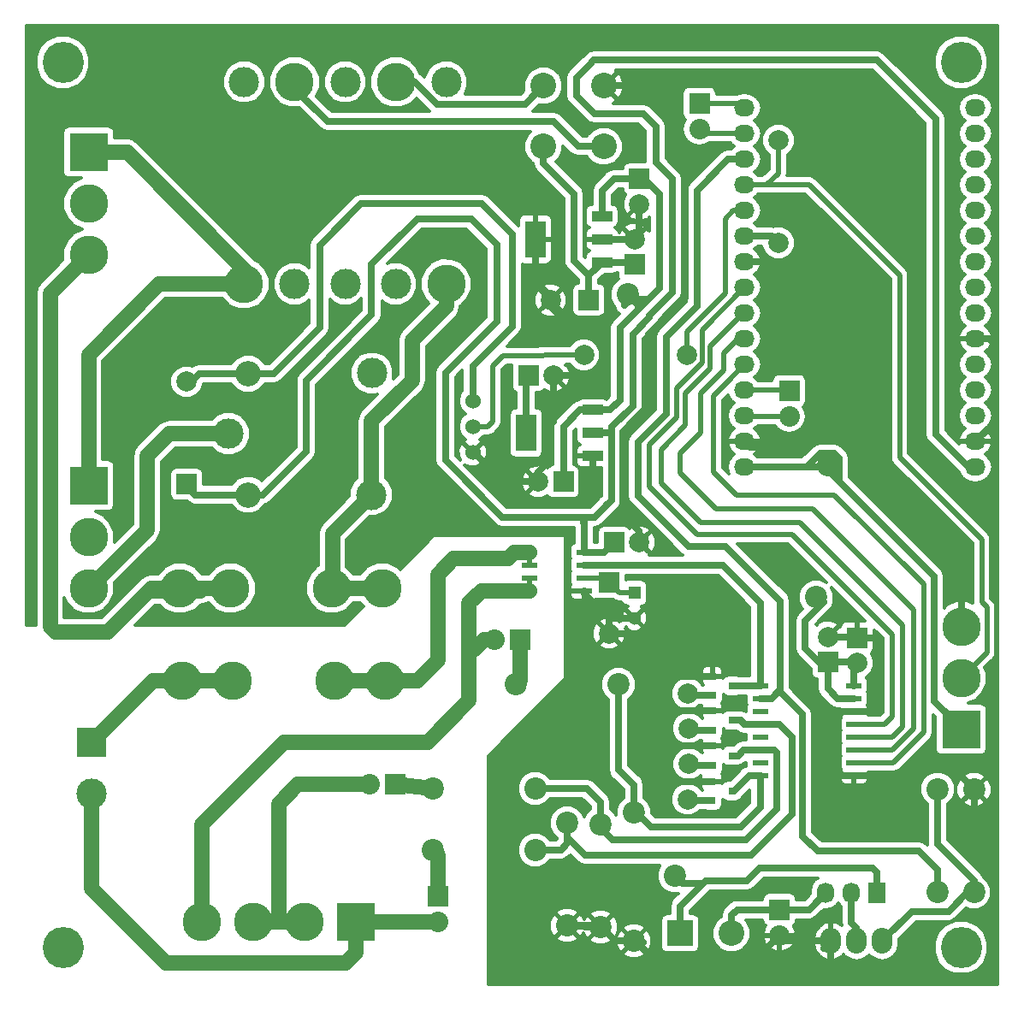
<source format=gbr>
G04 #@! TF.FileFunction,Copper,L2,Bot,Signal*
%FSLAX46Y46*%
G04 Gerber Fmt 4.6, Leading zero omitted, Abs format (unit mm)*
G04 Created by KiCad (PCBNEW 4.0.2+dfsg1-stable) date pon, 19 lis 2018, 23:52:53*
%MOMM*%
G01*
G04 APERTURE LIST*
%ADD10C,0.100000*%
%ADD11O,2.032000X1.727200*%
%ADD12R,0.800100X0.800100*%
%ADD13R,2.000000X2.000000*%
%ADD14C,2.000000*%
%ADD15R,1.500000X0.600000*%
%ADD16R,1.550000X0.600000*%
%ADD17R,2.032000X3.657600*%
%ADD18R,2.032000X1.016000*%
%ADD19C,2.200000*%
%ADD20O,2.032000X2.540000*%
%ADD21R,3.810000X3.810000*%
%ADD22C,3.810000*%
%ADD23C,2.540000*%
%ADD24R,2.032000X2.032000*%
%ADD25O,2.032000X2.032000*%
%ADD26C,1.524000*%
%ADD27C,2.999740*%
%ADD28R,1.727200X2.032000*%
%ADD29O,1.727200X2.032000*%
%ADD30R,1.300000X1.300000*%
%ADD31C,1.300000*%
%ADD32C,4.064000*%
%ADD33C,2.500000*%
%ADD34C,3.000000*%
%ADD35R,3.000000X3.000000*%
%ADD36R,2.540000X2.540000*%
%ADD37C,0.700000*%
%ADD38C,0.500000*%
%ADD39C,1.500000*%
%ADD40C,0.350000*%
G04 APERTURE END LIST*
D10*
D11*
X118250000Y-82000000D03*
X118250000Y-84540000D03*
X118250000Y-87080000D03*
X118250000Y-89620000D03*
X118250000Y-92160000D03*
X118250000Y-94700000D03*
X118250000Y-97240000D03*
X118250000Y-99780000D03*
X118250000Y-102320000D03*
X118250000Y-104860000D03*
X118250000Y-107400000D03*
X118250000Y-109940000D03*
X118250000Y-112480000D03*
X118250000Y-115020000D03*
X118250000Y-117560000D03*
X95390000Y-82000000D03*
X95390000Y-112480000D03*
X95390000Y-115020000D03*
X95390000Y-109940000D03*
X95390000Y-94700000D03*
X95390000Y-92160000D03*
X95390000Y-97240000D03*
X95390000Y-117560000D03*
X95390000Y-102320000D03*
X95390000Y-99780000D03*
X95390000Y-104860000D03*
X95390000Y-107400000D03*
X95390000Y-87080000D03*
X95390000Y-89620000D03*
X95390000Y-84540000D03*
D12*
X92153740Y-150556000D03*
X92153740Y-148656000D03*
X94152720Y-149606000D03*
X92217240Y-147063500D03*
X92217240Y-145163500D03*
X94216220Y-146113500D03*
X92217240Y-143571000D03*
X92217240Y-141671000D03*
X94216220Y-142621000D03*
X92217240Y-140142000D03*
X92217240Y-138242000D03*
X94216220Y-139192000D03*
D13*
X103632000Y-136855200D03*
D14*
X103632000Y-134355200D03*
D15*
X96950000Y-148082000D03*
X96950000Y-146812000D03*
X96950000Y-145542000D03*
X96950000Y-144272000D03*
X96950000Y-143002000D03*
X96950000Y-141732000D03*
X96950000Y-140462000D03*
X96950000Y-139192000D03*
X106250000Y-139192000D03*
X106250000Y-140462000D03*
X106250000Y-141732000D03*
X106250000Y-143002000D03*
X106250000Y-144272000D03*
X106250000Y-145542000D03*
X106250000Y-146812000D03*
X106250000Y-148082000D03*
D16*
X74135000Y-129794000D03*
X74135000Y-128524000D03*
X74135000Y-127254000D03*
X74135000Y-125984000D03*
X79535000Y-125984000D03*
X79535000Y-127254000D03*
X79535000Y-128524000D03*
X79535000Y-129794000D03*
D14*
X76500000Y-108500000D03*
D13*
X74000000Y-108500000D03*
D17*
X74698000Y-95000000D03*
D18*
X81302000Y-95000000D03*
X81302000Y-97286000D03*
X81302000Y-92714000D03*
D17*
X73787000Y-114173000D03*
D18*
X80391000Y-114173000D03*
X80391000Y-116459000D03*
X80391000Y-111887000D03*
D19*
X82931000Y-139065000D03*
X72771000Y-139065000D03*
X74676000Y-149352000D03*
X64516000Y-149352000D03*
D20*
X106489500Y-164465000D03*
X103949500Y-164465000D03*
X109029500Y-164465000D03*
D21*
X116840000Y-143510000D03*
D22*
X116840000Y-138430000D03*
X116840000Y-133350000D03*
D13*
X106537760Y-134457440D03*
D14*
X106537760Y-136957440D03*
D21*
X30480000Y-119380000D03*
D22*
X30480000Y-124460000D03*
X30480000Y-129540000D03*
D13*
X80000000Y-101000000D03*
D14*
X76200000Y-101000000D03*
D13*
X85000000Y-89000000D03*
D14*
X85000000Y-91500000D03*
D13*
X77470000Y-118999000D03*
D14*
X74970000Y-118999000D03*
D23*
X75486000Y-85804000D03*
X81486000Y-85804000D03*
X81486000Y-79804000D03*
X75486000Y-79804000D03*
D22*
X54531260Y-129540000D03*
X59529980Y-129540000D03*
X44528740Y-129540000D03*
X39530020Y-129540000D03*
X54785260Y-138684000D03*
X59783980Y-138684000D03*
X44782740Y-138684000D03*
X39784020Y-138684000D03*
D24*
X73152000Y-134620000D03*
D25*
X70612000Y-134620000D03*
D24*
X60833000Y-148971000D03*
D25*
X58293000Y-148971000D03*
D24*
X65024000Y-160020000D03*
D25*
X65024000Y-162560000D03*
D24*
X98869500Y-161353500D03*
D25*
X98869500Y-163893500D03*
D21*
X30480000Y-86360000D03*
D22*
X30480000Y-91440000D03*
X30480000Y-96520000D03*
X51816000Y-162560000D03*
X46736000Y-162560000D03*
D21*
X56896000Y-162560000D03*
D22*
X41656000Y-162560000D03*
D24*
X90932000Y-81534000D03*
D25*
X90932000Y-84074000D03*
D24*
X99822000Y-109982000D03*
D25*
X99822000Y-112522000D03*
D26*
X68500000Y-113540000D03*
X68500000Y-116080000D03*
X68500000Y-111000000D03*
D22*
X65879980Y-99407980D03*
D27*
X60881260Y-99407980D03*
X55880000Y-99407980D03*
X50878740Y-99407980D03*
D22*
X45880020Y-99407980D03*
D27*
X45880020Y-79408020D03*
D22*
X50878740Y-79408020D03*
D27*
X55880000Y-79408020D03*
D22*
X60881260Y-79408020D03*
D27*
X65879980Y-79408020D03*
D19*
X74676000Y-155448000D03*
X64516000Y-155448000D03*
X84455000Y-164465000D03*
X84455000Y-151765000D03*
X81153000Y-163068000D03*
X81153000Y-152908000D03*
X77851000Y-162941000D03*
X77851000Y-152781000D03*
D13*
X82000000Y-129000000D03*
D14*
X82000000Y-134000000D03*
X79502000Y-106426000D03*
X89662000Y-106426000D03*
X98750000Y-95330000D03*
X98750000Y-85170000D03*
D19*
X114490500Y-149415500D03*
X114490500Y-159575500D03*
X118110000Y-159639000D03*
X118110000Y-149479000D03*
D28*
X108521500Y-159702500D03*
D29*
X105981500Y-159702500D03*
X103441500Y-159702500D03*
D13*
X84500000Y-97500000D03*
D14*
X84500000Y-95000000D03*
D13*
X82500000Y-125000000D03*
D14*
X85000000Y-125000000D03*
D30*
X84500000Y-130000000D03*
D31*
X84500000Y-132500000D03*
D32*
X27940000Y-77470000D03*
X27940000Y-165100000D03*
X116840000Y-165100000D03*
X116840000Y-77470000D03*
D33*
X46273000Y-120286000D03*
D34*
X58473000Y-120286000D03*
X58523000Y-108236000D03*
D33*
X46273000Y-108286000D03*
D34*
X44323000Y-114236000D03*
D35*
X30734000Y-144780000D03*
D34*
X30734000Y-149860000D03*
D36*
X89027000Y-163703000D03*
D23*
X94107000Y-163703000D03*
D14*
X40195500Y-109093000D03*
D13*
X40195500Y-119253000D03*
D19*
X83820000Y-100457000D03*
X88500000Y-158000000D03*
D14*
X89773760Y-139943840D03*
X89834720Y-143398240D03*
X89753440Y-150428960D03*
X89895680Y-146913600D03*
D19*
X102489000Y-130429000D03*
X103632000Y-117348000D03*
D37*
X75486000Y-85804000D02*
X75486000Y-87486000D01*
X78500000Y-97088000D02*
X80000000Y-98588000D01*
X78500000Y-90500000D02*
X78500000Y-97088000D01*
X75486000Y-87486000D02*
X78500000Y-90500000D01*
X80000000Y-101000000D02*
X80000000Y-98588000D01*
X80000000Y-98588000D02*
X81302000Y-97286000D01*
X81302000Y-97286000D02*
X84286000Y-97286000D01*
X84286000Y-97286000D02*
X84500000Y-97500000D01*
X81486000Y-79804000D02*
X85138000Y-79804000D01*
X88138000Y-82804000D02*
X88138000Y-86456000D01*
X85138000Y-79804000D02*
X88138000Y-82804000D01*
X100584000Y-115570000D02*
X100838000Y-115570000D01*
X102997000Y-113411000D02*
X104140000Y-113411000D01*
X100838000Y-115570000D02*
X102997000Y-113411000D01*
X106680000Y-118364000D02*
X106680000Y-115951000D01*
X106680000Y-115951000D02*
X104140000Y-113411000D01*
X104140000Y-113411000D02*
X103632000Y-113411000D01*
X97240000Y-97240000D02*
X103632000Y-103632000D01*
X103632000Y-103632000D02*
X103632000Y-113411000D01*
X95390000Y-97240000D02*
X97240000Y-97240000D01*
X118250000Y-104860000D02*
X119592000Y-104860000D01*
X120142000Y-113128000D02*
X118250000Y-115020000D01*
X120142000Y-105410000D02*
X120142000Y-113128000D01*
X119592000Y-104860000D02*
X120142000Y-105410000D01*
X116840000Y-133350000D02*
X116840000Y-128524000D01*
X100584000Y-115570000D02*
X95940000Y-115570000D01*
X116840000Y-128524000D02*
X106680000Y-118364000D01*
X95940000Y-115570000D02*
X95390000Y-115020000D01*
X106537760Y-134457440D02*
X108295440Y-134457440D01*
X108295440Y-134457440D02*
X108938018Y-135100018D01*
X116840000Y-133350000D02*
X117094000Y-133350000D01*
X84963000Y-112395000D02*
X85852000Y-111506000D01*
X85852000Y-104394000D02*
X88900000Y-101346000D01*
X85852000Y-111506000D02*
X85852000Y-104394000D01*
X85000000Y-125000000D02*
X85000000Y-123862000D01*
X88900000Y-101346000D02*
X89500000Y-100746000D01*
X83312000Y-114046000D02*
X84963000Y-112395000D01*
X83312000Y-122174000D02*
X83312000Y-114046000D01*
X85000000Y-123862000D02*
X83312000Y-122174000D01*
X89500000Y-87818000D02*
X88138000Y-86456000D01*
X89500000Y-100746000D02*
X89500000Y-87818000D01*
X80518000Y-108500000D02*
X81322000Y-108500000D01*
X81788000Y-108034000D02*
X81788000Y-104000000D01*
X81322000Y-108500000D02*
X81788000Y-108034000D01*
X118110000Y-149479000D02*
X118110000Y-151980900D01*
X103949500Y-166547800D02*
X103949500Y-164465000D01*
X105308400Y-167906700D02*
X103949500Y-166547800D01*
X118224300Y-167906700D02*
X105308400Y-167906700D01*
X119976900Y-166154100D02*
X118224300Y-167906700D01*
X119976900Y-153847800D02*
X119976900Y-166154100D01*
X118110000Y-151980900D02*
X119976900Y-153847800D01*
X84455000Y-164465000D02*
X84612480Y-164465000D01*
X84612480Y-164465000D02*
X86334600Y-166187120D01*
X96575880Y-166187120D02*
X98869500Y-163893500D01*
X86334600Y-166187120D02*
X96575880Y-166187120D01*
X82000000Y-134000000D02*
X84465000Y-134000000D01*
X84465000Y-134000000D02*
X88707000Y-138242000D01*
X106250000Y-148082000D02*
X105084880Y-148082000D01*
X105115360Y-141732000D02*
X106250000Y-141732000D01*
X104729280Y-142118080D02*
X105115360Y-141732000D01*
X104729280Y-147726400D02*
X104729280Y-142118080D01*
X105084880Y-148082000D02*
X104729280Y-147726400D01*
X106250000Y-141732000D02*
X108630720Y-141732000D01*
X108938018Y-141424702D02*
X108938018Y-135100018D01*
X108630720Y-141732000D02*
X108938018Y-141424702D01*
X103632000Y-134355200D02*
X106435520Y-134355200D01*
X106435520Y-134355200D02*
X106537760Y-134457440D01*
X106250000Y-148082000D02*
X111099600Y-148082000D01*
X115910360Y-147279360D02*
X118110000Y-149479000D01*
X111902240Y-147279360D02*
X115910360Y-147279360D01*
X111099600Y-148082000D02*
X111902240Y-147279360D01*
X107162000Y-134442000D02*
X107249000Y-134528000D01*
X106250000Y-148082000D02*
X105888000Y-148082000D01*
X84500000Y-132500000D02*
X82000000Y-132500000D01*
X79535000Y-129794000D02*
X79535000Y-130035000D01*
X79535000Y-130035000D02*
X82000000Y-132500000D01*
X82000000Y-132500000D02*
X82000000Y-134000000D01*
X68500000Y-116080000D02*
X68580000Y-116080000D01*
X68580000Y-116080000D02*
X73500000Y-121000000D01*
X68580000Y-116080000D02*
X71499000Y-118999000D01*
X71499000Y-118999000D02*
X74970000Y-118999000D01*
X80391000Y-119609000D02*
X80391000Y-116459000D01*
X79000000Y-121000000D02*
X80391000Y-119609000D01*
X73500000Y-121000000D02*
X79000000Y-121000000D01*
X76200000Y-101000000D02*
X76200000Y-101700000D01*
X76200000Y-101700000D02*
X78500000Y-104000000D01*
X78500000Y-104000000D02*
X81788000Y-104000000D01*
X80518000Y-108500000D02*
X76500000Y-108500000D01*
X76500000Y-108500000D02*
X76500000Y-113000000D01*
X76000000Y-117000000D02*
X74970000Y-118030000D01*
X76000000Y-113500000D02*
X76000000Y-117000000D01*
X76500000Y-113000000D02*
X76000000Y-113500000D01*
X74970000Y-118030000D02*
X74970000Y-118999000D01*
X76200000Y-101000000D02*
X76200000Y-100700000D01*
X76200000Y-100700000D02*
X74698000Y-99198000D01*
X74698000Y-99198000D02*
X74698000Y-95000000D01*
X85000000Y-91500000D02*
X85000000Y-94500000D01*
X85000000Y-94500000D02*
X84500000Y-95000000D01*
X84500000Y-95000000D02*
X81302000Y-95000000D01*
X74970000Y-118999000D02*
X74970000Y-118273200D01*
X77851000Y-162941000D02*
X81026000Y-162941000D01*
X81026000Y-162941000D02*
X82550000Y-164465000D01*
X82550000Y-164465000D02*
X84455000Y-164465000D01*
X84455000Y-164465000D02*
X85344000Y-164592000D01*
X77851000Y-162941000D02*
X81089500Y-163131500D01*
X81089500Y-163131500D02*
X81153000Y-163068000D01*
X103949500Y-164465000D02*
X99441000Y-164465000D01*
X99441000Y-164465000D02*
X98869500Y-163893500D01*
X103251000Y-165163500D02*
X103949500Y-164465000D01*
X116840000Y-133350000D02*
X116840000Y-132969000D01*
X82344000Y-79804000D02*
X81486000Y-79804000D01*
X80391000Y-116459000D02*
X80010000Y-116459000D01*
X87884000Y-145161000D02*
X92214740Y-145161000D01*
X92214740Y-145161000D02*
X92217240Y-145163500D01*
X92217240Y-141671000D02*
X88199000Y-141671000D01*
X88199000Y-141671000D02*
X87884000Y-141986000D01*
X92153740Y-148656000D02*
X88331000Y-148656000D01*
X88707000Y-138242000D02*
X92217240Y-138242000D01*
X87884000Y-139065000D02*
X88707000Y-138242000D01*
X87884000Y-141986000D02*
X87884000Y-139065000D01*
X87884000Y-148209000D02*
X87884000Y-145161000D01*
X87884000Y-145161000D02*
X87884000Y-141986000D01*
X88331000Y-148656000D02*
X87884000Y-148209000D01*
X84899500Y-101917500D02*
X84899500Y-101536500D01*
X84899500Y-101536500D02*
X83820000Y-100457000D01*
X85915500Y-100901500D02*
X84098500Y-100901500D01*
X84098500Y-100901500D02*
X83500000Y-101500000D01*
X83058000Y-104013000D02*
X83058000Y-103759000D01*
X87000000Y-99817000D02*
X87000000Y-99000000D01*
X83058000Y-103759000D02*
X84899500Y-101917500D01*
X84899500Y-101917500D02*
X85915500Y-100901500D01*
X85915500Y-100901500D02*
X87000000Y-99817000D01*
X87000000Y-90500000D02*
X87000000Y-99000000D01*
X85500000Y-89000000D02*
X87000000Y-90500000D01*
X83058000Y-110942000D02*
X82113000Y-111887000D01*
X83058000Y-104013000D02*
X83058000Y-110942000D01*
X85000000Y-89000000D02*
X85500000Y-89000000D01*
X88500000Y-158000000D02*
X89281500Y-158781500D01*
X89281500Y-158781500D02*
X91281500Y-158781500D01*
X80391000Y-111887000D02*
X82113000Y-111887000D01*
X77470000Y-118999000D02*
X77470000Y-113530000D01*
X79113000Y-111887000D02*
X80391000Y-111887000D01*
X77470000Y-113530000D02*
X79113000Y-111887000D01*
X81302000Y-92714000D02*
X81302000Y-90198000D01*
X82500000Y-89000000D02*
X85000000Y-89000000D01*
X81302000Y-90198000D02*
X82500000Y-89000000D01*
X91567000Y-158496000D02*
X91281500Y-158781500D01*
X108521500Y-157670500D02*
X108077000Y-157226000D01*
X108521500Y-159702500D02*
X108521500Y-157670500D01*
X108077000Y-157226000D02*
X96901000Y-157226000D01*
X96901000Y-157226000D02*
X95631000Y-158496000D01*
X95631000Y-158496000D02*
X91567000Y-158496000D01*
X91281500Y-158781500D02*
X89535000Y-160528000D01*
X89027000Y-161036000D02*
X89027000Y-163703000D01*
X89535000Y-160528000D02*
X89027000Y-161036000D01*
X108521500Y-159702500D02*
X108521500Y-159321500D01*
X81026000Y-82550000D02*
X85344000Y-82550000D01*
X86614000Y-83820000D02*
X86614000Y-87376000D01*
X85344000Y-82550000D02*
X86614000Y-83820000D01*
X65786000Y-109220000D02*
X65786000Y-108204000D01*
X63036000Y-92964000D02*
X58500000Y-97500000D01*
X68326000Y-92964000D02*
X63036000Y-92964000D01*
X70866000Y-95504000D02*
X68326000Y-92964000D01*
X70866000Y-103124000D02*
X70866000Y-95504000D01*
X65786000Y-108204000D02*
X70866000Y-103124000D01*
X72898000Y-122500000D02*
X71446000Y-122500000D01*
X65786000Y-116840000D02*
X65786000Y-109220000D01*
X71446000Y-122500000D02*
X65786000Y-116840000D01*
X118250000Y-117560000D02*
X117560000Y-117560000D01*
X117560000Y-117560000D02*
X114300000Y-114300000D01*
X114300000Y-114300000D02*
X114300000Y-83058000D01*
X114300000Y-83058000D02*
X108484000Y-77242000D01*
X108484000Y-77242000D02*
X80492000Y-77242000D01*
X85995000Y-102505000D02*
X85995000Y-102727000D01*
X88250000Y-100250000D02*
X88250000Y-89012000D01*
X88250000Y-89012000D02*
X86614000Y-87376000D01*
X85995000Y-102505000D02*
X88250000Y-100250000D01*
X82250000Y-113584000D02*
X84328000Y-111506000D01*
X82250000Y-114300000D02*
X82250000Y-113584000D01*
X85995000Y-102727000D02*
X84328000Y-104394000D01*
X84328000Y-104394000D02*
X84328000Y-111506000D01*
X82250000Y-114173000D02*
X82250000Y-114300000D01*
X82250000Y-114300000D02*
X82250000Y-120823000D01*
X81750000Y-121250000D02*
X81750000Y-121323000D01*
X81823000Y-121250000D02*
X81750000Y-121250000D01*
X82250000Y-120823000D02*
X81823000Y-121250000D01*
X78740000Y-78994000D02*
X80010000Y-77724000D01*
X78740000Y-80772000D02*
X78740000Y-79502000D01*
X80518000Y-82550000D02*
X78740000Y-80772000D01*
X81026000Y-82550000D02*
X80518000Y-82550000D01*
X78740000Y-79502000D02*
X78740000Y-78994000D01*
X80492000Y-77242000D02*
X80518000Y-77216000D01*
X80010000Y-77724000D02*
X80492000Y-77242000D01*
X79535000Y-125984000D02*
X79535000Y-122500000D01*
X79535000Y-122500000D02*
X80573000Y-122500000D01*
X80573000Y-122500000D02*
X81750000Y-121323000D01*
X82250000Y-114173000D02*
X80391000Y-114173000D01*
X79535000Y-125984000D02*
X81516000Y-125984000D01*
X81516000Y-125984000D02*
X82500000Y-125000000D01*
X79535000Y-125984000D02*
X79535000Y-123035000D01*
X79535000Y-123035000D02*
X79500000Y-123000000D01*
X46273000Y-120286000D02*
X47714000Y-120286000D01*
X58500000Y-102500000D02*
X58500000Y-97500000D01*
X52000000Y-109000000D02*
X58500000Y-102500000D01*
X52000000Y-116000000D02*
X52000000Y-109000000D01*
X47714000Y-120286000D02*
X52000000Y-116000000D01*
X72898000Y-122500000D02*
X80573000Y-122500000D01*
X73787000Y-114173000D02*
X73787000Y-108713000D01*
X73787000Y-108713000D02*
X74000000Y-108500000D01*
X73787000Y-114173000D02*
X74422000Y-114173000D01*
X40195500Y-119253000D02*
X40195500Y-119443500D01*
X40195500Y-119443500D02*
X41038000Y-120286000D01*
X41038000Y-120286000D02*
X46273000Y-120286000D01*
X46273000Y-120286000D02*
X46273000Y-120097000D01*
X46273000Y-120286000D02*
X46273000Y-119526000D01*
D38*
X84500000Y-130000000D02*
X83000000Y-130000000D01*
X83000000Y-130000000D02*
X82000000Y-129000000D01*
X79535000Y-128524000D02*
X81524000Y-128524000D01*
X81524000Y-128524000D02*
X82000000Y-129000000D01*
D37*
X68500000Y-107696000D02*
X68500000Y-107522000D01*
X57467500Y-91440000D02*
X53340000Y-95567500D01*
X69342000Y-91440000D02*
X57467500Y-91440000D01*
X72390000Y-94488000D02*
X69342000Y-91440000D01*
X72390000Y-103632000D02*
X72390000Y-94488000D01*
X68500000Y-107522000D02*
X72390000Y-103632000D01*
X53340000Y-103759000D02*
X53340000Y-95567500D01*
X48813000Y-108286000D02*
X53340000Y-103759000D01*
X46273000Y-108286000D02*
X48813000Y-108286000D01*
X68500000Y-107696000D02*
X68500000Y-111000000D01*
X46273000Y-108286000D02*
X41458600Y-108286000D01*
X41458600Y-108286000D02*
X40651600Y-109093000D01*
X40651600Y-109093000D02*
X40195500Y-109093000D01*
X81486000Y-85804000D02*
X78946000Y-85804000D01*
X76454000Y-83312000D02*
X75946000Y-83312000D01*
X78946000Y-85804000D02*
X76454000Y-83312000D01*
X54102000Y-83312000D02*
X50878740Y-80088740D01*
X75946000Y-83312000D02*
X54102000Y-83312000D01*
X50878740Y-80088740D02*
X50878740Y-79408020D01*
X73681800Y-81608200D02*
X75486000Y-79804000D01*
X64968800Y-81608200D02*
X73681800Y-81608200D01*
X62768700Y-79408100D02*
X64968800Y-81608200D01*
X62768700Y-79408000D02*
X62768700Y-79408100D01*
X60881300Y-79408000D02*
X62768700Y-79408000D01*
D39*
X65879980Y-99407980D02*
X65879980Y-101620020D01*
X62500000Y-105000000D02*
X62500000Y-108950000D01*
X65879980Y-101620020D02*
X62500000Y-105000000D01*
X59529980Y-129540000D02*
X54531260Y-129540000D01*
X54531260Y-129540000D02*
X54610000Y-129461260D01*
X54610000Y-129461260D02*
X54610000Y-124149000D01*
X54610000Y-124149000D02*
X58473000Y-120286000D01*
X58473000Y-112977000D02*
X62500000Y-108950000D01*
X58473000Y-120286000D02*
X58473000Y-112977000D01*
X30480000Y-96520000D02*
X26670000Y-100330000D01*
X27178000Y-133858000D02*
X32385000Y-133858000D01*
X26670000Y-133350000D02*
X27178000Y-133858000D01*
X26670000Y-100330000D02*
X26670000Y-133350000D01*
X39530020Y-129540000D02*
X36703000Y-129540000D01*
X36703000Y-129540000D02*
X32385000Y-133858000D01*
X44528740Y-129540000D02*
X39530020Y-129540000D01*
X41562020Y-129794000D02*
X36449000Y-129794000D01*
X36449000Y-129794000D02*
X32385000Y-133858000D01*
X74135000Y-125984000D02*
X72632000Y-125984000D01*
X72632000Y-125984000D02*
X71997000Y-126619000D01*
X71997000Y-126619000D02*
X66611500Y-126619000D01*
X59783980Y-138684000D02*
X62992000Y-138684000D01*
X65024000Y-136652000D02*
X65024000Y-128206500D01*
X62992000Y-138684000D02*
X65024000Y-136652000D01*
X54785260Y-138684000D02*
X59783980Y-138684000D01*
X65024000Y-128206500D02*
X66611500Y-126619000D01*
X66611500Y-126619000D02*
X70497000Y-126619000D01*
D38*
X74135000Y-125984000D02*
X74135000Y-127254000D01*
D39*
X39784020Y-138684000D02*
X36830000Y-138684000D01*
X36830000Y-138684000D02*
X30734000Y-144780000D01*
X39593520Y-138684000D02*
X44592240Y-138684000D01*
D37*
X91821000Y-153162000D02*
X94996000Y-153162000D01*
X94996000Y-153162000D02*
X96950000Y-151208000D01*
X82931000Y-139065000D02*
X82931000Y-147497800D01*
X84455000Y-149021800D02*
X84455000Y-151765000D01*
X82931000Y-147497800D02*
X84455000Y-149021800D01*
X84455000Y-151765000D02*
X84709000Y-151765000D01*
X84709000Y-151765000D02*
X86106000Y-153162000D01*
X86106000Y-153162000D02*
X91821000Y-153162000D01*
X82931000Y-139065000D02*
X83566000Y-139065000D01*
X84455000Y-151765000D02*
X84582000Y-151765000D01*
X84455000Y-151765000D02*
X84455000Y-151638000D01*
X94152720Y-149606000D02*
X94361000Y-149606000D01*
X94361000Y-149606000D02*
X95885000Y-148082000D01*
X96950000Y-151208000D02*
X96950000Y-148082000D01*
X95885000Y-148082000D02*
X96950000Y-148082000D01*
D39*
X74135000Y-129794000D02*
X69342000Y-129794000D01*
X69342000Y-129794000D02*
X68135000Y-131001000D01*
X70612000Y-134620000D02*
X69596000Y-134620000D01*
X69596000Y-134620000D02*
X68135000Y-136081000D01*
X62484000Y-144780000D02*
X64008000Y-144780000D01*
X64008000Y-144780000D02*
X68135000Y-140653000D01*
X68135000Y-140653000D02*
X68135000Y-136081000D01*
X68135000Y-136081000D02*
X68135000Y-131001000D01*
X41656000Y-162560000D02*
X41656000Y-152908000D01*
X49784000Y-144780000D02*
X62484000Y-144780000D01*
X41656000Y-152908000D02*
X49784000Y-144780000D01*
D38*
X72474500Y-129764000D02*
X72060500Y-129350000D01*
X74135000Y-128524000D02*
X74135000Y-129794000D01*
X74104500Y-129764000D02*
X72474500Y-129764000D01*
X74135000Y-129794000D02*
X74104500Y-129764000D01*
D39*
X58293000Y-148971000D02*
X51181000Y-148971000D01*
X49276000Y-150876000D02*
X49276000Y-162560000D01*
X51181000Y-148971000D02*
X49276000Y-150876000D01*
X46736000Y-162560000D02*
X49276000Y-162560000D01*
X49276000Y-162560000D02*
X51816000Y-162560000D01*
D37*
X74676000Y-155448000D02*
X77216000Y-155448000D01*
X77851000Y-154813000D02*
X77851000Y-152781000D01*
X77216000Y-155448000D02*
X77851000Y-154813000D01*
X74676000Y-155448000D02*
X75184000Y-155448000D01*
X77851000Y-152781000D02*
X77851000Y-154178000D01*
X100076000Y-144272000D02*
X98806000Y-143002000D01*
X100076000Y-151892000D02*
X100076000Y-144272000D01*
X96012000Y-155956000D02*
X100076000Y-151892000D01*
X85217000Y-155956000D02*
X96012000Y-155956000D01*
X98806000Y-143002000D02*
X96950000Y-143002000D01*
X77851000Y-154178000D02*
X79629000Y-155956000D01*
X79629000Y-155956000D02*
X85217000Y-155956000D01*
X77851000Y-152781000D02*
X77597000Y-152781000D01*
X94216220Y-142621000D02*
X94996000Y-142621000D01*
X77914500Y-153162000D02*
X78359000Y-152717500D01*
X94996000Y-142621000D02*
X95377000Y-143002000D01*
X95377000Y-143002000D02*
X96950000Y-143002000D01*
D39*
X30734000Y-149860000D02*
X30734000Y-159258000D01*
X30734000Y-159258000D02*
X38100000Y-166624000D01*
X56896000Y-165608000D02*
X56896000Y-162560000D01*
X38100000Y-166624000D02*
X55880000Y-166624000D01*
X55880000Y-166624000D02*
X56896000Y-165608000D01*
X56896000Y-162560000D02*
X65024000Y-162560000D01*
X57213500Y-162877500D02*
X56896000Y-162560000D01*
D37*
X94107000Y-163703000D02*
X94107000Y-161925000D01*
X94678500Y-161353500D02*
X98869500Y-161353500D01*
X94107000Y-161925000D02*
X94678500Y-161353500D01*
X98869500Y-161353500D02*
X101790500Y-161353500D01*
X101790500Y-161353500D02*
X103441500Y-159702500D01*
D39*
X30480000Y-119380000D02*
X30480000Y-106426000D01*
X37498020Y-99407980D02*
X45880020Y-99407980D01*
X30480000Y-106426000D02*
X37498020Y-99407980D01*
X30480000Y-86360000D02*
X34290000Y-86360000D01*
X34290000Y-86360000D02*
X45880020Y-97950020D01*
X45880020Y-97950020D02*
X45880020Y-99407980D01*
X36258500Y-123762000D02*
X30480000Y-129540000D01*
X36258500Y-116459000D02*
X36258500Y-123762000D01*
X38481000Y-114236000D02*
X36258500Y-116459000D01*
X44323000Y-114236000D02*
X38481000Y-114236000D01*
D37*
X89971920Y-140142000D02*
X92217240Y-140142000D01*
X89773760Y-139943840D02*
X89971920Y-140142000D01*
X92217240Y-143571000D02*
X90007480Y-143571000D01*
X90007480Y-143571000D02*
X89834720Y-143398240D01*
X92217240Y-147063500D02*
X90065900Y-147063500D01*
X89880480Y-150556000D02*
X92153740Y-150556000D01*
X89753440Y-150428960D02*
X89880480Y-150556000D01*
X89916000Y-146913600D02*
X89895680Y-146913600D01*
X90065900Y-147063500D02*
X89916000Y-146913600D01*
X102489000Y-130429000D02*
X102958900Y-130898900D01*
X103124000Y-117560000D02*
X103420000Y-117560000D01*
X103420000Y-117560000D02*
X103632000Y-117348000D01*
X101473000Y-117560000D02*
X103124000Y-117560000D01*
X103124000Y-117560000D02*
X103336000Y-117560000D01*
X103336000Y-117560000D02*
X103378000Y-117602000D01*
X101473000Y-117560000D02*
X101515000Y-117560000D01*
X104775000Y-116713000D02*
X104775000Y-118999000D01*
X104267000Y-116205000D02*
X104775000Y-116713000D01*
X102870000Y-116205000D02*
X104267000Y-116205000D01*
X101515000Y-117560000D02*
X102870000Y-116205000D01*
X116840000Y-143510000D02*
X116840000Y-143383000D01*
X116840000Y-143383000D02*
X114173000Y-140716000D01*
X114173000Y-140716000D02*
X114173000Y-128397000D01*
X114173000Y-128397000D02*
X104775000Y-118999000D01*
X104775000Y-118999000D02*
X103378000Y-117602000D01*
X100330000Y-117560000D02*
X101473000Y-117560000D01*
X103336000Y-117560000D02*
X103378000Y-117602000D01*
X116840000Y-143510000D02*
X115681760Y-143510000D01*
X95390000Y-117560000D02*
X100330000Y-117560000D01*
X101394260Y-134112000D02*
X101394260Y-132742940D01*
X101394260Y-135509000D02*
X101394260Y-134112000D01*
X102740460Y-136855200D02*
X101394260Y-135509000D01*
X101394260Y-132742940D02*
X103238300Y-130898900D01*
X95390000Y-94700000D02*
X98120000Y-94700000D01*
X98120000Y-94700000D02*
X98750000Y-95330000D01*
X103632000Y-136855200D02*
X102740460Y-136855200D01*
X103632000Y-136855200D02*
X106435520Y-136855200D01*
X106435520Y-136855200D02*
X106537760Y-136957440D01*
X106250000Y-140462000D02*
X104597200Y-140462000D01*
X103632000Y-139496800D02*
X103632000Y-136855200D01*
X104597200Y-140462000D02*
X103632000Y-139496800D01*
X106250000Y-139192000D02*
X106250000Y-137245200D01*
X106250000Y-137245200D02*
X106537760Y-136957440D01*
X116840000Y-143510000D02*
X115346480Y-143510000D01*
X107163000Y-136942000D02*
X107249000Y-137028000D01*
X107162000Y-136942000D02*
X107249000Y-137028000D01*
D38*
X118872000Y-124714000D02*
X118872000Y-130937000D01*
X119380000Y-135890000D02*
X116840000Y-138430000D01*
X119380000Y-131445000D02*
X119380000Y-135890000D01*
X118872000Y-130937000D02*
X119380000Y-131445000D01*
X118872000Y-124714000D02*
X110744000Y-116586000D01*
X95390000Y-89620000D02*
X101812000Y-89620000D01*
X101812000Y-89620000D02*
X110744000Y-98552000D01*
X110744000Y-98552000D02*
X110744000Y-116586000D01*
X95390000Y-89620000D02*
X97578000Y-89620000D01*
X98750000Y-88448000D02*
X98750000Y-85170000D01*
X97578000Y-89620000D02*
X98750000Y-88448000D01*
X116840000Y-138430000D02*
X116840000Y-138308080D01*
X116840000Y-138430000D02*
X116430000Y-138430000D01*
X116840000Y-138430000D02*
X116332000Y-138430000D01*
X90932000Y-81534000D02*
X94924000Y-81534000D01*
X94924000Y-81534000D02*
X95390000Y-82000000D01*
X95390000Y-84540000D02*
X91398000Y-84540000D01*
X91398000Y-84540000D02*
X90932000Y-84074000D01*
X95390000Y-109940000D02*
X99780000Y-109940000D01*
X99780000Y-109940000D02*
X99822000Y-109982000D01*
X99822000Y-112522000D02*
X95432000Y-112522000D01*
X95432000Y-112522000D02*
X95390000Y-112480000D01*
X68500000Y-113540000D02*
X69960000Y-113540000D01*
X71500000Y-106500000D02*
X79502000Y-106426000D01*
X70500000Y-107500000D02*
X71500000Y-106500000D01*
X70500000Y-113000000D02*
X70500000Y-107500000D01*
X69960000Y-113540000D02*
X70500000Y-113000000D01*
X68500000Y-113540000D02*
X68500000Y-113343500D01*
X68500000Y-113540000D02*
X68500000Y-113350000D01*
D37*
X118110000Y-159639000D02*
X118110000Y-158496000D01*
X114490500Y-154876500D02*
X114490500Y-149415500D01*
X118110000Y-158496000D02*
X114490500Y-154876500D01*
X118110000Y-159639000D02*
X117475000Y-159639000D01*
X117475000Y-159639000D02*
X115570000Y-161544000D01*
X111950500Y-161544000D02*
X109029500Y-164465000D01*
X115570000Y-161544000D02*
X111950500Y-161544000D01*
D38*
X89662000Y-106426000D02*
X89662000Y-104140000D01*
X94276000Y-92160000D02*
X95390000Y-92160000D01*
X93472000Y-92964000D02*
X94276000Y-92160000D01*
X93472000Y-100330000D02*
X93472000Y-92964000D01*
X89662000Y-104140000D02*
X93472000Y-100330000D01*
D37*
X93535500Y-125412500D02*
X89852500Y-125412500D01*
X84836000Y-115062000D02*
X87630000Y-112268000D01*
X84836000Y-120396000D02*
X84836000Y-115062000D01*
X89852500Y-125412500D02*
X84836000Y-120396000D01*
X93535500Y-125412500D02*
X98933000Y-130810000D01*
X95390000Y-87080000D02*
X93768000Y-87080000D01*
X93768000Y-87080000D02*
X90678000Y-90170000D01*
X90678000Y-90170000D02*
X90678000Y-101600000D01*
X90678000Y-101600000D02*
X87630000Y-104648000D01*
X87630000Y-104648000D02*
X87630000Y-112268000D01*
X98933000Y-139700000D02*
X98933000Y-130810000D01*
X98806000Y-139700000D02*
X98933000Y-139700000D01*
X101126002Y-142020002D02*
X98806000Y-139700000D01*
X101126002Y-154085002D02*
X101126002Y-142020002D01*
X102616000Y-155575000D02*
X101126002Y-154085002D01*
X112649000Y-155575000D02*
X102616000Y-155575000D01*
X98933000Y-139573000D02*
X98933000Y-139700000D01*
X98044000Y-140462000D02*
X98933000Y-139573000D01*
X114490500Y-159575500D02*
X114490500Y-157416500D01*
X114490500Y-157416500D02*
X112649000Y-155575000D01*
X96950000Y-140462000D02*
X98044000Y-140462000D01*
X96950000Y-130950000D02*
X96950000Y-139192000D01*
X79535000Y-127254000D02*
X93254000Y-127254000D01*
X93254000Y-127254000D02*
X96950000Y-130950000D01*
X94216200Y-139192000D02*
X95440500Y-139192000D01*
X95440500Y-139192000D02*
X96950000Y-139192000D01*
D38*
X92009998Y-107188000D02*
X92009998Y-107761002D01*
X110998000Y-133223000D02*
X110998000Y-133542002D01*
X100838000Y-123063000D02*
X110998000Y-133223000D01*
X91059000Y-123063000D02*
X100838000Y-123063000D01*
X87122000Y-119126000D02*
X91059000Y-123063000D01*
X87122000Y-115824000D02*
X87122000Y-119126000D01*
X89535000Y-113411000D02*
X87122000Y-115824000D01*
X89535000Y-110236000D02*
X89535000Y-113411000D01*
X92009998Y-107761002D02*
X89535000Y-110236000D01*
X110998000Y-133542002D02*
X111059998Y-133542002D01*
X111059998Y-133542002D02*
X110998000Y-133542002D01*
X95390000Y-102320000D02*
X95292000Y-102320000D01*
X95292000Y-102320000D02*
X92009998Y-105602002D01*
X92009998Y-105602002D02*
X92009998Y-107188000D01*
X110998000Y-133542002D02*
X110998000Y-143256000D01*
X110998000Y-143256000D02*
X109982000Y-144272000D01*
X109982000Y-144272000D02*
X106250000Y-144272000D01*
X91186000Y-107061000D02*
X91186000Y-107188000D01*
X109982000Y-134112000D02*
X109982000Y-134620000D01*
X100076000Y-124206000D02*
X109982000Y-134112000D01*
X90678000Y-124206000D02*
X100076000Y-124206000D01*
X85979000Y-119507000D02*
X90678000Y-124206000D01*
X85979000Y-115316000D02*
X85979000Y-119507000D01*
X88646000Y-112649000D02*
X85979000Y-115316000D01*
X88646000Y-109728000D02*
X88646000Y-112649000D01*
X91186000Y-107188000D02*
X88646000Y-109728000D01*
X106250000Y-143002000D02*
X109220000Y-143002000D01*
X109982000Y-142240000D02*
X109982000Y-134620000D01*
X109220000Y-143002000D02*
X109982000Y-142240000D01*
X91186000Y-103984000D02*
X95390000Y-99780000D01*
X91186000Y-107061000D02*
X91186000Y-103984000D01*
X109982000Y-145542000D02*
X110043998Y-145542000D01*
X93345000Y-106299000D02*
X94784000Y-104860000D01*
X93345000Y-107950000D02*
X93345000Y-106299000D01*
X91059000Y-110236000D02*
X93345000Y-107950000D01*
X91059000Y-114173000D02*
X91059000Y-110236000D01*
X89027000Y-116205000D02*
X91059000Y-114173000D01*
X89027000Y-118110000D02*
X89027000Y-116205000D01*
X92583000Y-121666000D02*
X89027000Y-118110000D01*
X102108000Y-121666000D02*
X92583000Y-121666000D01*
X112141000Y-131699000D02*
X102108000Y-121666000D01*
X112141000Y-143444998D02*
X112141000Y-131699000D01*
X110043998Y-145542000D02*
X112141000Y-143444998D01*
X94784000Y-104860000D02*
X95390000Y-104860000D01*
X106250000Y-145542000D02*
X109982000Y-145542000D01*
X93683560Y-109106440D02*
X93683560Y-109160840D01*
X94604840Y-120309640D02*
X104307640Y-120309640D01*
X92313760Y-118018560D02*
X94604840Y-120309640D01*
X92313760Y-110530640D02*
X92313760Y-118018560D01*
X93683560Y-109160840D02*
X92313760Y-110530640D01*
X110134400Y-146812000D02*
X110134400Y-146786600D01*
X113157000Y-129159000D02*
X104307640Y-120309640D01*
X113157000Y-143764000D02*
X113157000Y-129159000D01*
X110134400Y-146786600D02*
X113157000Y-143764000D01*
X106250000Y-146812000D02*
X110134400Y-146812000D01*
X93683560Y-109106440D02*
X95390000Y-107400000D01*
D37*
X74676000Y-149352000D02*
X79756000Y-149352000D01*
X81153000Y-150749000D02*
X81153000Y-152908000D01*
X79756000Y-149352000D02*
X81153000Y-150749000D01*
X98552000Y-151384000D02*
X95504000Y-154432000D01*
X95504000Y-154432000D02*
X88646000Y-154432000D01*
X95313500Y-145542000D02*
X96950000Y-145542000D01*
X94742000Y-146113500D02*
X95313500Y-145542000D01*
X96950000Y-145542000D02*
X98298000Y-145542000D01*
X98298000Y-145542000D02*
X98552000Y-145796000D01*
X81153000Y-152908000D02*
X81153000Y-153289000D01*
X81153000Y-153289000D02*
X82296000Y-154432000D01*
X98552000Y-145796000D02*
X98552000Y-151384000D01*
X82296000Y-154432000D02*
X88646000Y-154432000D01*
X94216220Y-146113500D02*
X94742000Y-146113500D01*
D39*
X73152000Y-134620000D02*
X73152000Y-138684000D01*
X73152000Y-138684000D02*
X72771000Y-139065000D01*
X60833000Y-148971000D02*
X64516000Y-149352000D01*
X65024000Y-160020000D02*
X65024000Y-155956000D01*
X65024000Y-155956000D02*
X64516000Y-155448000D01*
D37*
X106489500Y-164465000D02*
X106489500Y-163131500D01*
X106489500Y-163131500D02*
X105981500Y-162623500D01*
X105981500Y-162623500D02*
X105981500Y-159702500D01*
D38*
X105981500Y-162623500D02*
X105981500Y-159702500D01*
X106489500Y-163131500D02*
X105981500Y-162623500D01*
D40*
G36*
X120475000Y-168735000D02*
X70025000Y-168735000D01*
X70025000Y-165684254D01*
X83347469Y-165684254D01*
X83451369Y-165980783D01*
X84107831Y-166249474D01*
X84817146Y-166246495D01*
X85458631Y-165980783D01*
X85562531Y-165684254D01*
X84455000Y-164576723D01*
X83347469Y-165684254D01*
X70025000Y-165684254D01*
X70025000Y-164160254D01*
X76743469Y-164160254D01*
X76847369Y-164456783D01*
X77503831Y-164725474D01*
X78213146Y-164722495D01*
X78854631Y-164456783D01*
X78914031Y-164287254D01*
X80045469Y-164287254D01*
X80149369Y-164583783D01*
X80805831Y-164852474D01*
X81515146Y-164849495D01*
X82156631Y-164583783D01*
X82260531Y-164287254D01*
X81153000Y-163179723D01*
X80045469Y-164287254D01*
X78914031Y-164287254D01*
X78958531Y-164160254D01*
X77851000Y-163052723D01*
X76743469Y-164160254D01*
X70025000Y-164160254D01*
X70025000Y-162593831D01*
X76066526Y-162593831D01*
X76069505Y-163303146D01*
X76335217Y-163944631D01*
X76631746Y-164048531D01*
X77739277Y-162941000D01*
X77962723Y-162941000D01*
X79070254Y-164048531D01*
X79366783Y-163944631D01*
X79475048Y-163680120D01*
X79637217Y-164071631D01*
X79933746Y-164175531D01*
X81041277Y-163068000D01*
X81264723Y-163068000D01*
X82372254Y-164175531D01*
X82536928Y-164117831D01*
X82670526Y-164117831D01*
X82673505Y-164827146D01*
X82939217Y-165468631D01*
X83235746Y-165572531D01*
X84343277Y-164465000D01*
X84566723Y-164465000D01*
X85674254Y-165572531D01*
X85970783Y-165468631D01*
X86239474Y-164812169D01*
X86236495Y-164102854D01*
X85970783Y-163461369D01*
X85674254Y-163357469D01*
X84566723Y-164465000D01*
X84343277Y-164465000D01*
X83235746Y-163357469D01*
X82939217Y-163461369D01*
X82670526Y-164117831D01*
X82536928Y-164117831D01*
X82668783Y-164071631D01*
X82937474Y-163415169D01*
X82936763Y-163245746D01*
X83347469Y-163245746D01*
X84455000Y-164353277D01*
X85562531Y-163245746D01*
X85458631Y-162949217D01*
X84802169Y-162680526D01*
X84092854Y-162683505D01*
X83451369Y-162949217D01*
X83347469Y-163245746D01*
X82936763Y-163245746D01*
X82934495Y-162705854D01*
X82668783Y-162064369D01*
X82372254Y-161960469D01*
X81264723Y-163068000D01*
X81041277Y-163068000D01*
X79933746Y-161960469D01*
X79637217Y-162064369D01*
X79528952Y-162328880D01*
X79366783Y-161937369D01*
X79113855Y-161848746D01*
X80045469Y-161848746D01*
X81153000Y-162956277D01*
X82260531Y-161848746D01*
X82156631Y-161552217D01*
X81500169Y-161283526D01*
X80790854Y-161286505D01*
X80149369Y-161552217D01*
X80045469Y-161848746D01*
X79113855Y-161848746D01*
X79070254Y-161833469D01*
X77962723Y-162941000D01*
X77739277Y-162941000D01*
X76631746Y-161833469D01*
X76335217Y-161937369D01*
X76066526Y-162593831D01*
X70025000Y-162593831D01*
X70025000Y-161721746D01*
X76743469Y-161721746D01*
X77851000Y-162829277D01*
X78958531Y-161721746D01*
X78854631Y-161425217D01*
X78198169Y-161156526D01*
X77488854Y-161159505D01*
X76847369Y-161425217D01*
X76743469Y-161721746D01*
X70025000Y-161721746D01*
X70025000Y-146122488D01*
X77593744Y-138553744D01*
X77631212Y-138498085D01*
X77645000Y-138430000D01*
X77645000Y-135147069D01*
X80964654Y-135147069D01*
X81056358Y-135433214D01*
X81676656Y-135685233D01*
X82346180Y-135680691D01*
X82943642Y-135433214D01*
X83035346Y-135147069D01*
X82000000Y-134111723D01*
X80964654Y-135147069D01*
X77645000Y-135147069D01*
X77645000Y-133676656D01*
X80314767Y-133676656D01*
X80319309Y-134346180D01*
X80566786Y-134943642D01*
X80852931Y-135035346D01*
X81888277Y-134000000D01*
X80852931Y-132964654D01*
X80566786Y-133056358D01*
X80314767Y-133676656D01*
X77645000Y-133676656D01*
X77645000Y-132852931D01*
X80964654Y-132852931D01*
X82000000Y-133888277D01*
X82014142Y-133874135D01*
X82125865Y-133985858D01*
X82111723Y-134000000D01*
X83147069Y-135035346D01*
X83433214Y-134943642D01*
X83685233Y-134323344D01*
X83680691Y-133653820D01*
X83615438Y-133496287D01*
X83717419Y-133394306D01*
X83766395Y-133644123D01*
X84260074Y-133837770D01*
X84790279Y-133827753D01*
X85233605Y-133644123D01*
X85282581Y-133394303D01*
X84500000Y-132611723D01*
X84485858Y-132625865D01*
X84374135Y-132514142D01*
X84388277Y-132500000D01*
X84611723Y-132500000D01*
X85394303Y-133282581D01*
X85644123Y-133233605D01*
X85837770Y-132739926D01*
X85827753Y-132209721D01*
X85644123Y-131766395D01*
X85394303Y-131717419D01*
X84611723Y-132500000D01*
X84388277Y-132500000D01*
X83605697Y-131717419D01*
X83355877Y-131766395D01*
X83162230Y-132260074D01*
X83171478Y-132749576D01*
X83155088Y-132733186D01*
X83035345Y-132852929D01*
X82943642Y-132566786D01*
X82323344Y-132314767D01*
X81653820Y-132319309D01*
X81056358Y-132566786D01*
X80964654Y-132852931D01*
X77645000Y-132852931D01*
X77645000Y-130043750D01*
X78077000Y-130043750D01*
X78077000Y-130229857D01*
X78180981Y-130480889D01*
X78373112Y-130673019D01*
X78624143Y-130777000D01*
X79285250Y-130777000D01*
X79456000Y-130606250D01*
X79456000Y-129873000D01*
X78247750Y-129873000D01*
X78077000Y-130043750D01*
X77645000Y-130043750D01*
X77645000Y-124460000D01*
X77633032Y-124396395D01*
X77595441Y-124337978D01*
X77538085Y-124298788D01*
X77470000Y-124285000D01*
X64770000Y-124285000D01*
X64704149Y-124297862D01*
X64646256Y-124336256D01*
X61310620Y-127671892D01*
X60993341Y-127354058D01*
X60045425Y-126960449D01*
X59019038Y-126959553D01*
X58070437Y-127351507D01*
X57344038Y-128076639D01*
X57328109Y-128115000D01*
X56734026Y-128115000D01*
X56719753Y-128080457D01*
X56035000Y-127394508D01*
X56035000Y-124739254D01*
X58313392Y-122460862D01*
X58903736Y-122461377D01*
X59703429Y-122130951D01*
X60315800Y-121519647D01*
X60647622Y-120720532D01*
X60648377Y-119855264D01*
X60317951Y-119055571D01*
X59898000Y-118634887D01*
X59898000Y-113567254D01*
X63507627Y-109957627D01*
X63816528Y-109495324D01*
X63925000Y-108950000D01*
X63925000Y-105590254D01*
X66887607Y-102627647D01*
X66977359Y-102493324D01*
X67196508Y-102165344D01*
X67304980Y-101620020D01*
X67304980Y-101610746D01*
X67339523Y-101596473D01*
X68065922Y-100871341D01*
X68459531Y-99923425D01*
X68460427Y-98897038D01*
X68068473Y-97948437D01*
X67343341Y-97222038D01*
X66395425Y-96828429D01*
X65369038Y-96827533D01*
X64420437Y-97219487D01*
X63694038Y-97944619D01*
X63300429Y-98892535D01*
X63299533Y-99918922D01*
X63691487Y-100867523D01*
X64153951Y-101330795D01*
X61492373Y-103992373D01*
X61183472Y-104454676D01*
X61075000Y-105000000D01*
X61075000Y-108359746D01*
X60650335Y-108784411D01*
X60697622Y-108670532D01*
X60698377Y-107805264D01*
X60367951Y-107005571D01*
X59756647Y-106393200D01*
X58957532Y-106061378D01*
X58092264Y-106060623D01*
X57292571Y-106391049D01*
X56680200Y-107002353D01*
X56348378Y-107801468D01*
X56347623Y-108666736D01*
X56678049Y-109466429D01*
X57289353Y-110078800D01*
X58088468Y-110410622D01*
X58953736Y-110411377D01*
X59072400Y-110362346D01*
X57465373Y-111969373D01*
X57156472Y-112431676D01*
X57048000Y-112977000D01*
X57048000Y-118635281D01*
X56630200Y-119052353D01*
X56298378Y-119851468D01*
X56297859Y-120445887D01*
X53602373Y-123141373D01*
X53293472Y-123603676D01*
X53185000Y-124149000D01*
X53185000Y-127304699D01*
X53071717Y-127351507D01*
X52345318Y-128076639D01*
X51951709Y-129024555D01*
X51950813Y-130050942D01*
X52342767Y-130999543D01*
X53067899Y-131725942D01*
X54015815Y-132119551D01*
X55042202Y-132120447D01*
X55990803Y-131728493D01*
X56717202Y-131003361D01*
X56733131Y-130965000D01*
X57327214Y-130965000D01*
X57341487Y-130999543D01*
X57661948Y-131320564D01*
X55807512Y-133175000D01*
X35083254Y-133175000D01*
X37039254Y-131219000D01*
X37560601Y-131219000D01*
X38066659Y-131725942D01*
X39014575Y-132119551D01*
X40040962Y-132120447D01*
X40989563Y-131728493D01*
X41499946Y-131219000D01*
X41562020Y-131219000D01*
X42107344Y-131110528D01*
X42325142Y-130965000D01*
X42325974Y-130965000D01*
X42340247Y-130999543D01*
X43065379Y-131725942D01*
X44013295Y-132119551D01*
X45039682Y-132120447D01*
X45988283Y-131728493D01*
X46714682Y-131003361D01*
X47108291Y-130055445D01*
X47109187Y-129029058D01*
X46717233Y-128080457D01*
X45992101Y-127354058D01*
X45044185Y-126960449D01*
X44017798Y-126959553D01*
X43069197Y-127351507D01*
X42342798Y-128076639D01*
X42326869Y-128115000D01*
X41732786Y-128115000D01*
X41718513Y-128080457D01*
X40993381Y-127354058D01*
X40045465Y-126960449D01*
X39019078Y-126959553D01*
X38070477Y-127351507D01*
X37344078Y-128076639D01*
X37328149Y-128115000D01*
X36703000Y-128115000D01*
X36157676Y-128223472D01*
X35695373Y-128532373D01*
X31794746Y-132433000D01*
X28095000Y-132433000D01*
X28095000Y-130523960D01*
X28291507Y-130999543D01*
X29016639Y-131725942D01*
X29964555Y-132119551D01*
X30990942Y-132120447D01*
X31939543Y-131728493D01*
X32665942Y-131003361D01*
X33059551Y-130055445D01*
X33060447Y-129029058D01*
X33044625Y-128990765D01*
X37266084Y-124769670D01*
X37266101Y-124769644D01*
X37266127Y-124769627D01*
X37419739Y-124539731D01*
X37575005Y-124307380D01*
X37575011Y-124307349D01*
X37575028Y-124307324D01*
X37628636Y-124037821D01*
X37683500Y-123762061D01*
X37683494Y-123762030D01*
X37683500Y-123762000D01*
X37683500Y-118253000D01*
X38507276Y-118253000D01*
X38507276Y-120253000D01*
X38554343Y-120503140D01*
X38702176Y-120732879D01*
X38927742Y-120887002D01*
X39195500Y-120941224D01*
X40243655Y-120941224D01*
X40313216Y-121010785D01*
X40477841Y-121120784D01*
X40645749Y-121232977D01*
X41038000Y-121311000D01*
X44613669Y-121311000D01*
X44640113Y-121375000D01*
X45181151Y-121916984D01*
X45888414Y-122210665D01*
X46654226Y-122211333D01*
X47362000Y-121918887D01*
X47903984Y-121377849D01*
X47951346Y-121263789D01*
X48106251Y-121232977D01*
X48438784Y-121010784D01*
X52724784Y-116724785D01*
X52946977Y-116392251D01*
X52949685Y-116378637D01*
X53025000Y-116000000D01*
X53025000Y-109424568D01*
X59224784Y-103224785D01*
X59446977Y-102892251D01*
X59525000Y-102500000D01*
X59525000Y-101127769D01*
X59647687Y-101250670D01*
X60446754Y-101582471D01*
X61311970Y-101583226D01*
X62111615Y-101252820D01*
X62723950Y-100641553D01*
X63055751Y-99842486D01*
X63056506Y-98977270D01*
X62726100Y-98177625D01*
X62114833Y-97565290D01*
X61315766Y-97233489D01*
X60450550Y-97232734D01*
X60052267Y-97397301D01*
X63460569Y-93989000D01*
X67901432Y-93989000D01*
X69841000Y-95928569D01*
X69841000Y-102699431D01*
X65061216Y-107479216D01*
X64839023Y-107811749D01*
X64761000Y-108204000D01*
X64761000Y-116840000D01*
X64834547Y-117209749D01*
X64839023Y-117232251D01*
X65061216Y-117564784D01*
X70721216Y-123224785D01*
X70910725Y-123351411D01*
X71053749Y-123446977D01*
X71446000Y-123525000D01*
X78510000Y-123525000D01*
X78510000Y-125042817D01*
X78509860Y-125042843D01*
X78280121Y-125190676D01*
X78125998Y-125416242D01*
X78071776Y-125684000D01*
X78071776Y-126284000D01*
X78118843Y-126534140D01*
X78172718Y-126617865D01*
X78125998Y-126686242D01*
X78071776Y-126954000D01*
X78071776Y-127554000D01*
X78118843Y-127804140D01*
X78172718Y-127887865D01*
X78125998Y-127956242D01*
X78071776Y-128224000D01*
X78071776Y-128824000D01*
X78118843Y-129074140D01*
X78164955Y-129145800D01*
X78077000Y-129358143D01*
X78077000Y-129544250D01*
X78247750Y-129715000D01*
X79456000Y-129715000D01*
X79456000Y-129695000D01*
X79614000Y-129695000D01*
X79614000Y-129715000D01*
X79634000Y-129715000D01*
X79634000Y-129873000D01*
X79614000Y-129873000D01*
X79614000Y-130606250D01*
X79784750Y-130777000D01*
X80445857Y-130777000D01*
X80696888Y-130673019D01*
X80735288Y-130634619D01*
X81000000Y-130688224D01*
X82397035Y-130688224D01*
X82550740Y-130790926D01*
X82646018Y-130854589D01*
X83000000Y-130925001D01*
X83000005Y-130925000D01*
X83224840Y-130925000D01*
X83356676Y-131129879D01*
X83582242Y-131284002D01*
X83822472Y-131332649D01*
X83766395Y-131355877D01*
X83717419Y-131605697D01*
X84500000Y-132388277D01*
X85282581Y-131605697D01*
X85233605Y-131355877D01*
X85176087Y-131333315D01*
X85400140Y-131291157D01*
X85629879Y-131143324D01*
X85784002Y-130917758D01*
X85838224Y-130650000D01*
X85838224Y-129350000D01*
X85791157Y-129099860D01*
X85643324Y-128870121D01*
X85417758Y-128715998D01*
X85150000Y-128661776D01*
X83850000Y-128661776D01*
X83688224Y-128692216D01*
X83688224Y-128279000D01*
X92829432Y-128279000D01*
X95925000Y-131374569D01*
X95925000Y-138167000D01*
X94897276Y-138167000D01*
X94884028Y-138157948D01*
X94616270Y-138103726D01*
X93816170Y-138103726D01*
X93566030Y-138150793D01*
X93336291Y-138298626D01*
X93243285Y-138434745D01*
X93129540Y-138321000D01*
X92296240Y-138321000D01*
X92296240Y-138341000D01*
X92138240Y-138341000D01*
X92138240Y-138321000D01*
X91304940Y-138321000D01*
X91134190Y-138491750D01*
X91134190Y-138777907D01*
X91238171Y-139028938D01*
X91326233Y-139117000D01*
X91244469Y-139117000D01*
X91194584Y-138996268D01*
X90723810Y-138524672D01*
X90108400Y-138269132D01*
X89442044Y-138268550D01*
X88826188Y-138523016D01*
X88354592Y-138993790D01*
X88099052Y-139609200D01*
X88098470Y-140275556D01*
X88352936Y-140891412D01*
X88823710Y-141363008D01*
X89439120Y-141618548D01*
X90105476Y-141619130D01*
X90721332Y-141364664D01*
X90919341Y-141167000D01*
X91134190Y-141167000D01*
X91134190Y-141421250D01*
X91304940Y-141592000D01*
X92138240Y-141592000D01*
X92138240Y-141572000D01*
X92296240Y-141572000D01*
X92296240Y-141592000D01*
X93129540Y-141592000D01*
X93300290Y-141421250D01*
X93300290Y-141135093D01*
X93197912Y-140887932D01*
X93251292Y-140809808D01*
X93305514Y-140542050D01*
X93305514Y-140044994D01*
X93322846Y-140071929D01*
X93548412Y-140226052D01*
X93816170Y-140280274D01*
X94616270Y-140280274D01*
X94866410Y-140233207D01*
X94891596Y-140217000D01*
X95511776Y-140217000D01*
X95511776Y-140762000D01*
X95558843Y-141012140D01*
X95612718Y-141095865D01*
X95565998Y-141164242D01*
X95511776Y-141432000D01*
X95511776Y-141756560D01*
X95388251Y-141674023D01*
X94996000Y-141596000D01*
X94897276Y-141596000D01*
X94884028Y-141586948D01*
X94616270Y-141532726D01*
X93816170Y-141532726D01*
X93566030Y-141579793D01*
X93336291Y-141727626D01*
X93243285Y-141863745D01*
X93129540Y-141750000D01*
X92296240Y-141750000D01*
X92296240Y-141770000D01*
X92138240Y-141770000D01*
X92138240Y-141750000D01*
X91304940Y-141750000D01*
X91134190Y-141920750D01*
X91134190Y-142206907D01*
X91220703Y-142415766D01*
X90784770Y-141979072D01*
X90169360Y-141723532D01*
X89503004Y-141722950D01*
X88887148Y-141977416D01*
X88415552Y-142448190D01*
X88160012Y-143063600D01*
X88159430Y-143729956D01*
X88413896Y-144345812D01*
X88884670Y-144817408D01*
X89500080Y-145072948D01*
X90166436Y-145073530D01*
X90782292Y-144819064D01*
X91005745Y-144596000D01*
X91147276Y-144596000D01*
X91134190Y-144627593D01*
X91134190Y-144913750D01*
X91304940Y-145084500D01*
X92138240Y-145084500D01*
X92138240Y-145064500D01*
X92296240Y-145064500D01*
X92296240Y-145084500D01*
X93129540Y-145084500D01*
X93300290Y-144913750D01*
X93300290Y-144627593D01*
X93196309Y-144376562D01*
X93173056Y-144353309D01*
X93251292Y-144238808D01*
X93305514Y-143971050D01*
X93305514Y-143473994D01*
X93322846Y-143500929D01*
X93548412Y-143655052D01*
X93816170Y-143709274D01*
X94616270Y-143709274D01*
X94631786Y-143706355D01*
X94652215Y-143726784D01*
X94914819Y-143902251D01*
X94984749Y-143948977D01*
X95377000Y-144027000D01*
X95511776Y-144027000D01*
X95511776Y-144517000D01*
X95313500Y-144517000D01*
X94921249Y-144595023D01*
X94588716Y-144817216D01*
X94380706Y-145025226D01*
X93816170Y-145025226D01*
X93566030Y-145072293D01*
X93336291Y-145220126D01*
X93243285Y-145356245D01*
X93129540Y-145242500D01*
X92296240Y-145242500D01*
X92296240Y-145262500D01*
X92138240Y-145262500D01*
X92138240Y-145242500D01*
X91304940Y-145242500D01*
X91134190Y-145413250D01*
X91134190Y-145699407D01*
X91193653Y-145842962D01*
X90845730Y-145494432D01*
X90230320Y-145238892D01*
X89563964Y-145238310D01*
X88948108Y-145492776D01*
X88476512Y-145963550D01*
X88220972Y-146578960D01*
X88220390Y-147245316D01*
X88474856Y-147861172D01*
X88945630Y-148332768D01*
X89561040Y-148588308D01*
X90227396Y-148588890D01*
X90843252Y-148334424D01*
X91079667Y-148098421D01*
X91070690Y-148120093D01*
X91070690Y-148406250D01*
X91241440Y-148577000D01*
X92074740Y-148577000D01*
X92074740Y-148557000D01*
X92232740Y-148557000D01*
X92232740Y-148577000D01*
X93066040Y-148577000D01*
X93236790Y-148406250D01*
X93236790Y-148120093D01*
X93142003Y-147891258D01*
X93251292Y-147731308D01*
X93305514Y-147463550D01*
X93305514Y-146966494D01*
X93322846Y-146993429D01*
X93548412Y-147147552D01*
X93816170Y-147201774D01*
X94616270Y-147201774D01*
X94866410Y-147154707D01*
X94958529Y-147095430D01*
X95134251Y-147060477D01*
X95466784Y-146838284D01*
X95511776Y-146793292D01*
X95511776Y-147112000D01*
X95515265Y-147130544D01*
X95492749Y-147135023D01*
X95160215Y-147357216D01*
X93999706Y-148517726D01*
X93752670Y-148517726D01*
X93502530Y-148564793D01*
X93272791Y-148712626D01*
X93179785Y-148848745D01*
X93066040Y-148735000D01*
X92232740Y-148735000D01*
X92232740Y-148755000D01*
X92074740Y-148755000D01*
X92074740Y-148735000D01*
X91241440Y-148735000D01*
X91070690Y-148905750D01*
X91070690Y-149191907D01*
X91174671Y-149442938D01*
X91262733Y-149531000D01*
X91194763Y-149531000D01*
X91174264Y-149481388D01*
X90703490Y-149009792D01*
X90088080Y-148754252D01*
X89421724Y-148753670D01*
X88805868Y-149008136D01*
X88334272Y-149478910D01*
X88078732Y-150094320D01*
X88078150Y-150760676D01*
X88332616Y-151376532D01*
X88803390Y-151848128D01*
X89418800Y-152103668D01*
X90085156Y-152104250D01*
X90701012Y-151849784D01*
X90970265Y-151581000D01*
X91472684Y-151581000D01*
X91485932Y-151590052D01*
X91753690Y-151644274D01*
X92553790Y-151644274D01*
X92803930Y-151597207D01*
X93033669Y-151449374D01*
X93187792Y-151223808D01*
X93242014Y-150956050D01*
X93242014Y-150458994D01*
X93259346Y-150485929D01*
X93484912Y-150640052D01*
X93752670Y-150694274D01*
X94552770Y-150694274D01*
X94802910Y-150647207D01*
X95032649Y-150499374D01*
X95186772Y-150273808D01*
X95197948Y-150218620D01*
X95925000Y-149491569D01*
X95925000Y-150783431D01*
X94571432Y-152137000D01*
X86530569Y-152137000D01*
X86229938Y-151836370D01*
X86230307Y-151413480D01*
X85960649Y-150760857D01*
X85480000Y-150279369D01*
X85480000Y-149021800D01*
X85401977Y-148629549D01*
X85374809Y-148588890D01*
X85179784Y-148297015D01*
X83956000Y-147073232D01*
X83956000Y-140549828D01*
X84434894Y-140071769D01*
X84705691Y-139419618D01*
X84706307Y-138713480D01*
X84436649Y-138060857D01*
X84082504Y-137706093D01*
X91134190Y-137706093D01*
X91134190Y-137992250D01*
X91304940Y-138163000D01*
X92138240Y-138163000D01*
X92138240Y-137329700D01*
X92296240Y-137329700D01*
X92296240Y-138163000D01*
X93129540Y-138163000D01*
X93300290Y-137992250D01*
X93300290Y-137706093D01*
X93196309Y-137455062D01*
X93004179Y-137262931D01*
X92753147Y-137158950D01*
X92466990Y-137158950D01*
X92296240Y-137329700D01*
X92138240Y-137329700D01*
X91967490Y-137158950D01*
X91681333Y-137158950D01*
X91430301Y-137262931D01*
X91238171Y-137455062D01*
X91134190Y-137706093D01*
X84082504Y-137706093D01*
X83937769Y-137561106D01*
X83285618Y-137290309D01*
X82579480Y-137289693D01*
X81926857Y-137559351D01*
X81427106Y-138058231D01*
X81156309Y-138710382D01*
X81155693Y-139416520D01*
X81425351Y-140069143D01*
X81906000Y-140550631D01*
X81906000Y-147497800D01*
X81972526Y-147832250D01*
X81984023Y-147890051D01*
X82206216Y-148222584D01*
X83430000Y-149446369D01*
X83430000Y-150280172D01*
X82951106Y-150758231D01*
X82680309Y-151410382D01*
X82679834Y-151955128D01*
X82658649Y-151903857D01*
X82178000Y-151422369D01*
X82178000Y-150749000D01*
X82099977Y-150356749D01*
X82082628Y-150330784D01*
X81877784Y-150024215D01*
X80480784Y-148627216D01*
X80148251Y-148405023D01*
X79756000Y-148327000D01*
X76160828Y-148327000D01*
X75682769Y-147848106D01*
X75030618Y-147577309D01*
X74324480Y-147576693D01*
X73671857Y-147846351D01*
X73172106Y-148345231D01*
X72901309Y-148997382D01*
X72900693Y-149703520D01*
X73170351Y-150356143D01*
X73669231Y-150855894D01*
X74321382Y-151126691D01*
X75027520Y-151127307D01*
X75680143Y-150857649D01*
X76161631Y-150377000D01*
X79331432Y-150377000D01*
X80128000Y-151173569D01*
X80128000Y-151423172D01*
X79649106Y-151901231D01*
X79528275Y-152192224D01*
X79356649Y-151776857D01*
X78857769Y-151277106D01*
X78205618Y-151006309D01*
X77499480Y-151005693D01*
X76846857Y-151275351D01*
X76347106Y-151774231D01*
X76076309Y-152426382D01*
X76075693Y-153132520D01*
X76345351Y-153785143D01*
X76826000Y-154266631D01*
X76826000Y-154388431D01*
X76791432Y-154423000D01*
X76160828Y-154423000D01*
X75682769Y-153944106D01*
X75030618Y-153673309D01*
X74324480Y-153672693D01*
X73671857Y-153942351D01*
X73172106Y-154441231D01*
X72901309Y-155093382D01*
X72900693Y-155799520D01*
X73170351Y-156452143D01*
X73669231Y-156951894D01*
X74321382Y-157222691D01*
X75027520Y-157223307D01*
X75680143Y-156953649D01*
X76161631Y-156473000D01*
X77216000Y-156473000D01*
X77608251Y-156394977D01*
X77940784Y-156172784D01*
X78168500Y-155945068D01*
X78904216Y-156680785D01*
X79103555Y-156813979D01*
X79236749Y-156902977D01*
X79629000Y-156981000D01*
X87008358Y-156981000D01*
X86996106Y-156993231D01*
X86725309Y-157645382D01*
X86724693Y-158351520D01*
X86994351Y-159004143D01*
X87493231Y-159503894D01*
X88145382Y-159774691D01*
X88838137Y-159775295D01*
X88810218Y-159803214D01*
X88810215Y-159803216D01*
X88302216Y-160311216D01*
X88080023Y-160643749D01*
X88002000Y-161036000D01*
X88002000Y-161744776D01*
X87757000Y-161744776D01*
X87506860Y-161791843D01*
X87277121Y-161939676D01*
X87122998Y-162165242D01*
X87068776Y-162433000D01*
X87068776Y-164973000D01*
X87115843Y-165223140D01*
X87263676Y-165452879D01*
X87489242Y-165607002D01*
X87757000Y-165661224D01*
X90297000Y-165661224D01*
X90547140Y-165614157D01*
X90776879Y-165466324D01*
X90931002Y-165240758D01*
X90985224Y-164973000D01*
X90985224Y-162433000D01*
X90938157Y-162182860D01*
X90790324Y-161953121D01*
X90564758Y-161798998D01*
X90297000Y-161744776D01*
X90052000Y-161744776D01*
X90052000Y-161460569D01*
X90259784Y-161252785D01*
X90259786Y-161252782D01*
X91991568Y-159521000D01*
X95631000Y-159521000D01*
X96023251Y-159442977D01*
X96355784Y-159220784D01*
X97325569Y-158251000D01*
X102619967Y-158251000D01*
X102353546Y-158429017D01*
X102020019Y-158928174D01*
X101902900Y-159516971D01*
X101902900Y-159791531D01*
X101365932Y-160328500D01*
X100572031Y-160328500D01*
X100526657Y-160087360D01*
X100378824Y-159857621D01*
X100153258Y-159703498D01*
X99885500Y-159649276D01*
X97853500Y-159649276D01*
X97603360Y-159696343D01*
X97373621Y-159844176D01*
X97219498Y-160069742D01*
X97167099Y-160328500D01*
X94678500Y-160328500D01*
X94294610Y-160404860D01*
X94286249Y-160406523D01*
X93953716Y-160628716D01*
X93382216Y-161200216D01*
X93160023Y-161532749D01*
X93082000Y-161925000D01*
X93082000Y-162022028D01*
X93006685Y-162053148D01*
X92459071Y-162599807D01*
X92162338Y-163314418D01*
X92161663Y-164088187D01*
X92457148Y-164803315D01*
X93003807Y-165350929D01*
X93718418Y-165647662D01*
X94492187Y-165648337D01*
X95207315Y-165352852D01*
X95754929Y-164806193D01*
X95991269Y-164237022D01*
X97205591Y-164237022D01*
X97450027Y-164827158D01*
X97915373Y-165299296D01*
X98525977Y-165557415D01*
X98790500Y-165419918D01*
X98790500Y-163972500D01*
X98948500Y-163972500D01*
X98948500Y-165419918D01*
X99213023Y-165557415D01*
X99823627Y-165299296D01*
X100288973Y-164827158D01*
X100406257Y-164544000D01*
X102250500Y-164544000D01*
X102250500Y-164798000D01*
X102410061Y-165442166D01*
X102803987Y-165976236D01*
X103372307Y-166318903D01*
X103605978Y-166382909D01*
X103870500Y-166245207D01*
X103870500Y-164544000D01*
X102250500Y-164544000D01*
X100406257Y-164544000D01*
X100533409Y-164237022D01*
X100478738Y-164132000D01*
X102250500Y-164132000D01*
X102250500Y-164386000D01*
X103870500Y-164386000D01*
X103870500Y-162684793D01*
X103605978Y-162547091D01*
X103372307Y-162611097D01*
X102803987Y-162953764D01*
X102410061Y-163487834D01*
X102250500Y-164132000D01*
X100478738Y-164132000D01*
X100395707Y-163972500D01*
X98948500Y-163972500D01*
X98790500Y-163972500D01*
X97343293Y-163972500D01*
X97205591Y-164237022D01*
X95991269Y-164237022D01*
X96051662Y-164091582D01*
X96052337Y-163317813D01*
X95756852Y-162602685D01*
X95533058Y-162378500D01*
X97166969Y-162378500D01*
X97212343Y-162619640D01*
X97360176Y-162849379D01*
X97478928Y-162930519D01*
X97450027Y-162959842D01*
X97205591Y-163549978D01*
X97343293Y-163814500D01*
X98790500Y-163814500D01*
X98790500Y-163794500D01*
X98948500Y-163794500D01*
X98948500Y-163814500D01*
X100395707Y-163814500D01*
X100533409Y-163549978D01*
X100288973Y-162959842D01*
X100260113Y-162930561D01*
X100365379Y-162862824D01*
X100519502Y-162637258D01*
X100571901Y-162378500D01*
X101790500Y-162378500D01*
X102182751Y-162300477D01*
X102515284Y-162078284D01*
X103212492Y-161381076D01*
X103441500Y-161426629D01*
X104030297Y-161309510D01*
X104529454Y-160975983D01*
X104711500Y-160703533D01*
X104893546Y-160975983D01*
X104956500Y-161018048D01*
X104956500Y-162623500D01*
X105012269Y-162903874D01*
X104526693Y-162611097D01*
X104293022Y-162547091D01*
X104028500Y-162684793D01*
X104028500Y-164386000D01*
X104048500Y-164386000D01*
X104048500Y-164544000D01*
X104028500Y-164544000D01*
X104028500Y-166245207D01*
X104293022Y-166382909D01*
X104526693Y-166318903D01*
X105095013Y-165976236D01*
X105207513Y-165823712D01*
X105293782Y-165952823D01*
X105842382Y-166319385D01*
X106489500Y-166448105D01*
X107136618Y-166319385D01*
X107685218Y-165952823D01*
X107759500Y-165841652D01*
X107833782Y-165952823D01*
X108382382Y-166319385D01*
X109029500Y-166448105D01*
X109676618Y-166319385D01*
X110225218Y-165952823D01*
X110436849Y-165636093D01*
X114132531Y-165636093D01*
X114543779Y-166631389D01*
X115304606Y-167393545D01*
X116299182Y-167806529D01*
X117376093Y-167807469D01*
X118371389Y-167396221D01*
X119133545Y-166635394D01*
X119546529Y-165640818D01*
X119547469Y-164563907D01*
X119136221Y-163568611D01*
X118375394Y-162806455D01*
X117380818Y-162393471D01*
X116303907Y-162392531D01*
X115308611Y-162803779D01*
X114546455Y-163564606D01*
X114133471Y-164559182D01*
X114132531Y-165636093D01*
X110436849Y-165636093D01*
X110591780Y-165404223D01*
X110720500Y-164757105D01*
X110720500Y-164223568D01*
X112375069Y-162569000D01*
X115570000Y-162569000D01*
X115962251Y-162490977D01*
X116294784Y-162268784D01*
X117327535Y-161236033D01*
X117755382Y-161413691D01*
X118461520Y-161414307D01*
X119114143Y-161144649D01*
X119613894Y-160645769D01*
X119884691Y-159993618D01*
X119885307Y-159287480D01*
X119615649Y-158634857D01*
X119116769Y-158135106D01*
X119058393Y-158110866D01*
X119056977Y-158103749D01*
X118834784Y-157771216D01*
X115515500Y-154451932D01*
X115515500Y-150900328D01*
X115717926Y-150698254D01*
X117002469Y-150698254D01*
X117106369Y-150994783D01*
X117762831Y-151263474D01*
X118472146Y-151260495D01*
X119113631Y-150994783D01*
X119217531Y-150698254D01*
X118110000Y-149590723D01*
X117002469Y-150698254D01*
X115717926Y-150698254D01*
X115994394Y-150422269D01*
X116265191Y-149770118D01*
X116265747Y-149131831D01*
X116325526Y-149131831D01*
X116328505Y-149841146D01*
X116594217Y-150482631D01*
X116890746Y-150586531D01*
X117998277Y-149479000D01*
X118221723Y-149479000D01*
X119329254Y-150586531D01*
X119625783Y-150482631D01*
X119894474Y-149826169D01*
X119891495Y-149116854D01*
X119625783Y-148475369D01*
X119329254Y-148371469D01*
X118221723Y-149479000D01*
X117998277Y-149479000D01*
X116890746Y-148371469D01*
X116594217Y-148475369D01*
X116325526Y-149131831D01*
X116265747Y-149131831D01*
X116265807Y-149063980D01*
X115996149Y-148411357D01*
X115844803Y-148259746D01*
X117002469Y-148259746D01*
X118110000Y-149367277D01*
X119217531Y-148259746D01*
X119113631Y-147963217D01*
X118457169Y-147694526D01*
X117747854Y-147697505D01*
X117106369Y-147963217D01*
X117002469Y-148259746D01*
X115844803Y-148259746D01*
X115497269Y-147911606D01*
X114845118Y-147640809D01*
X114138980Y-147640193D01*
X113486357Y-147909851D01*
X112986606Y-148408731D01*
X112715809Y-149060882D01*
X112715193Y-149767020D01*
X112984851Y-150419643D01*
X113465500Y-150901131D01*
X113465500Y-154876500D01*
X113481747Y-154958179D01*
X113373784Y-154850216D01*
X113041251Y-154628023D01*
X112649000Y-154550000D01*
X103040569Y-154550000D01*
X102151002Y-153660434D01*
X102151002Y-148331750D01*
X104817000Y-148331750D01*
X104817000Y-148517857D01*
X104920981Y-148768889D01*
X105113112Y-148961019D01*
X105364143Y-149065000D01*
X106000250Y-149065000D01*
X106171000Y-148894250D01*
X106171000Y-148161000D01*
X106329000Y-148161000D01*
X106329000Y-148894250D01*
X106499750Y-149065000D01*
X107135857Y-149065000D01*
X107386888Y-148961019D01*
X107579019Y-148768889D01*
X107683000Y-148517857D01*
X107683000Y-148331750D01*
X107512250Y-148161000D01*
X106329000Y-148161000D01*
X106171000Y-148161000D01*
X104987750Y-148161000D01*
X104817000Y-148331750D01*
X102151002Y-148331750D01*
X102151002Y-142020002D01*
X102072979Y-141627751D01*
X101975758Y-141482250D01*
X101850786Y-141295217D01*
X99958000Y-139402432D01*
X99958000Y-130810000D01*
X99879977Y-130417749D01*
X99779756Y-130267758D01*
X99657785Y-130085216D01*
X94703568Y-125131000D01*
X99692852Y-125131000D01*
X103480702Y-128918850D01*
X102843618Y-128654309D01*
X102137480Y-128653693D01*
X101484857Y-128923351D01*
X100985106Y-129422231D01*
X100714309Y-130074382D01*
X100713693Y-130780520D01*
X100983351Y-131433143D01*
X101118802Y-131568830D01*
X100669476Y-132018156D01*
X100447283Y-132350689D01*
X100369260Y-132742940D01*
X100369260Y-135509000D01*
X100436859Y-135848847D01*
X100447283Y-135901251D01*
X100669476Y-136233784D01*
X101943776Y-137508085D01*
X101943776Y-137855200D01*
X101990843Y-138105340D01*
X102138676Y-138335079D01*
X102364242Y-138489202D01*
X102607000Y-138538361D01*
X102607000Y-139496800D01*
X102661148Y-139769023D01*
X102685023Y-139889051D01*
X102907216Y-140221584D01*
X103872416Y-141186784D01*
X104204949Y-141408977D01*
X104597200Y-141487000D01*
X104821750Y-141487000D01*
X104987750Y-141653000D01*
X106171000Y-141653000D01*
X106171000Y-141633000D01*
X106329000Y-141633000D01*
X106329000Y-141653000D01*
X107512250Y-141653000D01*
X107683000Y-141482250D01*
X107683000Y-141296143D01*
X107595811Y-141085652D01*
X107634002Y-141029758D01*
X107688224Y-140762000D01*
X107688224Y-140162000D01*
X107641157Y-139911860D01*
X107587282Y-139828135D01*
X107634002Y-139759758D01*
X107688224Y-139492000D01*
X107688224Y-138892000D01*
X107641157Y-138641860D01*
X107493324Y-138412121D01*
X107459434Y-138388965D01*
X107485332Y-138378264D01*
X107956928Y-137907490D01*
X108098952Y-137565458D01*
X108195977Y-137420250D01*
X108196565Y-137417292D01*
X108198229Y-137414771D01*
X108235589Y-137221103D01*
X108273999Y-137028000D01*
X108273411Y-137025043D01*
X108273983Y-137022076D01*
X108234408Y-136828957D01*
X108212967Y-136721163D01*
X108213050Y-136625724D01*
X107958584Y-136009868D01*
X107954915Y-136006193D01*
X108116779Y-135844328D01*
X108220760Y-135593297D01*
X108220760Y-134707190D01*
X108050010Y-134536440D01*
X106616760Y-134536440D01*
X106616760Y-134556440D01*
X106458760Y-134556440D01*
X106458760Y-134536440D01*
X106438760Y-134536440D01*
X106438760Y-134378440D01*
X106458760Y-134378440D01*
X106458760Y-132945190D01*
X106288010Y-132774440D01*
X105401903Y-132774440D01*
X105150871Y-132878421D01*
X104958741Y-133070552D01*
X104854760Y-133321583D01*
X104854760Y-133344112D01*
X104779069Y-133319854D01*
X103743723Y-134355200D01*
X103757865Y-134369342D01*
X103646142Y-134481065D01*
X103632000Y-134466923D01*
X103617858Y-134481065D01*
X103506135Y-134369342D01*
X103520277Y-134355200D01*
X103506135Y-134341058D01*
X103617858Y-134229335D01*
X103632000Y-134243477D01*
X104667346Y-133208131D01*
X104575642Y-132921986D01*
X103955344Y-132669967D01*
X103285820Y-132674509D01*
X102688358Y-132921986D01*
X102596655Y-133208129D01*
X102487647Y-133099121D01*
X103963084Y-131623685D01*
X104185277Y-131291151D01*
X104263299Y-130898900D01*
X104247922Y-130821594D01*
X104263691Y-130783618D01*
X104264307Y-130077480D01*
X104000239Y-129438387D01*
X107336293Y-132774440D01*
X106787510Y-132774440D01*
X106616760Y-132945190D01*
X106616760Y-134378440D01*
X108050010Y-134378440D01*
X108220760Y-134207690D01*
X108220760Y-133658907D01*
X109057000Y-134495147D01*
X109057000Y-141856852D01*
X108836852Y-142077000D01*
X107683000Y-142077000D01*
X107683000Y-141981750D01*
X107512250Y-141811000D01*
X106329000Y-141811000D01*
X106329000Y-141831000D01*
X106171000Y-141831000D01*
X106171000Y-141811000D01*
X104987750Y-141811000D01*
X104817000Y-141981750D01*
X104817000Y-142167857D01*
X104904189Y-142378348D01*
X104865998Y-142434242D01*
X104811776Y-142702000D01*
X104811776Y-143302000D01*
X104858843Y-143552140D01*
X104912718Y-143635865D01*
X104865998Y-143704242D01*
X104811776Y-143972000D01*
X104811776Y-144572000D01*
X104858843Y-144822140D01*
X104912718Y-144905865D01*
X104865998Y-144974242D01*
X104811776Y-145242000D01*
X104811776Y-145842000D01*
X104858843Y-146092140D01*
X104912718Y-146175865D01*
X104865998Y-146244242D01*
X104811776Y-146512000D01*
X104811776Y-147112000D01*
X104858843Y-147362140D01*
X104904955Y-147433800D01*
X104817000Y-147646143D01*
X104817000Y-147832250D01*
X104987750Y-148003000D01*
X106171000Y-148003000D01*
X106171000Y-147983000D01*
X106329000Y-147983000D01*
X106329000Y-148003000D01*
X107512250Y-148003000D01*
X107683000Y-147832250D01*
X107683000Y-147737000D01*
X110134400Y-147737000D01*
X110488382Y-147666589D01*
X110788474Y-147466074D01*
X110839621Y-147389527D01*
X113811074Y-144418074D01*
X114011589Y-144117983D01*
X114082000Y-143764000D01*
X114082000Y-142074568D01*
X114246776Y-142239344D01*
X114246776Y-145415000D01*
X114293843Y-145665140D01*
X114441676Y-145894879D01*
X114667242Y-146049002D01*
X114935000Y-146103224D01*
X118745000Y-146103224D01*
X118995140Y-146056157D01*
X119224879Y-145908324D01*
X119379002Y-145682758D01*
X119433224Y-145415000D01*
X119433224Y-141605000D01*
X119386157Y-141354860D01*
X119238324Y-141125121D01*
X119012758Y-140970998D01*
X118745000Y-140916776D01*
X117577643Y-140916776D01*
X118299543Y-140618493D01*
X119025942Y-139893361D01*
X119419551Y-138945445D01*
X119420447Y-137919058D01*
X119197840Y-137380308D01*
X120034071Y-136544076D01*
X120034074Y-136544074D01*
X120234589Y-136243982D01*
X120305000Y-135890000D01*
X120305000Y-131445000D01*
X120234589Y-131091018D01*
X120034074Y-130790926D01*
X120034071Y-130790924D01*
X119797000Y-130553853D01*
X119797000Y-124714000D01*
X119726589Y-124360018D01*
X119526074Y-124059926D01*
X111669000Y-116202852D01*
X111669000Y-98552005D01*
X111669001Y-98552000D01*
X111598589Y-98198018D01*
X111495771Y-98044140D01*
X111398074Y-97897926D01*
X111398071Y-97897924D01*
X102466074Y-88965926D01*
X102165983Y-88765411D01*
X101812000Y-88695000D01*
X99625869Y-88695000D01*
X99675000Y-88448000D01*
X99675000Y-86600151D01*
X99697572Y-86590824D01*
X100169168Y-86120050D01*
X100424708Y-85504640D01*
X100425290Y-84838284D01*
X100170824Y-84222428D01*
X99700050Y-83750832D01*
X99084640Y-83495292D01*
X98418284Y-83494710D01*
X97802428Y-83749176D01*
X97330832Y-84219950D01*
X97075292Y-84835360D01*
X97074710Y-85501716D01*
X97329176Y-86117572D01*
X97799950Y-86589168D01*
X97825000Y-86599570D01*
X97825000Y-88064852D01*
X97194852Y-88695000D01*
X96772366Y-88695000D01*
X96663483Y-88532046D01*
X96391033Y-88350000D01*
X96663483Y-88167954D01*
X96997010Y-87668797D01*
X97114129Y-87080000D01*
X96997010Y-86491203D01*
X96663483Y-85992046D01*
X96391033Y-85810000D01*
X96663483Y-85627954D01*
X96997010Y-85128797D01*
X97114129Y-84540000D01*
X96997010Y-83951203D01*
X96663483Y-83452046D01*
X96391033Y-83270000D01*
X96663483Y-83087954D01*
X96997010Y-82588797D01*
X97114129Y-82000000D01*
X96997010Y-81411203D01*
X96663483Y-80912046D01*
X96164326Y-80578519D01*
X95575529Y-80461400D01*
X95204471Y-80461400D01*
X94615674Y-80578519D01*
X94570056Y-80609000D01*
X92636224Y-80609000D01*
X92636224Y-80518000D01*
X92589157Y-80267860D01*
X92441324Y-80038121D01*
X92215758Y-79883998D01*
X91948000Y-79829776D01*
X89916000Y-79829776D01*
X89665860Y-79876843D01*
X89436121Y-80024676D01*
X89281998Y-80250242D01*
X89227776Y-80518000D01*
X89227776Y-82550000D01*
X89274843Y-82800140D01*
X89422676Y-83029879D01*
X89545695Y-83113935D01*
X89336591Y-83426882D01*
X89207871Y-84074000D01*
X89336591Y-84721118D01*
X89703153Y-85269718D01*
X90251753Y-85636280D01*
X90898871Y-85765000D01*
X90965129Y-85765000D01*
X91612247Y-85636280D01*
X91868586Y-85465000D01*
X94007634Y-85465000D01*
X94116517Y-85627954D01*
X94388967Y-85810000D01*
X94116517Y-85992046D01*
X94074452Y-86055000D01*
X93768000Y-86055000D01*
X93375749Y-86133023D01*
X93242555Y-86222021D01*
X93043216Y-86355215D01*
X89953216Y-89445216D01*
X89731023Y-89777749D01*
X89653000Y-90170000D01*
X89653000Y-101175432D01*
X86905216Y-103923216D01*
X86683023Y-104255749D01*
X86605000Y-104648000D01*
X86605000Y-111843431D01*
X84111216Y-114337216D01*
X83889023Y-114669749D01*
X83811000Y-115062000D01*
X83811000Y-120396000D01*
X83874798Y-120716736D01*
X83889023Y-120788251D01*
X84111216Y-121120784D01*
X89127715Y-126137284D01*
X89264977Y-126229000D01*
X86009089Y-126229000D01*
X86035346Y-126147069D01*
X85000000Y-125111723D01*
X84985858Y-125125865D01*
X84874135Y-125014142D01*
X84888277Y-125000000D01*
X85111723Y-125000000D01*
X86147069Y-126035346D01*
X86433214Y-125943642D01*
X86685233Y-125323344D01*
X86680691Y-124653820D01*
X86433214Y-124056358D01*
X86147069Y-123964654D01*
X85111723Y-125000000D01*
X84888277Y-125000000D01*
X84874135Y-124985858D01*
X84985858Y-124874135D01*
X85000000Y-124888277D01*
X86035346Y-123852931D01*
X85943642Y-123566786D01*
X85323344Y-123314767D01*
X84653820Y-123319309D01*
X84056358Y-123566786D01*
X84045385Y-123601026D01*
X83993324Y-123520121D01*
X83767758Y-123365998D01*
X83500000Y-123311776D01*
X81500000Y-123311776D01*
X81249860Y-123358843D01*
X81020121Y-123506676D01*
X80865998Y-123732242D01*
X80811776Y-124000000D01*
X80811776Y-124959000D01*
X80560000Y-124959000D01*
X80560000Y-123525000D01*
X80573000Y-123525000D01*
X80965251Y-123446977D01*
X81297784Y-123224784D01*
X82474784Y-122047785D01*
X82504025Y-122004023D01*
X82547784Y-121974784D01*
X82974784Y-121547785D01*
X83196977Y-121215251D01*
X83207126Y-121164228D01*
X83275000Y-120823000D01*
X83275000Y-114008568D01*
X85052785Y-112230784D01*
X85242419Y-111946977D01*
X85274977Y-111898251D01*
X85353000Y-111506000D01*
X85353000Y-104818568D01*
X86719784Y-103451784D01*
X86941977Y-103119251D01*
X86969702Y-102979866D01*
X88974785Y-100974784D01*
X89173988Y-100676656D01*
X89196977Y-100642251D01*
X89275000Y-100250000D01*
X89275000Y-89012000D01*
X89196977Y-88619749D01*
X89124313Y-88511000D01*
X88974784Y-88287215D01*
X87639000Y-86951432D01*
X87639000Y-83820000D01*
X87560977Y-83427749D01*
X87555750Y-83419926D01*
X87338784Y-83095215D01*
X86068784Y-81825216D01*
X85736251Y-81603023D01*
X85344000Y-81525000D01*
X82434992Y-81525000D01*
X82591600Y-81460131D01*
X82716222Y-81145945D01*
X81486000Y-79915723D01*
X81471858Y-79929865D01*
X81360135Y-79818142D01*
X81374277Y-79804000D01*
X81597723Y-79804000D01*
X82827945Y-81034222D01*
X83142131Y-80909600D01*
X83439160Y-80191667D01*
X83438839Y-79414716D01*
X83142131Y-78698400D01*
X82827945Y-78573778D01*
X81597723Y-79804000D01*
X81374277Y-79804000D01*
X81360135Y-79789858D01*
X81471858Y-79678135D01*
X81486000Y-79692277D01*
X82716222Y-78462055D01*
X82638853Y-78267000D01*
X108059432Y-78267000D01*
X113275000Y-83482569D01*
X113275000Y-114300000D01*
X113336463Y-114608999D01*
X113353023Y-114692251D01*
X113575216Y-115024784D01*
X116629026Y-118078595D01*
X116642990Y-118148797D01*
X116976517Y-118647954D01*
X117475674Y-118981481D01*
X118064471Y-119098600D01*
X118435529Y-119098600D01*
X119024326Y-118981481D01*
X119523483Y-118647954D01*
X119857010Y-118148797D01*
X119974129Y-117560000D01*
X119857010Y-116971203D01*
X119523483Y-116472046D01*
X119252901Y-116291248D01*
X119611993Y-115989548D01*
X119890948Y-115452854D01*
X119915606Y-115339653D01*
X119775980Y-115099000D01*
X118329000Y-115099000D01*
X118329000Y-115119000D01*
X118171000Y-115119000D01*
X118171000Y-115099000D01*
X116724020Y-115099000D01*
X116659600Y-115210031D01*
X115325000Y-113875432D01*
X115325000Y-107400000D01*
X116525871Y-107400000D01*
X116642990Y-107988797D01*
X116976517Y-108487954D01*
X117248967Y-108670000D01*
X116976517Y-108852046D01*
X116642990Y-109351203D01*
X116525871Y-109940000D01*
X116642990Y-110528797D01*
X116976517Y-111027954D01*
X117248967Y-111210000D01*
X116976517Y-111392046D01*
X116642990Y-111891203D01*
X116525871Y-112480000D01*
X116642990Y-113068797D01*
X116976517Y-113567954D01*
X117247099Y-113748752D01*
X116888007Y-114050452D01*
X116609052Y-114587146D01*
X116584394Y-114700347D01*
X116724020Y-114941000D01*
X118171000Y-114941000D01*
X118171000Y-114921000D01*
X118329000Y-114921000D01*
X118329000Y-114941000D01*
X119775980Y-114941000D01*
X119915606Y-114700347D01*
X119890948Y-114587146D01*
X119611993Y-114050452D01*
X119252901Y-113748752D01*
X119523483Y-113567954D01*
X119857010Y-113068797D01*
X119974129Y-112480000D01*
X119857010Y-111891203D01*
X119523483Y-111392046D01*
X119251033Y-111210000D01*
X119523483Y-111027954D01*
X119857010Y-110528797D01*
X119974129Y-109940000D01*
X119857010Y-109351203D01*
X119523483Y-108852046D01*
X119251033Y-108670000D01*
X119523483Y-108487954D01*
X119857010Y-107988797D01*
X119974129Y-107400000D01*
X119857010Y-106811203D01*
X119523483Y-106312046D01*
X119252901Y-106131248D01*
X119611993Y-105829548D01*
X119890948Y-105292854D01*
X119915606Y-105179653D01*
X119775980Y-104939000D01*
X118329000Y-104939000D01*
X118329000Y-104959000D01*
X118171000Y-104959000D01*
X118171000Y-104939000D01*
X116724020Y-104939000D01*
X116584394Y-105179653D01*
X116609052Y-105292854D01*
X116888007Y-105829548D01*
X117247099Y-106131248D01*
X116976517Y-106312046D01*
X116642990Y-106811203D01*
X116525871Y-107400000D01*
X115325000Y-107400000D01*
X115325000Y-83058000D01*
X115246977Y-82665749D01*
X115173095Y-82555177D01*
X115024784Y-82333215D01*
X114691569Y-82000000D01*
X116525871Y-82000000D01*
X116642990Y-82588797D01*
X116976517Y-83087954D01*
X117248967Y-83270000D01*
X116976517Y-83452046D01*
X116642990Y-83951203D01*
X116525871Y-84540000D01*
X116642990Y-85128797D01*
X116976517Y-85627954D01*
X117248967Y-85810000D01*
X116976517Y-85992046D01*
X116642990Y-86491203D01*
X116525871Y-87080000D01*
X116642990Y-87668797D01*
X116976517Y-88167954D01*
X117248967Y-88350000D01*
X116976517Y-88532046D01*
X116642990Y-89031203D01*
X116525871Y-89620000D01*
X116642990Y-90208797D01*
X116976517Y-90707954D01*
X117248967Y-90890000D01*
X116976517Y-91072046D01*
X116642990Y-91571203D01*
X116525871Y-92160000D01*
X116642990Y-92748797D01*
X116976517Y-93247954D01*
X117248967Y-93430000D01*
X116976517Y-93612046D01*
X116642990Y-94111203D01*
X116525871Y-94700000D01*
X116642990Y-95288797D01*
X116976517Y-95787954D01*
X117248967Y-95970000D01*
X116976517Y-96152046D01*
X116642990Y-96651203D01*
X116525871Y-97240000D01*
X116642990Y-97828797D01*
X116976517Y-98327954D01*
X117248967Y-98510000D01*
X116976517Y-98692046D01*
X116642990Y-99191203D01*
X116525871Y-99780000D01*
X116642990Y-100368797D01*
X116976517Y-100867954D01*
X117248967Y-101050000D01*
X116976517Y-101232046D01*
X116642990Y-101731203D01*
X116525871Y-102320000D01*
X116642990Y-102908797D01*
X116976517Y-103407954D01*
X117247099Y-103588752D01*
X116888007Y-103890452D01*
X116609052Y-104427146D01*
X116584394Y-104540347D01*
X116724020Y-104781000D01*
X118171000Y-104781000D01*
X118171000Y-104761000D01*
X118329000Y-104761000D01*
X118329000Y-104781000D01*
X119775980Y-104781000D01*
X119915606Y-104540347D01*
X119890948Y-104427146D01*
X119611993Y-103890452D01*
X119252901Y-103588752D01*
X119523483Y-103407954D01*
X119857010Y-102908797D01*
X119974129Y-102320000D01*
X119857010Y-101731203D01*
X119523483Y-101232046D01*
X119251033Y-101050000D01*
X119523483Y-100867954D01*
X119857010Y-100368797D01*
X119974129Y-99780000D01*
X119857010Y-99191203D01*
X119523483Y-98692046D01*
X119251033Y-98510000D01*
X119523483Y-98327954D01*
X119857010Y-97828797D01*
X119974129Y-97240000D01*
X119857010Y-96651203D01*
X119523483Y-96152046D01*
X119251033Y-95970000D01*
X119523483Y-95787954D01*
X119857010Y-95288797D01*
X119974129Y-94700000D01*
X119857010Y-94111203D01*
X119523483Y-93612046D01*
X119251033Y-93430000D01*
X119523483Y-93247954D01*
X119857010Y-92748797D01*
X119974129Y-92160000D01*
X119857010Y-91571203D01*
X119523483Y-91072046D01*
X119251033Y-90890000D01*
X119523483Y-90707954D01*
X119857010Y-90208797D01*
X119974129Y-89620000D01*
X119857010Y-89031203D01*
X119523483Y-88532046D01*
X119251033Y-88350000D01*
X119523483Y-88167954D01*
X119857010Y-87668797D01*
X119974129Y-87080000D01*
X119857010Y-86491203D01*
X119523483Y-85992046D01*
X119251033Y-85810000D01*
X119523483Y-85627954D01*
X119857010Y-85128797D01*
X119974129Y-84540000D01*
X119857010Y-83951203D01*
X119523483Y-83452046D01*
X119251033Y-83270000D01*
X119523483Y-83087954D01*
X119857010Y-82588797D01*
X119974129Y-82000000D01*
X119857010Y-81411203D01*
X119523483Y-80912046D01*
X119024326Y-80578519D01*
X118435529Y-80461400D01*
X118064471Y-80461400D01*
X117475674Y-80578519D01*
X116976517Y-80912046D01*
X116642990Y-81411203D01*
X116525871Y-82000000D01*
X114691569Y-82000000D01*
X110697662Y-78006093D01*
X114132531Y-78006093D01*
X114543779Y-79001389D01*
X115304606Y-79763545D01*
X116299182Y-80176529D01*
X117376093Y-80177469D01*
X118371389Y-79766221D01*
X119133545Y-79005394D01*
X119546529Y-78010818D01*
X119547469Y-76933907D01*
X119136221Y-75938611D01*
X118375394Y-75176455D01*
X117380818Y-74763471D01*
X116303907Y-74762531D01*
X115308611Y-75173779D01*
X114546455Y-75934606D01*
X114133471Y-76929182D01*
X114132531Y-78006093D01*
X110697662Y-78006093D01*
X109208784Y-76517216D01*
X108876251Y-76295023D01*
X108484000Y-76217000D01*
X80648713Y-76217000D01*
X80518000Y-76191000D01*
X80125750Y-76269022D01*
X79793216Y-76491215D01*
X79767216Y-76517216D01*
X79285218Y-76999214D01*
X79285215Y-76999216D01*
X78015216Y-78269216D01*
X77793023Y-78601749D01*
X77715000Y-78994000D01*
X77715000Y-80772000D01*
X77782976Y-81113740D01*
X77793023Y-81164251D01*
X78015216Y-81496784D01*
X79793216Y-83274785D01*
X79992555Y-83407979D01*
X80125749Y-83496977D01*
X80518000Y-83575000D01*
X84919432Y-83575000D01*
X85589000Y-84244569D01*
X85589000Y-87311776D01*
X84000000Y-87311776D01*
X83749860Y-87358843D01*
X83520121Y-87506676D01*
X83365998Y-87732242D01*
X83316839Y-87975000D01*
X82500000Y-87975000D01*
X82107749Y-88053023D01*
X81974555Y-88142021D01*
X81775216Y-88275215D01*
X80577216Y-89473216D01*
X80355023Y-89805749D01*
X80277000Y-90198000D01*
X80277000Y-91519469D01*
X80035860Y-91564843D01*
X79806121Y-91712676D01*
X79651998Y-91938242D01*
X79597776Y-92206000D01*
X79597776Y-93222000D01*
X79644843Y-93472140D01*
X79792676Y-93701879D01*
X80018242Y-93856002D01*
X80030619Y-93858508D01*
X79899111Y-93912981D01*
X79706981Y-94105112D01*
X79603000Y-94356143D01*
X79603000Y-94750250D01*
X79773750Y-94921000D01*
X81223000Y-94921000D01*
X81223000Y-94901000D01*
X81381000Y-94901000D01*
X81381000Y-94921000D01*
X81401000Y-94921000D01*
X81401000Y-95079000D01*
X81381000Y-95079000D01*
X81381000Y-95099000D01*
X81223000Y-95099000D01*
X81223000Y-95079000D01*
X79773750Y-95079000D01*
X79603000Y-95249750D01*
X79603000Y-95643857D01*
X79706981Y-95894888D01*
X79899111Y-96087019D01*
X80029413Y-96140992D01*
X79806121Y-96284676D01*
X79651998Y-96510242D01*
X79604814Y-96743246D01*
X79525000Y-96663432D01*
X79525000Y-90500000D01*
X79446977Y-90107749D01*
X79339552Y-89946977D01*
X79224785Y-89775216D01*
X76745006Y-87295438D01*
X77133929Y-86907193D01*
X77430662Y-86192582D01*
X77431058Y-85738627D01*
X78221215Y-86528784D01*
X78404447Y-86651216D01*
X78553749Y-86750977D01*
X78946000Y-86829000D01*
X79805028Y-86829000D01*
X79836148Y-86904315D01*
X80382807Y-87451929D01*
X81097418Y-87748662D01*
X81871187Y-87749337D01*
X82586315Y-87453852D01*
X83133929Y-86907193D01*
X83430662Y-86192582D01*
X83431337Y-85418813D01*
X83135852Y-84703685D01*
X82589193Y-84156071D01*
X81874582Y-83859338D01*
X81100813Y-83858663D01*
X80385685Y-84154148D01*
X79838071Y-84700807D01*
X79805602Y-84779000D01*
X79370569Y-84779000D01*
X77178784Y-82587216D01*
X76846251Y-82365023D01*
X76454000Y-82287000D01*
X74452568Y-82287000D01*
X75022157Y-81717411D01*
X75097418Y-81748662D01*
X75871187Y-81749337D01*
X76586315Y-81453852D01*
X77133929Y-80907193D01*
X77430662Y-80192582D01*
X77431337Y-79418813D01*
X77135852Y-78703685D01*
X76589193Y-78156071D01*
X75874582Y-77859338D01*
X75100813Y-77858663D01*
X74385685Y-78154148D01*
X73838071Y-78700807D01*
X73541338Y-79415418D01*
X73540663Y-80189187D01*
X73572995Y-80267437D01*
X73257232Y-80583200D01*
X67746917Y-80583200D01*
X68054471Y-79842526D01*
X68055226Y-78977310D01*
X67724820Y-78177665D01*
X67113553Y-77565330D01*
X66314486Y-77233529D01*
X65449270Y-77232774D01*
X64649625Y-77563180D01*
X64037290Y-78174447D01*
X63728431Y-78918263D01*
X63493685Y-78683517D01*
X63493484Y-78683216D01*
X63327521Y-78572322D01*
X63069753Y-77948477D01*
X62344621Y-77222078D01*
X61396705Y-76828469D01*
X60370318Y-76827573D01*
X59421717Y-77219527D01*
X58695318Y-77944659D01*
X58301709Y-78892575D01*
X58300813Y-79918962D01*
X58692767Y-80867563D01*
X59417899Y-81593962D01*
X60365815Y-81987571D01*
X61392202Y-81988467D01*
X62340803Y-81596513D01*
X62924683Y-81013651D01*
X64198031Y-82287000D01*
X54526568Y-82287000D01*
X53078257Y-80838689D01*
X53458291Y-79923465D01*
X53458364Y-79838730D01*
X53704754Y-79838730D01*
X54035160Y-80638375D01*
X54646427Y-81250710D01*
X55445494Y-81582511D01*
X56310710Y-81583266D01*
X57110355Y-81252860D01*
X57722690Y-80641593D01*
X58054491Y-79842526D01*
X58055246Y-78977310D01*
X57724840Y-78177665D01*
X57113573Y-77565330D01*
X56314506Y-77233529D01*
X55449290Y-77232774D01*
X54649645Y-77563180D01*
X54037310Y-78174447D01*
X53705509Y-78973514D01*
X53704754Y-79838730D01*
X53458364Y-79838730D01*
X53459187Y-78897078D01*
X53067233Y-77948477D01*
X52342101Y-77222078D01*
X51394185Y-76828469D01*
X50367798Y-76827573D01*
X49419197Y-77219527D01*
X48692798Y-77944659D01*
X48299189Y-78892575D01*
X48298293Y-79918962D01*
X48690247Y-80867563D01*
X49415379Y-81593962D01*
X50363295Y-81987571D01*
X51328846Y-81988414D01*
X53377216Y-84036784D01*
X53709749Y-84258977D01*
X54102000Y-84337000D01*
X74202514Y-84337000D01*
X73838071Y-84700807D01*
X73541338Y-85415418D01*
X73540663Y-86189187D01*
X73836148Y-86904315D01*
X74382807Y-87451929D01*
X74461000Y-87484398D01*
X74461000Y-87486000D01*
X74522250Y-87793926D01*
X74539023Y-87878251D01*
X74761216Y-88210784D01*
X77475000Y-90924569D01*
X77475000Y-97088000D01*
X77553023Y-97480251D01*
X77775216Y-97812784D01*
X78975000Y-99012569D01*
X78975000Y-99316480D01*
X78749860Y-99358843D01*
X78520121Y-99506676D01*
X78365998Y-99732242D01*
X78311776Y-100000000D01*
X78311776Y-102000000D01*
X78358843Y-102250140D01*
X78506676Y-102479879D01*
X78732242Y-102634002D01*
X79000000Y-102688224D01*
X81000000Y-102688224D01*
X81250140Y-102641157D01*
X81479879Y-102493324D01*
X81634002Y-102267758D01*
X81688224Y-102000000D01*
X81688224Y-100000000D01*
X81641157Y-99749860D01*
X81493324Y-99520121D01*
X81267758Y-99365998D01*
X81025000Y-99316839D01*
X81025000Y-99012568D01*
X81555344Y-98482224D01*
X82318000Y-98482224D01*
X82568140Y-98435157D01*
X82761085Y-98311000D01*
X82811776Y-98311000D01*
X82811776Y-98500000D01*
X82858843Y-98750140D01*
X82952095Y-98895058D01*
X82815857Y-98951351D01*
X82316106Y-99450231D01*
X82045309Y-100102382D01*
X82044693Y-100808520D01*
X82314351Y-101461143D01*
X82505325Y-101652450D01*
X82553023Y-101892251D01*
X82775216Y-102224784D01*
X82995475Y-102371957D01*
X82333216Y-103034216D01*
X82111023Y-103366749D01*
X82033000Y-103759000D01*
X82033000Y-110517431D01*
X81752390Y-110798042D01*
X81674758Y-110744998D01*
X81407000Y-110690776D01*
X79375000Y-110690776D01*
X79124860Y-110737843D01*
X78895121Y-110885676D01*
X78879573Y-110908431D01*
X78720749Y-110940023D01*
X78691271Y-110959720D01*
X78388216Y-111162215D01*
X76745216Y-112805216D01*
X76523023Y-113137749D01*
X76445000Y-113530000D01*
X76445000Y-117315480D01*
X76219860Y-117357843D01*
X75990121Y-117505676D01*
X75924947Y-117601061D01*
X75913642Y-117565786D01*
X75293344Y-117313767D01*
X74623820Y-117318309D01*
X74026358Y-117565786D01*
X73934654Y-117851931D01*
X74970000Y-118887277D01*
X74984142Y-118873135D01*
X75095865Y-118984858D01*
X75081723Y-118999000D01*
X75095865Y-119013142D01*
X74984142Y-119124865D01*
X74970000Y-119110723D01*
X73934654Y-120146069D01*
X74026358Y-120432214D01*
X74646656Y-120684233D01*
X75316180Y-120679691D01*
X75913642Y-120432214D01*
X75924615Y-120397974D01*
X75976676Y-120478879D01*
X76202242Y-120633002D01*
X76470000Y-120687224D01*
X78470000Y-120687224D01*
X78720140Y-120640157D01*
X78949879Y-120492324D01*
X79104002Y-120266758D01*
X79158224Y-119999000D01*
X79158224Y-117999000D01*
X79111157Y-117748860D01*
X78967134Y-117525042D01*
X78988111Y-117546019D01*
X79239143Y-117650000D01*
X80141250Y-117650000D01*
X80312000Y-117479250D01*
X80312000Y-116538000D01*
X78862750Y-116538000D01*
X78692000Y-116708750D01*
X78692000Y-117102857D01*
X78795981Y-117353888D01*
X78956659Y-117514567D01*
X78737758Y-117364998D01*
X78495000Y-117315839D01*
X78495000Y-113954568D01*
X78686776Y-113762792D01*
X78686776Y-114681000D01*
X78733843Y-114931140D01*
X78881676Y-115160879D01*
X79107242Y-115315002D01*
X79119619Y-115317508D01*
X78988111Y-115371981D01*
X78795981Y-115564112D01*
X78692000Y-115815143D01*
X78692000Y-116209250D01*
X78862750Y-116380000D01*
X80312000Y-116380000D01*
X80312000Y-116360000D01*
X80470000Y-116360000D01*
X80470000Y-116380000D01*
X80490000Y-116380000D01*
X80490000Y-116538000D01*
X80470000Y-116538000D01*
X80470000Y-117479250D01*
X80640750Y-117650000D01*
X81225000Y-117650000D01*
X81225000Y-120391724D01*
X81025216Y-120525216D01*
X80878217Y-120745214D01*
X80148432Y-121475000D01*
X71870569Y-121475000D01*
X69071225Y-118675656D01*
X73284767Y-118675656D01*
X73289309Y-119345180D01*
X73536786Y-119942642D01*
X73822931Y-120034346D01*
X74858277Y-118999000D01*
X73822931Y-117963654D01*
X73536786Y-118055358D01*
X73284767Y-118675656D01*
X69071225Y-118675656D01*
X67720830Y-117325261D01*
X68233375Y-117528983D01*
X68808172Y-117520718D01*
X69300831Y-117316652D01*
X69363491Y-117055214D01*
X68500000Y-116191723D01*
X68485858Y-116205865D01*
X68374135Y-116094142D01*
X68388277Y-116080000D01*
X68611723Y-116080000D01*
X69475214Y-116943491D01*
X69736652Y-116880831D01*
X69948983Y-116346625D01*
X69940718Y-115771828D01*
X69736652Y-115279169D01*
X69475214Y-115216509D01*
X68611723Y-116080000D01*
X68388277Y-116080000D01*
X67524786Y-115216509D01*
X67263348Y-115279169D01*
X67051017Y-115813375D01*
X67059282Y-116388172D01*
X67254119Y-116858551D01*
X66811000Y-116415432D01*
X66811000Y-108628568D01*
X67475000Y-107964568D01*
X67475000Y-109992759D01*
X67282481Y-110184942D01*
X67063250Y-110712909D01*
X67062752Y-111284583D01*
X67281061Y-111812931D01*
X67684942Y-112217519D01*
X67810989Y-112269858D01*
X67687069Y-112321061D01*
X67282481Y-112724942D01*
X67063250Y-113252909D01*
X67062752Y-113824583D01*
X67281061Y-114352931D01*
X67684942Y-114757519D01*
X67795524Y-114803437D01*
X67699169Y-114843348D01*
X67636509Y-115104786D01*
X68500000Y-115968277D01*
X69363491Y-115104786D01*
X69300831Y-114843348D01*
X69202875Y-114804413D01*
X69312931Y-114758939D01*
X69607385Y-114465000D01*
X69960000Y-114465000D01*
X70313983Y-114394589D01*
X70614074Y-114194074D01*
X71154074Y-113654074D01*
X71354589Y-113353983D01*
X71425000Y-113000000D01*
X71425000Y-107883148D01*
X71886684Y-107421463D01*
X72328507Y-107417377D01*
X72311776Y-107500000D01*
X72311776Y-109500000D01*
X72358843Y-109750140D01*
X72506676Y-109979879D01*
X72732242Y-110134002D01*
X72762000Y-110140028D01*
X72762000Y-111657669D01*
X72520860Y-111703043D01*
X72291121Y-111850876D01*
X72136998Y-112076442D01*
X72082776Y-112344200D01*
X72082776Y-116001800D01*
X72129843Y-116251940D01*
X72277676Y-116481679D01*
X72503242Y-116635802D01*
X72771000Y-116690024D01*
X74803000Y-116690024D01*
X75053140Y-116642957D01*
X75282879Y-116495124D01*
X75437002Y-116269558D01*
X75491224Y-116001800D01*
X75491224Y-112344200D01*
X75444157Y-112094060D01*
X75296324Y-111864321D01*
X75070758Y-111710198D01*
X74812000Y-111657799D01*
X74812000Y-110188224D01*
X75000000Y-110188224D01*
X75250140Y-110141157D01*
X75479879Y-109993324D01*
X75545053Y-109897939D01*
X75556358Y-109933214D01*
X76176656Y-110185233D01*
X76846180Y-110180691D01*
X77443642Y-109933214D01*
X77535346Y-109647069D01*
X76500000Y-108611723D01*
X76485858Y-108625865D01*
X76374135Y-108514142D01*
X76388277Y-108500000D01*
X76374135Y-108485858D01*
X76485858Y-108374135D01*
X76500000Y-108388277D01*
X76514142Y-108374135D01*
X76625865Y-108485858D01*
X76611723Y-108500000D01*
X77647069Y-109535346D01*
X77933214Y-109443642D01*
X78185233Y-108823344D01*
X78180691Y-108153820D01*
X77933214Y-107556358D01*
X77647071Y-107464655D01*
X77744434Y-107367292D01*
X78077309Y-107364214D01*
X78081176Y-107373572D01*
X78551950Y-107845168D01*
X79167360Y-108100708D01*
X79833716Y-108101290D01*
X80449572Y-107846824D01*
X80921168Y-107376050D01*
X81176708Y-106760640D01*
X81177290Y-106094284D01*
X80922824Y-105478428D01*
X80452050Y-105006832D01*
X79836640Y-104751292D01*
X79170284Y-104750710D01*
X78554428Y-105005176D01*
X78082832Y-105475950D01*
X78066936Y-105514232D01*
X71900310Y-105571259D01*
X73114785Y-104356784D01*
X73305755Y-104070977D01*
X73336977Y-104024251D01*
X73415000Y-103632000D01*
X73415000Y-102147069D01*
X75164654Y-102147069D01*
X75256358Y-102433214D01*
X75876656Y-102685233D01*
X76546180Y-102680691D01*
X77143642Y-102433214D01*
X77235346Y-102147069D01*
X76200000Y-101111723D01*
X75164654Y-102147069D01*
X73415000Y-102147069D01*
X73415000Y-100676656D01*
X74514767Y-100676656D01*
X74519309Y-101346180D01*
X74766786Y-101943642D01*
X75052931Y-102035346D01*
X76088277Y-101000000D01*
X76311723Y-101000000D01*
X77347069Y-102035346D01*
X77633214Y-101943642D01*
X77885233Y-101323344D01*
X77880691Y-100653820D01*
X77633214Y-100056358D01*
X77347069Y-99964654D01*
X76311723Y-101000000D01*
X76088277Y-101000000D01*
X75052931Y-99964654D01*
X74766786Y-100056358D01*
X74514767Y-100676656D01*
X73415000Y-100676656D01*
X73415000Y-99852931D01*
X75164654Y-99852931D01*
X76200000Y-100888277D01*
X77235346Y-99852931D01*
X77143642Y-99566786D01*
X76523344Y-99314767D01*
X75853820Y-99319309D01*
X75256358Y-99566786D01*
X75164654Y-99852931D01*
X73415000Y-99852931D01*
X73415000Y-97457479D01*
X73546143Y-97511800D01*
X74448250Y-97511800D01*
X74619000Y-97341050D01*
X74619000Y-95079000D01*
X74777000Y-95079000D01*
X74777000Y-97341050D01*
X74947750Y-97511800D01*
X75849857Y-97511800D01*
X76100889Y-97407819D01*
X76293019Y-97215688D01*
X76397000Y-96964657D01*
X76397000Y-95249750D01*
X76226250Y-95079000D01*
X74777000Y-95079000D01*
X74619000Y-95079000D01*
X74599000Y-95079000D01*
X74599000Y-94921000D01*
X74619000Y-94921000D01*
X74619000Y-92658950D01*
X74777000Y-92658950D01*
X74777000Y-94921000D01*
X76226250Y-94921000D01*
X76397000Y-94750250D01*
X76397000Y-93035343D01*
X76293019Y-92784312D01*
X76100889Y-92592181D01*
X75849857Y-92488200D01*
X74947750Y-92488200D01*
X74777000Y-92658950D01*
X74619000Y-92658950D01*
X74448250Y-92488200D01*
X73546143Y-92488200D01*
X73295111Y-92592181D01*
X73102981Y-92784312D01*
X72999000Y-93035343D01*
X72999000Y-93647432D01*
X70066784Y-90715216D01*
X69734251Y-90493023D01*
X69342000Y-90415000D01*
X57467500Y-90415000D01*
X57075249Y-90493023D01*
X56742715Y-90715216D01*
X52615216Y-94842716D01*
X52393023Y-95175249D01*
X52315000Y-95567500D01*
X52315000Y-97768331D01*
X52112313Y-97565290D01*
X51313246Y-97233489D01*
X50448030Y-97232734D01*
X49648385Y-97563140D01*
X49036050Y-98174407D01*
X48704249Y-98973474D01*
X48703494Y-99838690D01*
X49033900Y-100638335D01*
X49645167Y-101250670D01*
X50444234Y-101582471D01*
X51309450Y-101583226D01*
X52109095Y-101252820D01*
X52315000Y-101047274D01*
X52315000Y-103334431D01*
X48388432Y-107261000D01*
X47932331Y-107261000D01*
X47905887Y-107197000D01*
X47364849Y-106655016D01*
X46657586Y-106361335D01*
X45891774Y-106360667D01*
X45184000Y-106653113D01*
X44642016Y-107194151D01*
X44614258Y-107261000D01*
X41458600Y-107261000D01*
X41066349Y-107339023D01*
X40787673Y-107525229D01*
X40530140Y-107418292D01*
X39863784Y-107417710D01*
X39247928Y-107672176D01*
X38776332Y-108142950D01*
X38520792Y-108758360D01*
X38520210Y-109424716D01*
X38774676Y-110040572D01*
X39245450Y-110512168D01*
X39860860Y-110767708D01*
X40527216Y-110768290D01*
X41143072Y-110513824D01*
X41614668Y-110043050D01*
X41870208Y-109427640D01*
X41870299Y-109323870D01*
X41883169Y-109311000D01*
X44613669Y-109311000D01*
X44640113Y-109375000D01*
X45181151Y-109916984D01*
X45888414Y-110210665D01*
X46654226Y-110211333D01*
X47362000Y-109918887D01*
X47903984Y-109377849D01*
X47931742Y-109311000D01*
X48813000Y-109311000D01*
X49205251Y-109232977D01*
X49537784Y-109010784D01*
X54064785Y-104483784D01*
X54250444Y-104205926D01*
X54286977Y-104151251D01*
X54365000Y-103759000D01*
X54365000Y-100968751D01*
X54646427Y-101250670D01*
X55445494Y-101582471D01*
X56310710Y-101583226D01*
X57110355Y-101252820D01*
X57475000Y-100888811D01*
X57475000Y-102075431D01*
X51275216Y-108275216D01*
X51053023Y-108607749D01*
X50975000Y-109000000D01*
X50975000Y-115575431D01*
X47629901Y-118920531D01*
X47364849Y-118655016D01*
X46657586Y-118361335D01*
X45891774Y-118360667D01*
X45184000Y-118653113D01*
X44642016Y-119194151D01*
X44614258Y-119261000D01*
X41883724Y-119261000D01*
X41883724Y-118253000D01*
X41836657Y-118002860D01*
X41688824Y-117773121D01*
X41463258Y-117618998D01*
X41195500Y-117564776D01*
X39195500Y-117564776D01*
X38945360Y-117611843D01*
X38715621Y-117759676D01*
X38561498Y-117985242D01*
X38507276Y-118253000D01*
X37683500Y-118253000D01*
X37683500Y-117049160D01*
X39071348Y-115661000D01*
X42672281Y-115661000D01*
X43089353Y-116078800D01*
X43888468Y-116410622D01*
X44753736Y-116411377D01*
X45553429Y-116080951D01*
X46165800Y-115469647D01*
X46497622Y-114670532D01*
X46498377Y-113805264D01*
X46167951Y-113005571D01*
X45556647Y-112393200D01*
X44757532Y-112061378D01*
X43892264Y-112060623D01*
X43092571Y-112391049D01*
X42671887Y-112811000D01*
X38481000Y-112811000D01*
X38480920Y-112811016D01*
X38480840Y-112811000D01*
X38207043Y-112865494D01*
X37935676Y-112919472D01*
X37935609Y-112919517D01*
X37935528Y-112919533D01*
X37701106Y-113076207D01*
X37473373Y-113228373D01*
X37473329Y-113228440D01*
X37473259Y-113228486D01*
X35250760Y-115451486D01*
X35095078Y-115684536D01*
X34941972Y-115913676D01*
X34941956Y-115913755D01*
X34941910Y-115913824D01*
X34887086Y-116189604D01*
X34833500Y-116459000D01*
X34833500Y-123171710D01*
X33059577Y-124945479D01*
X33060447Y-123949058D01*
X32668493Y-123000457D01*
X31943361Y-122274058D01*
X31218872Y-121973224D01*
X32385000Y-121973224D01*
X32635140Y-121926157D01*
X32864879Y-121778324D01*
X33019002Y-121552758D01*
X33073224Y-121285000D01*
X33073224Y-117475000D01*
X33026157Y-117224860D01*
X32878324Y-116995121D01*
X32652758Y-116840998D01*
X32385000Y-116786776D01*
X31905000Y-116786776D01*
X31905000Y-107016254D01*
X38088274Y-100832980D01*
X43677254Y-100832980D01*
X43691527Y-100867523D01*
X44416659Y-101593922D01*
X45364575Y-101987531D01*
X46390962Y-101988427D01*
X47339563Y-101596473D01*
X48065962Y-100871341D01*
X48459571Y-99923425D01*
X48460467Y-98897038D01*
X48068513Y-97948437D01*
X47343381Y-97222038D01*
X46971252Y-97067517D01*
X46887647Y-96942393D01*
X35297627Y-85352373D01*
X34835324Y-85043472D01*
X34290000Y-84935000D01*
X33073224Y-84935000D01*
X33073224Y-84455000D01*
X33026157Y-84204860D01*
X32878324Y-83975121D01*
X32652758Y-83820998D01*
X32385000Y-83766776D01*
X28575000Y-83766776D01*
X28324860Y-83813843D01*
X28095121Y-83961676D01*
X27940998Y-84187242D01*
X27886776Y-84455000D01*
X27886776Y-88265000D01*
X27933843Y-88515140D01*
X28081676Y-88744879D01*
X28307242Y-88899002D01*
X28575000Y-88953224D01*
X29742357Y-88953224D01*
X29020457Y-89251507D01*
X28294058Y-89976639D01*
X27900449Y-90924555D01*
X27899553Y-91950942D01*
X28291507Y-92899543D01*
X29016639Y-93625942D01*
X29870235Y-93980386D01*
X29020457Y-94331507D01*
X28294058Y-95056639D01*
X27900449Y-96004555D01*
X27899553Y-97030942D01*
X27915415Y-97069331D01*
X25662373Y-99322373D01*
X25353472Y-99784676D01*
X25245000Y-100330000D01*
X25245000Y-133175000D01*
X24305000Y-133175000D01*
X24305000Y-78006093D01*
X25232531Y-78006093D01*
X25643779Y-79001389D01*
X26404606Y-79763545D01*
X27399182Y-80176529D01*
X28476093Y-80177469D01*
X29295903Y-79838730D01*
X43704774Y-79838730D01*
X44035180Y-80638375D01*
X44646447Y-81250710D01*
X45445514Y-81582511D01*
X46310730Y-81583266D01*
X47110375Y-81252860D01*
X47722710Y-80641593D01*
X48054511Y-79842526D01*
X48055266Y-78977310D01*
X47724860Y-78177665D01*
X47113593Y-77565330D01*
X46314526Y-77233529D01*
X45449310Y-77232774D01*
X44649665Y-77563180D01*
X44037330Y-78174447D01*
X43705529Y-78973514D01*
X43704774Y-79838730D01*
X29295903Y-79838730D01*
X29471389Y-79766221D01*
X30233545Y-79005394D01*
X30646529Y-78010818D01*
X30647469Y-76933907D01*
X30236221Y-75938611D01*
X29475394Y-75176455D01*
X28480818Y-74763471D01*
X27403907Y-74762531D01*
X26408611Y-75173779D01*
X25646455Y-75934606D01*
X25233471Y-76929182D01*
X25232531Y-78006093D01*
X24305000Y-78006093D01*
X24305000Y-73835000D01*
X120475000Y-73835000D01*
X120475000Y-168735000D01*
X120475000Y-168735000D01*
G37*
X120475000Y-168735000D02*
X70025000Y-168735000D01*
X70025000Y-165684254D01*
X83347469Y-165684254D01*
X83451369Y-165980783D01*
X84107831Y-166249474D01*
X84817146Y-166246495D01*
X85458631Y-165980783D01*
X85562531Y-165684254D01*
X84455000Y-164576723D01*
X83347469Y-165684254D01*
X70025000Y-165684254D01*
X70025000Y-164160254D01*
X76743469Y-164160254D01*
X76847369Y-164456783D01*
X77503831Y-164725474D01*
X78213146Y-164722495D01*
X78854631Y-164456783D01*
X78914031Y-164287254D01*
X80045469Y-164287254D01*
X80149369Y-164583783D01*
X80805831Y-164852474D01*
X81515146Y-164849495D01*
X82156631Y-164583783D01*
X82260531Y-164287254D01*
X81153000Y-163179723D01*
X80045469Y-164287254D01*
X78914031Y-164287254D01*
X78958531Y-164160254D01*
X77851000Y-163052723D01*
X76743469Y-164160254D01*
X70025000Y-164160254D01*
X70025000Y-162593831D01*
X76066526Y-162593831D01*
X76069505Y-163303146D01*
X76335217Y-163944631D01*
X76631746Y-164048531D01*
X77739277Y-162941000D01*
X77962723Y-162941000D01*
X79070254Y-164048531D01*
X79366783Y-163944631D01*
X79475048Y-163680120D01*
X79637217Y-164071631D01*
X79933746Y-164175531D01*
X81041277Y-163068000D01*
X81264723Y-163068000D01*
X82372254Y-164175531D01*
X82536928Y-164117831D01*
X82670526Y-164117831D01*
X82673505Y-164827146D01*
X82939217Y-165468631D01*
X83235746Y-165572531D01*
X84343277Y-164465000D01*
X84566723Y-164465000D01*
X85674254Y-165572531D01*
X85970783Y-165468631D01*
X86239474Y-164812169D01*
X86236495Y-164102854D01*
X85970783Y-163461369D01*
X85674254Y-163357469D01*
X84566723Y-164465000D01*
X84343277Y-164465000D01*
X83235746Y-163357469D01*
X82939217Y-163461369D01*
X82670526Y-164117831D01*
X82536928Y-164117831D01*
X82668783Y-164071631D01*
X82937474Y-163415169D01*
X82936763Y-163245746D01*
X83347469Y-163245746D01*
X84455000Y-164353277D01*
X85562531Y-163245746D01*
X85458631Y-162949217D01*
X84802169Y-162680526D01*
X84092854Y-162683505D01*
X83451369Y-162949217D01*
X83347469Y-163245746D01*
X82936763Y-163245746D01*
X82934495Y-162705854D01*
X82668783Y-162064369D01*
X82372254Y-161960469D01*
X81264723Y-163068000D01*
X81041277Y-163068000D01*
X79933746Y-161960469D01*
X79637217Y-162064369D01*
X79528952Y-162328880D01*
X79366783Y-161937369D01*
X79113855Y-161848746D01*
X80045469Y-161848746D01*
X81153000Y-162956277D01*
X82260531Y-161848746D01*
X82156631Y-161552217D01*
X81500169Y-161283526D01*
X80790854Y-161286505D01*
X80149369Y-161552217D01*
X80045469Y-161848746D01*
X79113855Y-161848746D01*
X79070254Y-161833469D01*
X77962723Y-162941000D01*
X77739277Y-162941000D01*
X76631746Y-161833469D01*
X76335217Y-161937369D01*
X76066526Y-162593831D01*
X70025000Y-162593831D01*
X70025000Y-161721746D01*
X76743469Y-161721746D01*
X77851000Y-162829277D01*
X78958531Y-161721746D01*
X78854631Y-161425217D01*
X78198169Y-161156526D01*
X77488854Y-161159505D01*
X76847369Y-161425217D01*
X76743469Y-161721746D01*
X70025000Y-161721746D01*
X70025000Y-146122488D01*
X77593744Y-138553744D01*
X77631212Y-138498085D01*
X77645000Y-138430000D01*
X77645000Y-135147069D01*
X80964654Y-135147069D01*
X81056358Y-135433214D01*
X81676656Y-135685233D01*
X82346180Y-135680691D01*
X82943642Y-135433214D01*
X83035346Y-135147069D01*
X82000000Y-134111723D01*
X80964654Y-135147069D01*
X77645000Y-135147069D01*
X77645000Y-133676656D01*
X80314767Y-133676656D01*
X80319309Y-134346180D01*
X80566786Y-134943642D01*
X80852931Y-135035346D01*
X81888277Y-134000000D01*
X80852931Y-132964654D01*
X80566786Y-133056358D01*
X80314767Y-133676656D01*
X77645000Y-133676656D01*
X77645000Y-132852931D01*
X80964654Y-132852931D01*
X82000000Y-133888277D01*
X82014142Y-133874135D01*
X82125865Y-133985858D01*
X82111723Y-134000000D01*
X83147069Y-135035346D01*
X83433214Y-134943642D01*
X83685233Y-134323344D01*
X83680691Y-133653820D01*
X83615438Y-133496287D01*
X83717419Y-133394306D01*
X83766395Y-133644123D01*
X84260074Y-133837770D01*
X84790279Y-133827753D01*
X85233605Y-133644123D01*
X85282581Y-133394303D01*
X84500000Y-132611723D01*
X84485858Y-132625865D01*
X84374135Y-132514142D01*
X84388277Y-132500000D01*
X84611723Y-132500000D01*
X85394303Y-133282581D01*
X85644123Y-133233605D01*
X85837770Y-132739926D01*
X85827753Y-132209721D01*
X85644123Y-131766395D01*
X85394303Y-131717419D01*
X84611723Y-132500000D01*
X84388277Y-132500000D01*
X83605697Y-131717419D01*
X83355877Y-131766395D01*
X83162230Y-132260074D01*
X83171478Y-132749576D01*
X83155088Y-132733186D01*
X83035345Y-132852929D01*
X82943642Y-132566786D01*
X82323344Y-132314767D01*
X81653820Y-132319309D01*
X81056358Y-132566786D01*
X80964654Y-132852931D01*
X77645000Y-132852931D01*
X77645000Y-130043750D01*
X78077000Y-130043750D01*
X78077000Y-130229857D01*
X78180981Y-130480889D01*
X78373112Y-130673019D01*
X78624143Y-130777000D01*
X79285250Y-130777000D01*
X79456000Y-130606250D01*
X79456000Y-129873000D01*
X78247750Y-129873000D01*
X78077000Y-130043750D01*
X77645000Y-130043750D01*
X77645000Y-124460000D01*
X77633032Y-124396395D01*
X77595441Y-124337978D01*
X77538085Y-124298788D01*
X77470000Y-124285000D01*
X64770000Y-124285000D01*
X64704149Y-124297862D01*
X64646256Y-124336256D01*
X61310620Y-127671892D01*
X60993341Y-127354058D01*
X60045425Y-126960449D01*
X59019038Y-126959553D01*
X58070437Y-127351507D01*
X57344038Y-128076639D01*
X57328109Y-128115000D01*
X56734026Y-128115000D01*
X56719753Y-128080457D01*
X56035000Y-127394508D01*
X56035000Y-124739254D01*
X58313392Y-122460862D01*
X58903736Y-122461377D01*
X59703429Y-122130951D01*
X60315800Y-121519647D01*
X60647622Y-120720532D01*
X60648377Y-119855264D01*
X60317951Y-119055571D01*
X59898000Y-118634887D01*
X59898000Y-113567254D01*
X63507627Y-109957627D01*
X63816528Y-109495324D01*
X63925000Y-108950000D01*
X63925000Y-105590254D01*
X66887607Y-102627647D01*
X66977359Y-102493324D01*
X67196508Y-102165344D01*
X67304980Y-101620020D01*
X67304980Y-101610746D01*
X67339523Y-101596473D01*
X68065922Y-100871341D01*
X68459531Y-99923425D01*
X68460427Y-98897038D01*
X68068473Y-97948437D01*
X67343341Y-97222038D01*
X66395425Y-96828429D01*
X65369038Y-96827533D01*
X64420437Y-97219487D01*
X63694038Y-97944619D01*
X63300429Y-98892535D01*
X63299533Y-99918922D01*
X63691487Y-100867523D01*
X64153951Y-101330795D01*
X61492373Y-103992373D01*
X61183472Y-104454676D01*
X61075000Y-105000000D01*
X61075000Y-108359746D01*
X60650335Y-108784411D01*
X60697622Y-108670532D01*
X60698377Y-107805264D01*
X60367951Y-107005571D01*
X59756647Y-106393200D01*
X58957532Y-106061378D01*
X58092264Y-106060623D01*
X57292571Y-106391049D01*
X56680200Y-107002353D01*
X56348378Y-107801468D01*
X56347623Y-108666736D01*
X56678049Y-109466429D01*
X57289353Y-110078800D01*
X58088468Y-110410622D01*
X58953736Y-110411377D01*
X59072400Y-110362346D01*
X57465373Y-111969373D01*
X57156472Y-112431676D01*
X57048000Y-112977000D01*
X57048000Y-118635281D01*
X56630200Y-119052353D01*
X56298378Y-119851468D01*
X56297859Y-120445887D01*
X53602373Y-123141373D01*
X53293472Y-123603676D01*
X53185000Y-124149000D01*
X53185000Y-127304699D01*
X53071717Y-127351507D01*
X52345318Y-128076639D01*
X51951709Y-129024555D01*
X51950813Y-130050942D01*
X52342767Y-130999543D01*
X53067899Y-131725942D01*
X54015815Y-132119551D01*
X55042202Y-132120447D01*
X55990803Y-131728493D01*
X56717202Y-131003361D01*
X56733131Y-130965000D01*
X57327214Y-130965000D01*
X57341487Y-130999543D01*
X57661948Y-131320564D01*
X55807512Y-133175000D01*
X35083254Y-133175000D01*
X37039254Y-131219000D01*
X37560601Y-131219000D01*
X38066659Y-131725942D01*
X39014575Y-132119551D01*
X40040962Y-132120447D01*
X40989563Y-131728493D01*
X41499946Y-131219000D01*
X41562020Y-131219000D01*
X42107344Y-131110528D01*
X42325142Y-130965000D01*
X42325974Y-130965000D01*
X42340247Y-130999543D01*
X43065379Y-131725942D01*
X44013295Y-132119551D01*
X45039682Y-132120447D01*
X45988283Y-131728493D01*
X46714682Y-131003361D01*
X47108291Y-130055445D01*
X47109187Y-129029058D01*
X46717233Y-128080457D01*
X45992101Y-127354058D01*
X45044185Y-126960449D01*
X44017798Y-126959553D01*
X43069197Y-127351507D01*
X42342798Y-128076639D01*
X42326869Y-128115000D01*
X41732786Y-128115000D01*
X41718513Y-128080457D01*
X40993381Y-127354058D01*
X40045465Y-126960449D01*
X39019078Y-126959553D01*
X38070477Y-127351507D01*
X37344078Y-128076639D01*
X37328149Y-128115000D01*
X36703000Y-128115000D01*
X36157676Y-128223472D01*
X35695373Y-128532373D01*
X31794746Y-132433000D01*
X28095000Y-132433000D01*
X28095000Y-130523960D01*
X28291507Y-130999543D01*
X29016639Y-131725942D01*
X29964555Y-132119551D01*
X30990942Y-132120447D01*
X31939543Y-131728493D01*
X32665942Y-131003361D01*
X33059551Y-130055445D01*
X33060447Y-129029058D01*
X33044625Y-128990765D01*
X37266084Y-124769670D01*
X37266101Y-124769644D01*
X37266127Y-124769627D01*
X37419739Y-124539731D01*
X37575005Y-124307380D01*
X37575011Y-124307349D01*
X37575028Y-124307324D01*
X37628636Y-124037821D01*
X37683500Y-123762061D01*
X37683494Y-123762030D01*
X37683500Y-123762000D01*
X37683500Y-118253000D01*
X38507276Y-118253000D01*
X38507276Y-120253000D01*
X38554343Y-120503140D01*
X38702176Y-120732879D01*
X38927742Y-120887002D01*
X39195500Y-120941224D01*
X40243655Y-120941224D01*
X40313216Y-121010785D01*
X40477841Y-121120784D01*
X40645749Y-121232977D01*
X41038000Y-121311000D01*
X44613669Y-121311000D01*
X44640113Y-121375000D01*
X45181151Y-121916984D01*
X45888414Y-122210665D01*
X46654226Y-122211333D01*
X47362000Y-121918887D01*
X47903984Y-121377849D01*
X47951346Y-121263789D01*
X48106251Y-121232977D01*
X48438784Y-121010784D01*
X52724784Y-116724785D01*
X52946977Y-116392251D01*
X52949685Y-116378637D01*
X53025000Y-116000000D01*
X53025000Y-109424568D01*
X59224784Y-103224785D01*
X59446977Y-102892251D01*
X59525000Y-102500000D01*
X59525000Y-101127769D01*
X59647687Y-101250670D01*
X60446754Y-101582471D01*
X61311970Y-101583226D01*
X62111615Y-101252820D01*
X62723950Y-100641553D01*
X63055751Y-99842486D01*
X63056506Y-98977270D01*
X62726100Y-98177625D01*
X62114833Y-97565290D01*
X61315766Y-97233489D01*
X60450550Y-97232734D01*
X60052267Y-97397301D01*
X63460569Y-93989000D01*
X67901432Y-93989000D01*
X69841000Y-95928569D01*
X69841000Y-102699431D01*
X65061216Y-107479216D01*
X64839023Y-107811749D01*
X64761000Y-108204000D01*
X64761000Y-116840000D01*
X64834547Y-117209749D01*
X64839023Y-117232251D01*
X65061216Y-117564784D01*
X70721216Y-123224785D01*
X70910725Y-123351411D01*
X71053749Y-123446977D01*
X71446000Y-123525000D01*
X78510000Y-123525000D01*
X78510000Y-125042817D01*
X78509860Y-125042843D01*
X78280121Y-125190676D01*
X78125998Y-125416242D01*
X78071776Y-125684000D01*
X78071776Y-126284000D01*
X78118843Y-126534140D01*
X78172718Y-126617865D01*
X78125998Y-126686242D01*
X78071776Y-126954000D01*
X78071776Y-127554000D01*
X78118843Y-127804140D01*
X78172718Y-127887865D01*
X78125998Y-127956242D01*
X78071776Y-128224000D01*
X78071776Y-128824000D01*
X78118843Y-129074140D01*
X78164955Y-129145800D01*
X78077000Y-129358143D01*
X78077000Y-129544250D01*
X78247750Y-129715000D01*
X79456000Y-129715000D01*
X79456000Y-129695000D01*
X79614000Y-129695000D01*
X79614000Y-129715000D01*
X79634000Y-129715000D01*
X79634000Y-129873000D01*
X79614000Y-129873000D01*
X79614000Y-130606250D01*
X79784750Y-130777000D01*
X80445857Y-130777000D01*
X80696888Y-130673019D01*
X80735288Y-130634619D01*
X81000000Y-130688224D01*
X82397035Y-130688224D01*
X82550740Y-130790926D01*
X82646018Y-130854589D01*
X83000000Y-130925001D01*
X83000005Y-130925000D01*
X83224840Y-130925000D01*
X83356676Y-131129879D01*
X83582242Y-131284002D01*
X83822472Y-131332649D01*
X83766395Y-131355877D01*
X83717419Y-131605697D01*
X84500000Y-132388277D01*
X85282581Y-131605697D01*
X85233605Y-131355877D01*
X85176087Y-131333315D01*
X85400140Y-131291157D01*
X85629879Y-131143324D01*
X85784002Y-130917758D01*
X85838224Y-130650000D01*
X85838224Y-129350000D01*
X85791157Y-129099860D01*
X85643324Y-128870121D01*
X85417758Y-128715998D01*
X85150000Y-128661776D01*
X83850000Y-128661776D01*
X83688224Y-128692216D01*
X83688224Y-128279000D01*
X92829432Y-128279000D01*
X95925000Y-131374569D01*
X95925000Y-138167000D01*
X94897276Y-138167000D01*
X94884028Y-138157948D01*
X94616270Y-138103726D01*
X93816170Y-138103726D01*
X93566030Y-138150793D01*
X93336291Y-138298626D01*
X93243285Y-138434745D01*
X93129540Y-138321000D01*
X92296240Y-138321000D01*
X92296240Y-138341000D01*
X92138240Y-138341000D01*
X92138240Y-138321000D01*
X91304940Y-138321000D01*
X91134190Y-138491750D01*
X91134190Y-138777907D01*
X91238171Y-139028938D01*
X91326233Y-139117000D01*
X91244469Y-139117000D01*
X91194584Y-138996268D01*
X90723810Y-138524672D01*
X90108400Y-138269132D01*
X89442044Y-138268550D01*
X88826188Y-138523016D01*
X88354592Y-138993790D01*
X88099052Y-139609200D01*
X88098470Y-140275556D01*
X88352936Y-140891412D01*
X88823710Y-141363008D01*
X89439120Y-141618548D01*
X90105476Y-141619130D01*
X90721332Y-141364664D01*
X90919341Y-141167000D01*
X91134190Y-141167000D01*
X91134190Y-141421250D01*
X91304940Y-141592000D01*
X92138240Y-141592000D01*
X92138240Y-141572000D01*
X92296240Y-141572000D01*
X92296240Y-141592000D01*
X93129540Y-141592000D01*
X93300290Y-141421250D01*
X93300290Y-141135093D01*
X93197912Y-140887932D01*
X93251292Y-140809808D01*
X93305514Y-140542050D01*
X93305514Y-140044994D01*
X93322846Y-140071929D01*
X93548412Y-140226052D01*
X93816170Y-140280274D01*
X94616270Y-140280274D01*
X94866410Y-140233207D01*
X94891596Y-140217000D01*
X95511776Y-140217000D01*
X95511776Y-140762000D01*
X95558843Y-141012140D01*
X95612718Y-141095865D01*
X95565998Y-141164242D01*
X95511776Y-141432000D01*
X95511776Y-141756560D01*
X95388251Y-141674023D01*
X94996000Y-141596000D01*
X94897276Y-141596000D01*
X94884028Y-141586948D01*
X94616270Y-141532726D01*
X93816170Y-141532726D01*
X93566030Y-141579793D01*
X93336291Y-141727626D01*
X93243285Y-141863745D01*
X93129540Y-141750000D01*
X92296240Y-141750000D01*
X92296240Y-141770000D01*
X92138240Y-141770000D01*
X92138240Y-141750000D01*
X91304940Y-141750000D01*
X91134190Y-141920750D01*
X91134190Y-142206907D01*
X91220703Y-142415766D01*
X90784770Y-141979072D01*
X90169360Y-141723532D01*
X89503004Y-141722950D01*
X88887148Y-141977416D01*
X88415552Y-142448190D01*
X88160012Y-143063600D01*
X88159430Y-143729956D01*
X88413896Y-144345812D01*
X88884670Y-144817408D01*
X89500080Y-145072948D01*
X90166436Y-145073530D01*
X90782292Y-144819064D01*
X91005745Y-144596000D01*
X91147276Y-144596000D01*
X91134190Y-144627593D01*
X91134190Y-144913750D01*
X91304940Y-145084500D01*
X92138240Y-145084500D01*
X92138240Y-145064500D01*
X92296240Y-145064500D01*
X92296240Y-145084500D01*
X93129540Y-145084500D01*
X93300290Y-144913750D01*
X93300290Y-144627593D01*
X93196309Y-144376562D01*
X93173056Y-144353309D01*
X93251292Y-144238808D01*
X93305514Y-143971050D01*
X93305514Y-143473994D01*
X93322846Y-143500929D01*
X93548412Y-143655052D01*
X93816170Y-143709274D01*
X94616270Y-143709274D01*
X94631786Y-143706355D01*
X94652215Y-143726784D01*
X94914819Y-143902251D01*
X94984749Y-143948977D01*
X95377000Y-144027000D01*
X95511776Y-144027000D01*
X95511776Y-144517000D01*
X95313500Y-144517000D01*
X94921249Y-144595023D01*
X94588716Y-144817216D01*
X94380706Y-145025226D01*
X93816170Y-145025226D01*
X93566030Y-145072293D01*
X93336291Y-145220126D01*
X93243285Y-145356245D01*
X93129540Y-145242500D01*
X92296240Y-145242500D01*
X92296240Y-145262500D01*
X92138240Y-145262500D01*
X92138240Y-145242500D01*
X91304940Y-145242500D01*
X91134190Y-145413250D01*
X91134190Y-145699407D01*
X91193653Y-145842962D01*
X90845730Y-145494432D01*
X90230320Y-145238892D01*
X89563964Y-145238310D01*
X88948108Y-145492776D01*
X88476512Y-145963550D01*
X88220972Y-146578960D01*
X88220390Y-147245316D01*
X88474856Y-147861172D01*
X88945630Y-148332768D01*
X89561040Y-148588308D01*
X90227396Y-148588890D01*
X90843252Y-148334424D01*
X91079667Y-148098421D01*
X91070690Y-148120093D01*
X91070690Y-148406250D01*
X91241440Y-148577000D01*
X92074740Y-148577000D01*
X92074740Y-148557000D01*
X92232740Y-148557000D01*
X92232740Y-148577000D01*
X93066040Y-148577000D01*
X93236790Y-148406250D01*
X93236790Y-148120093D01*
X93142003Y-147891258D01*
X93251292Y-147731308D01*
X93305514Y-147463550D01*
X93305514Y-146966494D01*
X93322846Y-146993429D01*
X93548412Y-147147552D01*
X93816170Y-147201774D01*
X94616270Y-147201774D01*
X94866410Y-147154707D01*
X94958529Y-147095430D01*
X95134251Y-147060477D01*
X95466784Y-146838284D01*
X95511776Y-146793292D01*
X95511776Y-147112000D01*
X95515265Y-147130544D01*
X95492749Y-147135023D01*
X95160215Y-147357216D01*
X93999706Y-148517726D01*
X93752670Y-148517726D01*
X93502530Y-148564793D01*
X93272791Y-148712626D01*
X93179785Y-148848745D01*
X93066040Y-148735000D01*
X92232740Y-148735000D01*
X92232740Y-148755000D01*
X92074740Y-148755000D01*
X92074740Y-148735000D01*
X91241440Y-148735000D01*
X91070690Y-148905750D01*
X91070690Y-149191907D01*
X91174671Y-149442938D01*
X91262733Y-149531000D01*
X91194763Y-149531000D01*
X91174264Y-149481388D01*
X90703490Y-149009792D01*
X90088080Y-148754252D01*
X89421724Y-148753670D01*
X88805868Y-149008136D01*
X88334272Y-149478910D01*
X88078732Y-150094320D01*
X88078150Y-150760676D01*
X88332616Y-151376532D01*
X88803390Y-151848128D01*
X89418800Y-152103668D01*
X90085156Y-152104250D01*
X90701012Y-151849784D01*
X90970265Y-151581000D01*
X91472684Y-151581000D01*
X91485932Y-151590052D01*
X91753690Y-151644274D01*
X92553790Y-151644274D01*
X92803930Y-151597207D01*
X93033669Y-151449374D01*
X93187792Y-151223808D01*
X93242014Y-150956050D01*
X93242014Y-150458994D01*
X93259346Y-150485929D01*
X93484912Y-150640052D01*
X93752670Y-150694274D01*
X94552770Y-150694274D01*
X94802910Y-150647207D01*
X95032649Y-150499374D01*
X95186772Y-150273808D01*
X95197948Y-150218620D01*
X95925000Y-149491569D01*
X95925000Y-150783431D01*
X94571432Y-152137000D01*
X86530569Y-152137000D01*
X86229938Y-151836370D01*
X86230307Y-151413480D01*
X85960649Y-150760857D01*
X85480000Y-150279369D01*
X85480000Y-149021800D01*
X85401977Y-148629549D01*
X85374809Y-148588890D01*
X85179784Y-148297015D01*
X83956000Y-147073232D01*
X83956000Y-140549828D01*
X84434894Y-140071769D01*
X84705691Y-139419618D01*
X84706307Y-138713480D01*
X84436649Y-138060857D01*
X84082504Y-137706093D01*
X91134190Y-137706093D01*
X91134190Y-137992250D01*
X91304940Y-138163000D01*
X92138240Y-138163000D01*
X92138240Y-137329700D01*
X92296240Y-137329700D01*
X92296240Y-138163000D01*
X93129540Y-138163000D01*
X93300290Y-137992250D01*
X93300290Y-137706093D01*
X93196309Y-137455062D01*
X93004179Y-137262931D01*
X92753147Y-137158950D01*
X92466990Y-137158950D01*
X92296240Y-137329700D01*
X92138240Y-137329700D01*
X91967490Y-137158950D01*
X91681333Y-137158950D01*
X91430301Y-137262931D01*
X91238171Y-137455062D01*
X91134190Y-137706093D01*
X84082504Y-137706093D01*
X83937769Y-137561106D01*
X83285618Y-137290309D01*
X82579480Y-137289693D01*
X81926857Y-137559351D01*
X81427106Y-138058231D01*
X81156309Y-138710382D01*
X81155693Y-139416520D01*
X81425351Y-140069143D01*
X81906000Y-140550631D01*
X81906000Y-147497800D01*
X81972526Y-147832250D01*
X81984023Y-147890051D01*
X82206216Y-148222584D01*
X83430000Y-149446369D01*
X83430000Y-150280172D01*
X82951106Y-150758231D01*
X82680309Y-151410382D01*
X82679834Y-151955128D01*
X82658649Y-151903857D01*
X82178000Y-151422369D01*
X82178000Y-150749000D01*
X82099977Y-150356749D01*
X82082628Y-150330784D01*
X81877784Y-150024215D01*
X80480784Y-148627216D01*
X80148251Y-148405023D01*
X79756000Y-148327000D01*
X76160828Y-148327000D01*
X75682769Y-147848106D01*
X75030618Y-147577309D01*
X74324480Y-147576693D01*
X73671857Y-147846351D01*
X73172106Y-148345231D01*
X72901309Y-148997382D01*
X72900693Y-149703520D01*
X73170351Y-150356143D01*
X73669231Y-150855894D01*
X74321382Y-151126691D01*
X75027520Y-151127307D01*
X75680143Y-150857649D01*
X76161631Y-150377000D01*
X79331432Y-150377000D01*
X80128000Y-151173569D01*
X80128000Y-151423172D01*
X79649106Y-151901231D01*
X79528275Y-152192224D01*
X79356649Y-151776857D01*
X78857769Y-151277106D01*
X78205618Y-151006309D01*
X77499480Y-151005693D01*
X76846857Y-151275351D01*
X76347106Y-151774231D01*
X76076309Y-152426382D01*
X76075693Y-153132520D01*
X76345351Y-153785143D01*
X76826000Y-154266631D01*
X76826000Y-154388431D01*
X76791432Y-154423000D01*
X76160828Y-154423000D01*
X75682769Y-153944106D01*
X75030618Y-153673309D01*
X74324480Y-153672693D01*
X73671857Y-153942351D01*
X73172106Y-154441231D01*
X72901309Y-155093382D01*
X72900693Y-155799520D01*
X73170351Y-156452143D01*
X73669231Y-156951894D01*
X74321382Y-157222691D01*
X75027520Y-157223307D01*
X75680143Y-156953649D01*
X76161631Y-156473000D01*
X77216000Y-156473000D01*
X77608251Y-156394977D01*
X77940784Y-156172784D01*
X78168500Y-155945068D01*
X78904216Y-156680785D01*
X79103555Y-156813979D01*
X79236749Y-156902977D01*
X79629000Y-156981000D01*
X87008358Y-156981000D01*
X86996106Y-156993231D01*
X86725309Y-157645382D01*
X86724693Y-158351520D01*
X86994351Y-159004143D01*
X87493231Y-159503894D01*
X88145382Y-159774691D01*
X88838137Y-159775295D01*
X88810218Y-159803214D01*
X88810215Y-159803216D01*
X88302216Y-160311216D01*
X88080023Y-160643749D01*
X88002000Y-161036000D01*
X88002000Y-161744776D01*
X87757000Y-161744776D01*
X87506860Y-161791843D01*
X87277121Y-161939676D01*
X87122998Y-162165242D01*
X87068776Y-162433000D01*
X87068776Y-164973000D01*
X87115843Y-165223140D01*
X87263676Y-165452879D01*
X87489242Y-165607002D01*
X87757000Y-165661224D01*
X90297000Y-165661224D01*
X90547140Y-165614157D01*
X90776879Y-165466324D01*
X90931002Y-165240758D01*
X90985224Y-164973000D01*
X90985224Y-162433000D01*
X90938157Y-162182860D01*
X90790324Y-161953121D01*
X90564758Y-161798998D01*
X90297000Y-161744776D01*
X90052000Y-161744776D01*
X90052000Y-161460569D01*
X90259784Y-161252785D01*
X90259786Y-161252782D01*
X91991568Y-159521000D01*
X95631000Y-159521000D01*
X96023251Y-159442977D01*
X96355784Y-159220784D01*
X97325569Y-158251000D01*
X102619967Y-158251000D01*
X102353546Y-158429017D01*
X102020019Y-158928174D01*
X101902900Y-159516971D01*
X101902900Y-159791531D01*
X101365932Y-160328500D01*
X100572031Y-160328500D01*
X100526657Y-160087360D01*
X100378824Y-159857621D01*
X100153258Y-159703498D01*
X99885500Y-159649276D01*
X97853500Y-159649276D01*
X97603360Y-159696343D01*
X97373621Y-159844176D01*
X97219498Y-160069742D01*
X97167099Y-160328500D01*
X94678500Y-160328500D01*
X94294610Y-160404860D01*
X94286249Y-160406523D01*
X93953716Y-160628716D01*
X93382216Y-161200216D01*
X93160023Y-161532749D01*
X93082000Y-161925000D01*
X93082000Y-162022028D01*
X93006685Y-162053148D01*
X92459071Y-162599807D01*
X92162338Y-163314418D01*
X92161663Y-164088187D01*
X92457148Y-164803315D01*
X93003807Y-165350929D01*
X93718418Y-165647662D01*
X94492187Y-165648337D01*
X95207315Y-165352852D01*
X95754929Y-164806193D01*
X95991269Y-164237022D01*
X97205591Y-164237022D01*
X97450027Y-164827158D01*
X97915373Y-165299296D01*
X98525977Y-165557415D01*
X98790500Y-165419918D01*
X98790500Y-163972500D01*
X98948500Y-163972500D01*
X98948500Y-165419918D01*
X99213023Y-165557415D01*
X99823627Y-165299296D01*
X100288973Y-164827158D01*
X100406257Y-164544000D01*
X102250500Y-164544000D01*
X102250500Y-164798000D01*
X102410061Y-165442166D01*
X102803987Y-165976236D01*
X103372307Y-166318903D01*
X103605978Y-166382909D01*
X103870500Y-166245207D01*
X103870500Y-164544000D01*
X102250500Y-164544000D01*
X100406257Y-164544000D01*
X100533409Y-164237022D01*
X100478738Y-164132000D01*
X102250500Y-164132000D01*
X102250500Y-164386000D01*
X103870500Y-164386000D01*
X103870500Y-162684793D01*
X103605978Y-162547091D01*
X103372307Y-162611097D01*
X102803987Y-162953764D01*
X102410061Y-163487834D01*
X102250500Y-164132000D01*
X100478738Y-164132000D01*
X100395707Y-163972500D01*
X98948500Y-163972500D01*
X98790500Y-163972500D01*
X97343293Y-163972500D01*
X97205591Y-164237022D01*
X95991269Y-164237022D01*
X96051662Y-164091582D01*
X96052337Y-163317813D01*
X95756852Y-162602685D01*
X95533058Y-162378500D01*
X97166969Y-162378500D01*
X97212343Y-162619640D01*
X97360176Y-162849379D01*
X97478928Y-162930519D01*
X97450027Y-162959842D01*
X97205591Y-163549978D01*
X97343293Y-163814500D01*
X98790500Y-163814500D01*
X98790500Y-163794500D01*
X98948500Y-163794500D01*
X98948500Y-163814500D01*
X100395707Y-163814500D01*
X100533409Y-163549978D01*
X100288973Y-162959842D01*
X100260113Y-162930561D01*
X100365379Y-162862824D01*
X100519502Y-162637258D01*
X100571901Y-162378500D01*
X101790500Y-162378500D01*
X102182751Y-162300477D01*
X102515284Y-162078284D01*
X103212492Y-161381076D01*
X103441500Y-161426629D01*
X104030297Y-161309510D01*
X104529454Y-160975983D01*
X104711500Y-160703533D01*
X104893546Y-160975983D01*
X104956500Y-161018048D01*
X104956500Y-162623500D01*
X105012269Y-162903874D01*
X104526693Y-162611097D01*
X104293022Y-162547091D01*
X104028500Y-162684793D01*
X104028500Y-164386000D01*
X104048500Y-164386000D01*
X104048500Y-164544000D01*
X104028500Y-164544000D01*
X104028500Y-166245207D01*
X104293022Y-166382909D01*
X104526693Y-166318903D01*
X105095013Y-165976236D01*
X105207513Y-165823712D01*
X105293782Y-165952823D01*
X105842382Y-166319385D01*
X106489500Y-166448105D01*
X107136618Y-166319385D01*
X107685218Y-165952823D01*
X107759500Y-165841652D01*
X107833782Y-165952823D01*
X108382382Y-166319385D01*
X109029500Y-166448105D01*
X109676618Y-166319385D01*
X110225218Y-165952823D01*
X110436849Y-165636093D01*
X114132531Y-165636093D01*
X114543779Y-166631389D01*
X115304606Y-167393545D01*
X116299182Y-167806529D01*
X117376093Y-167807469D01*
X118371389Y-167396221D01*
X119133545Y-166635394D01*
X119546529Y-165640818D01*
X119547469Y-164563907D01*
X119136221Y-163568611D01*
X118375394Y-162806455D01*
X117380818Y-162393471D01*
X116303907Y-162392531D01*
X115308611Y-162803779D01*
X114546455Y-163564606D01*
X114133471Y-164559182D01*
X114132531Y-165636093D01*
X110436849Y-165636093D01*
X110591780Y-165404223D01*
X110720500Y-164757105D01*
X110720500Y-164223568D01*
X112375069Y-162569000D01*
X115570000Y-162569000D01*
X115962251Y-162490977D01*
X116294784Y-162268784D01*
X117327535Y-161236033D01*
X117755382Y-161413691D01*
X118461520Y-161414307D01*
X119114143Y-161144649D01*
X119613894Y-160645769D01*
X119884691Y-159993618D01*
X119885307Y-159287480D01*
X119615649Y-158634857D01*
X119116769Y-158135106D01*
X119058393Y-158110866D01*
X119056977Y-158103749D01*
X118834784Y-157771216D01*
X115515500Y-154451932D01*
X115515500Y-150900328D01*
X115717926Y-150698254D01*
X117002469Y-150698254D01*
X117106369Y-150994783D01*
X117762831Y-151263474D01*
X118472146Y-151260495D01*
X119113631Y-150994783D01*
X119217531Y-150698254D01*
X118110000Y-149590723D01*
X117002469Y-150698254D01*
X115717926Y-150698254D01*
X115994394Y-150422269D01*
X116265191Y-149770118D01*
X116265747Y-149131831D01*
X116325526Y-149131831D01*
X116328505Y-149841146D01*
X116594217Y-150482631D01*
X116890746Y-150586531D01*
X117998277Y-149479000D01*
X118221723Y-149479000D01*
X119329254Y-150586531D01*
X119625783Y-150482631D01*
X119894474Y-149826169D01*
X119891495Y-149116854D01*
X119625783Y-148475369D01*
X119329254Y-148371469D01*
X118221723Y-149479000D01*
X117998277Y-149479000D01*
X116890746Y-148371469D01*
X116594217Y-148475369D01*
X116325526Y-149131831D01*
X116265747Y-149131831D01*
X116265807Y-149063980D01*
X115996149Y-148411357D01*
X115844803Y-148259746D01*
X117002469Y-148259746D01*
X118110000Y-149367277D01*
X119217531Y-148259746D01*
X119113631Y-147963217D01*
X118457169Y-147694526D01*
X117747854Y-147697505D01*
X117106369Y-147963217D01*
X117002469Y-148259746D01*
X115844803Y-148259746D01*
X115497269Y-147911606D01*
X114845118Y-147640809D01*
X114138980Y-147640193D01*
X113486357Y-147909851D01*
X112986606Y-148408731D01*
X112715809Y-149060882D01*
X112715193Y-149767020D01*
X112984851Y-150419643D01*
X113465500Y-150901131D01*
X113465500Y-154876500D01*
X113481747Y-154958179D01*
X113373784Y-154850216D01*
X113041251Y-154628023D01*
X112649000Y-154550000D01*
X103040569Y-154550000D01*
X102151002Y-153660434D01*
X102151002Y-148331750D01*
X104817000Y-148331750D01*
X104817000Y-148517857D01*
X104920981Y-148768889D01*
X105113112Y-148961019D01*
X105364143Y-149065000D01*
X106000250Y-149065000D01*
X106171000Y-148894250D01*
X106171000Y-148161000D01*
X106329000Y-148161000D01*
X106329000Y-148894250D01*
X106499750Y-149065000D01*
X107135857Y-149065000D01*
X107386888Y-148961019D01*
X107579019Y-148768889D01*
X107683000Y-148517857D01*
X107683000Y-148331750D01*
X107512250Y-148161000D01*
X106329000Y-148161000D01*
X106171000Y-148161000D01*
X104987750Y-148161000D01*
X104817000Y-148331750D01*
X102151002Y-148331750D01*
X102151002Y-142020002D01*
X102072979Y-141627751D01*
X101975758Y-141482250D01*
X101850786Y-141295217D01*
X99958000Y-139402432D01*
X99958000Y-130810000D01*
X99879977Y-130417749D01*
X99779756Y-130267758D01*
X99657785Y-130085216D01*
X94703568Y-125131000D01*
X99692852Y-125131000D01*
X103480702Y-128918850D01*
X102843618Y-128654309D01*
X102137480Y-128653693D01*
X101484857Y-128923351D01*
X100985106Y-129422231D01*
X100714309Y-130074382D01*
X100713693Y-130780520D01*
X100983351Y-131433143D01*
X101118802Y-131568830D01*
X100669476Y-132018156D01*
X100447283Y-132350689D01*
X100369260Y-132742940D01*
X100369260Y-135509000D01*
X100436859Y-135848847D01*
X100447283Y-135901251D01*
X100669476Y-136233784D01*
X101943776Y-137508085D01*
X101943776Y-137855200D01*
X101990843Y-138105340D01*
X102138676Y-138335079D01*
X102364242Y-138489202D01*
X102607000Y-138538361D01*
X102607000Y-139496800D01*
X102661148Y-139769023D01*
X102685023Y-139889051D01*
X102907216Y-140221584D01*
X103872416Y-141186784D01*
X104204949Y-141408977D01*
X104597200Y-141487000D01*
X104821750Y-141487000D01*
X104987750Y-141653000D01*
X106171000Y-141653000D01*
X106171000Y-141633000D01*
X106329000Y-141633000D01*
X106329000Y-141653000D01*
X107512250Y-141653000D01*
X107683000Y-141482250D01*
X107683000Y-141296143D01*
X107595811Y-141085652D01*
X107634002Y-141029758D01*
X107688224Y-140762000D01*
X107688224Y-140162000D01*
X107641157Y-139911860D01*
X107587282Y-139828135D01*
X107634002Y-139759758D01*
X107688224Y-139492000D01*
X107688224Y-138892000D01*
X107641157Y-138641860D01*
X107493324Y-138412121D01*
X107459434Y-138388965D01*
X107485332Y-138378264D01*
X107956928Y-137907490D01*
X108098952Y-137565458D01*
X108195977Y-137420250D01*
X108196565Y-137417292D01*
X108198229Y-137414771D01*
X108235589Y-137221103D01*
X108273999Y-137028000D01*
X108273411Y-137025043D01*
X108273983Y-137022076D01*
X108234408Y-136828957D01*
X108212967Y-136721163D01*
X108213050Y-136625724D01*
X107958584Y-136009868D01*
X107954915Y-136006193D01*
X108116779Y-135844328D01*
X108220760Y-135593297D01*
X108220760Y-134707190D01*
X108050010Y-134536440D01*
X106616760Y-134536440D01*
X106616760Y-134556440D01*
X106458760Y-134556440D01*
X106458760Y-134536440D01*
X106438760Y-134536440D01*
X106438760Y-134378440D01*
X106458760Y-134378440D01*
X106458760Y-132945190D01*
X106288010Y-132774440D01*
X105401903Y-132774440D01*
X105150871Y-132878421D01*
X104958741Y-133070552D01*
X104854760Y-133321583D01*
X104854760Y-133344112D01*
X104779069Y-133319854D01*
X103743723Y-134355200D01*
X103757865Y-134369342D01*
X103646142Y-134481065D01*
X103632000Y-134466923D01*
X103617858Y-134481065D01*
X103506135Y-134369342D01*
X103520277Y-134355200D01*
X103506135Y-134341058D01*
X103617858Y-134229335D01*
X103632000Y-134243477D01*
X104667346Y-133208131D01*
X104575642Y-132921986D01*
X103955344Y-132669967D01*
X103285820Y-132674509D01*
X102688358Y-132921986D01*
X102596655Y-133208129D01*
X102487647Y-133099121D01*
X103963084Y-131623685D01*
X104185277Y-131291151D01*
X104263299Y-130898900D01*
X104247922Y-130821594D01*
X104263691Y-130783618D01*
X104264307Y-130077480D01*
X104000239Y-129438387D01*
X107336293Y-132774440D01*
X106787510Y-132774440D01*
X106616760Y-132945190D01*
X106616760Y-134378440D01*
X108050010Y-134378440D01*
X108220760Y-134207690D01*
X108220760Y-133658907D01*
X109057000Y-134495147D01*
X109057000Y-141856852D01*
X108836852Y-142077000D01*
X107683000Y-142077000D01*
X107683000Y-141981750D01*
X107512250Y-141811000D01*
X106329000Y-141811000D01*
X106329000Y-141831000D01*
X106171000Y-141831000D01*
X106171000Y-141811000D01*
X104987750Y-141811000D01*
X104817000Y-141981750D01*
X104817000Y-142167857D01*
X104904189Y-142378348D01*
X104865998Y-142434242D01*
X104811776Y-142702000D01*
X104811776Y-143302000D01*
X104858843Y-143552140D01*
X104912718Y-143635865D01*
X104865998Y-143704242D01*
X104811776Y-143972000D01*
X104811776Y-144572000D01*
X104858843Y-144822140D01*
X104912718Y-144905865D01*
X104865998Y-144974242D01*
X104811776Y-145242000D01*
X104811776Y-145842000D01*
X104858843Y-146092140D01*
X104912718Y-146175865D01*
X104865998Y-146244242D01*
X104811776Y-146512000D01*
X104811776Y-147112000D01*
X104858843Y-147362140D01*
X104904955Y-147433800D01*
X104817000Y-147646143D01*
X104817000Y-147832250D01*
X104987750Y-148003000D01*
X106171000Y-148003000D01*
X106171000Y-147983000D01*
X106329000Y-147983000D01*
X106329000Y-148003000D01*
X107512250Y-148003000D01*
X107683000Y-147832250D01*
X107683000Y-147737000D01*
X110134400Y-147737000D01*
X110488382Y-147666589D01*
X110788474Y-147466074D01*
X110839621Y-147389527D01*
X113811074Y-144418074D01*
X114011589Y-144117983D01*
X114082000Y-143764000D01*
X114082000Y-142074568D01*
X114246776Y-142239344D01*
X114246776Y-145415000D01*
X114293843Y-145665140D01*
X114441676Y-145894879D01*
X114667242Y-146049002D01*
X114935000Y-146103224D01*
X118745000Y-146103224D01*
X118995140Y-146056157D01*
X119224879Y-145908324D01*
X119379002Y-145682758D01*
X119433224Y-145415000D01*
X119433224Y-141605000D01*
X119386157Y-141354860D01*
X119238324Y-141125121D01*
X119012758Y-140970998D01*
X118745000Y-140916776D01*
X117577643Y-140916776D01*
X118299543Y-140618493D01*
X119025942Y-139893361D01*
X119419551Y-138945445D01*
X119420447Y-137919058D01*
X119197840Y-137380308D01*
X120034071Y-136544076D01*
X120034074Y-136544074D01*
X120234589Y-136243982D01*
X120305000Y-135890000D01*
X120305000Y-131445000D01*
X120234589Y-131091018D01*
X120034074Y-130790926D01*
X120034071Y-130790924D01*
X119797000Y-130553853D01*
X119797000Y-124714000D01*
X119726589Y-124360018D01*
X119526074Y-124059926D01*
X111669000Y-116202852D01*
X111669000Y-98552005D01*
X111669001Y-98552000D01*
X111598589Y-98198018D01*
X111495771Y-98044140D01*
X111398074Y-97897926D01*
X111398071Y-97897924D01*
X102466074Y-88965926D01*
X102165983Y-88765411D01*
X101812000Y-88695000D01*
X99625869Y-88695000D01*
X99675000Y-88448000D01*
X99675000Y-86600151D01*
X99697572Y-86590824D01*
X100169168Y-86120050D01*
X100424708Y-85504640D01*
X100425290Y-84838284D01*
X100170824Y-84222428D01*
X99700050Y-83750832D01*
X99084640Y-83495292D01*
X98418284Y-83494710D01*
X97802428Y-83749176D01*
X97330832Y-84219950D01*
X97075292Y-84835360D01*
X97074710Y-85501716D01*
X97329176Y-86117572D01*
X97799950Y-86589168D01*
X97825000Y-86599570D01*
X97825000Y-88064852D01*
X97194852Y-88695000D01*
X96772366Y-88695000D01*
X96663483Y-88532046D01*
X96391033Y-88350000D01*
X96663483Y-88167954D01*
X96997010Y-87668797D01*
X97114129Y-87080000D01*
X96997010Y-86491203D01*
X96663483Y-85992046D01*
X96391033Y-85810000D01*
X96663483Y-85627954D01*
X96997010Y-85128797D01*
X97114129Y-84540000D01*
X96997010Y-83951203D01*
X96663483Y-83452046D01*
X96391033Y-83270000D01*
X96663483Y-83087954D01*
X96997010Y-82588797D01*
X97114129Y-82000000D01*
X96997010Y-81411203D01*
X96663483Y-80912046D01*
X96164326Y-80578519D01*
X95575529Y-80461400D01*
X95204471Y-80461400D01*
X94615674Y-80578519D01*
X94570056Y-80609000D01*
X92636224Y-80609000D01*
X92636224Y-80518000D01*
X92589157Y-80267860D01*
X92441324Y-80038121D01*
X92215758Y-79883998D01*
X91948000Y-79829776D01*
X89916000Y-79829776D01*
X89665860Y-79876843D01*
X89436121Y-80024676D01*
X89281998Y-80250242D01*
X89227776Y-80518000D01*
X89227776Y-82550000D01*
X89274843Y-82800140D01*
X89422676Y-83029879D01*
X89545695Y-83113935D01*
X89336591Y-83426882D01*
X89207871Y-84074000D01*
X89336591Y-84721118D01*
X89703153Y-85269718D01*
X90251753Y-85636280D01*
X90898871Y-85765000D01*
X90965129Y-85765000D01*
X91612247Y-85636280D01*
X91868586Y-85465000D01*
X94007634Y-85465000D01*
X94116517Y-85627954D01*
X94388967Y-85810000D01*
X94116517Y-85992046D01*
X94074452Y-86055000D01*
X93768000Y-86055000D01*
X93375749Y-86133023D01*
X93242555Y-86222021D01*
X93043216Y-86355215D01*
X89953216Y-89445216D01*
X89731023Y-89777749D01*
X89653000Y-90170000D01*
X89653000Y-101175432D01*
X86905216Y-103923216D01*
X86683023Y-104255749D01*
X86605000Y-104648000D01*
X86605000Y-111843431D01*
X84111216Y-114337216D01*
X83889023Y-114669749D01*
X83811000Y-115062000D01*
X83811000Y-120396000D01*
X83874798Y-120716736D01*
X83889023Y-120788251D01*
X84111216Y-121120784D01*
X89127715Y-126137284D01*
X89264977Y-126229000D01*
X86009089Y-126229000D01*
X86035346Y-126147069D01*
X85000000Y-125111723D01*
X84985858Y-125125865D01*
X84874135Y-125014142D01*
X84888277Y-125000000D01*
X85111723Y-125000000D01*
X86147069Y-126035346D01*
X86433214Y-125943642D01*
X86685233Y-125323344D01*
X86680691Y-124653820D01*
X86433214Y-124056358D01*
X86147069Y-123964654D01*
X85111723Y-125000000D01*
X84888277Y-125000000D01*
X84874135Y-124985858D01*
X84985858Y-124874135D01*
X85000000Y-124888277D01*
X86035346Y-123852931D01*
X85943642Y-123566786D01*
X85323344Y-123314767D01*
X84653820Y-123319309D01*
X84056358Y-123566786D01*
X84045385Y-123601026D01*
X83993324Y-123520121D01*
X83767758Y-123365998D01*
X83500000Y-123311776D01*
X81500000Y-123311776D01*
X81249860Y-123358843D01*
X81020121Y-123506676D01*
X80865998Y-123732242D01*
X80811776Y-124000000D01*
X80811776Y-124959000D01*
X80560000Y-124959000D01*
X80560000Y-123525000D01*
X80573000Y-123525000D01*
X80965251Y-123446977D01*
X81297784Y-123224784D01*
X82474784Y-122047785D01*
X82504025Y-122004023D01*
X82547784Y-121974784D01*
X82974784Y-121547785D01*
X83196977Y-121215251D01*
X83207126Y-121164228D01*
X83275000Y-120823000D01*
X83275000Y-114008568D01*
X85052785Y-112230784D01*
X85242419Y-111946977D01*
X85274977Y-111898251D01*
X85353000Y-111506000D01*
X85353000Y-104818568D01*
X86719784Y-103451784D01*
X86941977Y-103119251D01*
X86969702Y-102979866D01*
X88974785Y-100974784D01*
X89173988Y-100676656D01*
X89196977Y-100642251D01*
X89275000Y-100250000D01*
X89275000Y-89012000D01*
X89196977Y-88619749D01*
X89124313Y-88511000D01*
X88974784Y-88287215D01*
X87639000Y-86951432D01*
X87639000Y-83820000D01*
X87560977Y-83427749D01*
X87555750Y-83419926D01*
X87338784Y-83095215D01*
X86068784Y-81825216D01*
X85736251Y-81603023D01*
X85344000Y-81525000D01*
X82434992Y-81525000D01*
X82591600Y-81460131D01*
X82716222Y-81145945D01*
X81486000Y-79915723D01*
X81471858Y-79929865D01*
X81360135Y-79818142D01*
X81374277Y-79804000D01*
X81597723Y-79804000D01*
X82827945Y-81034222D01*
X83142131Y-80909600D01*
X83439160Y-80191667D01*
X83438839Y-79414716D01*
X83142131Y-78698400D01*
X82827945Y-78573778D01*
X81597723Y-79804000D01*
X81374277Y-79804000D01*
X81360135Y-79789858D01*
X81471858Y-79678135D01*
X81486000Y-79692277D01*
X82716222Y-78462055D01*
X82638853Y-78267000D01*
X108059432Y-78267000D01*
X113275000Y-83482569D01*
X113275000Y-114300000D01*
X113336463Y-114608999D01*
X113353023Y-114692251D01*
X113575216Y-115024784D01*
X116629026Y-118078595D01*
X116642990Y-118148797D01*
X116976517Y-118647954D01*
X117475674Y-118981481D01*
X118064471Y-119098600D01*
X118435529Y-119098600D01*
X119024326Y-118981481D01*
X119523483Y-118647954D01*
X119857010Y-118148797D01*
X119974129Y-117560000D01*
X119857010Y-116971203D01*
X119523483Y-116472046D01*
X119252901Y-116291248D01*
X119611993Y-115989548D01*
X119890948Y-115452854D01*
X119915606Y-115339653D01*
X119775980Y-115099000D01*
X118329000Y-115099000D01*
X118329000Y-115119000D01*
X118171000Y-115119000D01*
X118171000Y-115099000D01*
X116724020Y-115099000D01*
X116659600Y-115210031D01*
X115325000Y-113875432D01*
X115325000Y-107400000D01*
X116525871Y-107400000D01*
X116642990Y-107988797D01*
X116976517Y-108487954D01*
X117248967Y-108670000D01*
X116976517Y-108852046D01*
X116642990Y-109351203D01*
X116525871Y-109940000D01*
X116642990Y-110528797D01*
X116976517Y-111027954D01*
X117248967Y-111210000D01*
X116976517Y-111392046D01*
X116642990Y-111891203D01*
X116525871Y-112480000D01*
X116642990Y-113068797D01*
X116976517Y-113567954D01*
X117247099Y-113748752D01*
X116888007Y-114050452D01*
X116609052Y-114587146D01*
X116584394Y-114700347D01*
X116724020Y-114941000D01*
X118171000Y-114941000D01*
X118171000Y-114921000D01*
X118329000Y-114921000D01*
X118329000Y-114941000D01*
X119775980Y-114941000D01*
X119915606Y-114700347D01*
X119890948Y-114587146D01*
X119611993Y-114050452D01*
X119252901Y-113748752D01*
X119523483Y-113567954D01*
X119857010Y-113068797D01*
X119974129Y-112480000D01*
X119857010Y-111891203D01*
X119523483Y-111392046D01*
X119251033Y-111210000D01*
X119523483Y-111027954D01*
X119857010Y-110528797D01*
X119974129Y-109940000D01*
X119857010Y-109351203D01*
X119523483Y-108852046D01*
X119251033Y-108670000D01*
X119523483Y-108487954D01*
X119857010Y-107988797D01*
X119974129Y-107400000D01*
X119857010Y-106811203D01*
X119523483Y-106312046D01*
X119252901Y-106131248D01*
X119611993Y-105829548D01*
X119890948Y-105292854D01*
X119915606Y-105179653D01*
X119775980Y-104939000D01*
X118329000Y-104939000D01*
X118329000Y-104959000D01*
X118171000Y-104959000D01*
X118171000Y-104939000D01*
X116724020Y-104939000D01*
X116584394Y-105179653D01*
X116609052Y-105292854D01*
X116888007Y-105829548D01*
X117247099Y-106131248D01*
X116976517Y-106312046D01*
X116642990Y-106811203D01*
X116525871Y-107400000D01*
X115325000Y-107400000D01*
X115325000Y-83058000D01*
X115246977Y-82665749D01*
X115173095Y-82555177D01*
X115024784Y-82333215D01*
X114691569Y-82000000D01*
X116525871Y-82000000D01*
X116642990Y-82588797D01*
X116976517Y-83087954D01*
X117248967Y-83270000D01*
X116976517Y-83452046D01*
X116642990Y-83951203D01*
X116525871Y-84540000D01*
X116642990Y-85128797D01*
X116976517Y-85627954D01*
X117248967Y-85810000D01*
X116976517Y-85992046D01*
X116642990Y-86491203D01*
X116525871Y-87080000D01*
X116642990Y-87668797D01*
X116976517Y-88167954D01*
X117248967Y-88350000D01*
X116976517Y-88532046D01*
X116642990Y-89031203D01*
X116525871Y-89620000D01*
X116642990Y-90208797D01*
X116976517Y-90707954D01*
X117248967Y-90890000D01*
X116976517Y-91072046D01*
X116642990Y-91571203D01*
X116525871Y-92160000D01*
X116642990Y-92748797D01*
X116976517Y-93247954D01*
X117248967Y-93430000D01*
X116976517Y-93612046D01*
X116642990Y-94111203D01*
X116525871Y-94700000D01*
X116642990Y-95288797D01*
X116976517Y-95787954D01*
X117248967Y-95970000D01*
X116976517Y-96152046D01*
X116642990Y-96651203D01*
X116525871Y-97240000D01*
X116642990Y-97828797D01*
X116976517Y-98327954D01*
X117248967Y-98510000D01*
X116976517Y-98692046D01*
X116642990Y-99191203D01*
X116525871Y-99780000D01*
X116642990Y-100368797D01*
X116976517Y-100867954D01*
X117248967Y-101050000D01*
X116976517Y-101232046D01*
X116642990Y-101731203D01*
X116525871Y-102320000D01*
X116642990Y-102908797D01*
X116976517Y-103407954D01*
X117247099Y-103588752D01*
X116888007Y-103890452D01*
X116609052Y-104427146D01*
X116584394Y-104540347D01*
X116724020Y-104781000D01*
X118171000Y-104781000D01*
X118171000Y-104761000D01*
X118329000Y-104761000D01*
X118329000Y-104781000D01*
X119775980Y-104781000D01*
X119915606Y-104540347D01*
X119890948Y-104427146D01*
X119611993Y-103890452D01*
X119252901Y-103588752D01*
X119523483Y-103407954D01*
X119857010Y-102908797D01*
X119974129Y-102320000D01*
X119857010Y-101731203D01*
X119523483Y-101232046D01*
X119251033Y-101050000D01*
X119523483Y-100867954D01*
X119857010Y-100368797D01*
X119974129Y-99780000D01*
X119857010Y-99191203D01*
X119523483Y-98692046D01*
X119251033Y-98510000D01*
X119523483Y-98327954D01*
X119857010Y-97828797D01*
X119974129Y-97240000D01*
X119857010Y-96651203D01*
X119523483Y-96152046D01*
X119251033Y-95970000D01*
X119523483Y-95787954D01*
X119857010Y-95288797D01*
X119974129Y-94700000D01*
X119857010Y-94111203D01*
X119523483Y-93612046D01*
X119251033Y-93430000D01*
X119523483Y-93247954D01*
X119857010Y-92748797D01*
X119974129Y-92160000D01*
X119857010Y-91571203D01*
X119523483Y-91072046D01*
X119251033Y-90890000D01*
X119523483Y-90707954D01*
X119857010Y-90208797D01*
X119974129Y-89620000D01*
X119857010Y-89031203D01*
X119523483Y-88532046D01*
X119251033Y-88350000D01*
X119523483Y-88167954D01*
X119857010Y-87668797D01*
X119974129Y-87080000D01*
X119857010Y-86491203D01*
X119523483Y-85992046D01*
X119251033Y-85810000D01*
X119523483Y-85627954D01*
X119857010Y-85128797D01*
X119974129Y-84540000D01*
X119857010Y-83951203D01*
X119523483Y-83452046D01*
X119251033Y-83270000D01*
X119523483Y-83087954D01*
X119857010Y-82588797D01*
X119974129Y-82000000D01*
X119857010Y-81411203D01*
X119523483Y-80912046D01*
X119024326Y-80578519D01*
X118435529Y-80461400D01*
X118064471Y-80461400D01*
X117475674Y-80578519D01*
X116976517Y-80912046D01*
X116642990Y-81411203D01*
X116525871Y-82000000D01*
X114691569Y-82000000D01*
X110697662Y-78006093D01*
X114132531Y-78006093D01*
X114543779Y-79001389D01*
X115304606Y-79763545D01*
X116299182Y-80176529D01*
X117376093Y-80177469D01*
X118371389Y-79766221D01*
X119133545Y-79005394D01*
X119546529Y-78010818D01*
X119547469Y-76933907D01*
X119136221Y-75938611D01*
X118375394Y-75176455D01*
X117380818Y-74763471D01*
X116303907Y-74762531D01*
X115308611Y-75173779D01*
X114546455Y-75934606D01*
X114133471Y-76929182D01*
X114132531Y-78006093D01*
X110697662Y-78006093D01*
X109208784Y-76517216D01*
X108876251Y-76295023D01*
X108484000Y-76217000D01*
X80648713Y-76217000D01*
X80518000Y-76191000D01*
X80125750Y-76269022D01*
X79793216Y-76491215D01*
X79767216Y-76517216D01*
X79285218Y-76999214D01*
X79285215Y-76999216D01*
X78015216Y-78269216D01*
X77793023Y-78601749D01*
X77715000Y-78994000D01*
X77715000Y-80772000D01*
X77782976Y-81113740D01*
X77793023Y-81164251D01*
X78015216Y-81496784D01*
X79793216Y-83274785D01*
X79992555Y-83407979D01*
X80125749Y-83496977D01*
X80518000Y-83575000D01*
X84919432Y-83575000D01*
X85589000Y-84244569D01*
X85589000Y-87311776D01*
X84000000Y-87311776D01*
X83749860Y-87358843D01*
X83520121Y-87506676D01*
X83365998Y-87732242D01*
X83316839Y-87975000D01*
X82500000Y-87975000D01*
X82107749Y-88053023D01*
X81974555Y-88142021D01*
X81775216Y-88275215D01*
X80577216Y-89473216D01*
X80355023Y-89805749D01*
X80277000Y-90198000D01*
X80277000Y-91519469D01*
X80035860Y-91564843D01*
X79806121Y-91712676D01*
X79651998Y-91938242D01*
X79597776Y-92206000D01*
X79597776Y-93222000D01*
X79644843Y-93472140D01*
X79792676Y-93701879D01*
X80018242Y-93856002D01*
X80030619Y-93858508D01*
X79899111Y-93912981D01*
X79706981Y-94105112D01*
X79603000Y-94356143D01*
X79603000Y-94750250D01*
X79773750Y-94921000D01*
X81223000Y-94921000D01*
X81223000Y-94901000D01*
X81381000Y-94901000D01*
X81381000Y-94921000D01*
X81401000Y-94921000D01*
X81401000Y-95079000D01*
X81381000Y-95079000D01*
X81381000Y-95099000D01*
X81223000Y-95099000D01*
X81223000Y-95079000D01*
X79773750Y-95079000D01*
X79603000Y-95249750D01*
X79603000Y-95643857D01*
X79706981Y-95894888D01*
X79899111Y-96087019D01*
X80029413Y-96140992D01*
X79806121Y-96284676D01*
X79651998Y-96510242D01*
X79604814Y-96743246D01*
X79525000Y-96663432D01*
X79525000Y-90500000D01*
X79446977Y-90107749D01*
X79339552Y-89946977D01*
X79224785Y-89775216D01*
X76745006Y-87295438D01*
X77133929Y-86907193D01*
X77430662Y-86192582D01*
X77431058Y-85738627D01*
X78221215Y-86528784D01*
X78404447Y-86651216D01*
X78553749Y-86750977D01*
X78946000Y-86829000D01*
X79805028Y-86829000D01*
X79836148Y-86904315D01*
X80382807Y-87451929D01*
X81097418Y-87748662D01*
X81871187Y-87749337D01*
X82586315Y-87453852D01*
X83133929Y-86907193D01*
X83430662Y-86192582D01*
X83431337Y-85418813D01*
X83135852Y-84703685D01*
X82589193Y-84156071D01*
X81874582Y-83859338D01*
X81100813Y-83858663D01*
X80385685Y-84154148D01*
X79838071Y-84700807D01*
X79805602Y-84779000D01*
X79370569Y-84779000D01*
X77178784Y-82587216D01*
X76846251Y-82365023D01*
X76454000Y-82287000D01*
X74452568Y-82287000D01*
X75022157Y-81717411D01*
X75097418Y-81748662D01*
X75871187Y-81749337D01*
X76586315Y-81453852D01*
X77133929Y-80907193D01*
X77430662Y-80192582D01*
X77431337Y-79418813D01*
X77135852Y-78703685D01*
X76589193Y-78156071D01*
X75874582Y-77859338D01*
X75100813Y-77858663D01*
X74385685Y-78154148D01*
X73838071Y-78700807D01*
X73541338Y-79415418D01*
X73540663Y-80189187D01*
X73572995Y-80267437D01*
X73257232Y-80583200D01*
X67746917Y-80583200D01*
X68054471Y-79842526D01*
X68055226Y-78977310D01*
X67724820Y-78177665D01*
X67113553Y-77565330D01*
X66314486Y-77233529D01*
X65449270Y-77232774D01*
X64649625Y-77563180D01*
X64037290Y-78174447D01*
X63728431Y-78918263D01*
X63493685Y-78683517D01*
X63493484Y-78683216D01*
X63327521Y-78572322D01*
X63069753Y-77948477D01*
X62344621Y-77222078D01*
X61396705Y-76828469D01*
X60370318Y-76827573D01*
X59421717Y-77219527D01*
X58695318Y-77944659D01*
X58301709Y-78892575D01*
X58300813Y-79918962D01*
X58692767Y-80867563D01*
X59417899Y-81593962D01*
X60365815Y-81987571D01*
X61392202Y-81988467D01*
X62340803Y-81596513D01*
X62924683Y-81013651D01*
X64198031Y-82287000D01*
X54526568Y-82287000D01*
X53078257Y-80838689D01*
X53458291Y-79923465D01*
X53458364Y-79838730D01*
X53704754Y-79838730D01*
X54035160Y-80638375D01*
X54646427Y-81250710D01*
X55445494Y-81582511D01*
X56310710Y-81583266D01*
X57110355Y-81252860D01*
X57722690Y-80641593D01*
X58054491Y-79842526D01*
X58055246Y-78977310D01*
X57724840Y-78177665D01*
X57113573Y-77565330D01*
X56314506Y-77233529D01*
X55449290Y-77232774D01*
X54649645Y-77563180D01*
X54037310Y-78174447D01*
X53705509Y-78973514D01*
X53704754Y-79838730D01*
X53458364Y-79838730D01*
X53459187Y-78897078D01*
X53067233Y-77948477D01*
X52342101Y-77222078D01*
X51394185Y-76828469D01*
X50367798Y-76827573D01*
X49419197Y-77219527D01*
X48692798Y-77944659D01*
X48299189Y-78892575D01*
X48298293Y-79918962D01*
X48690247Y-80867563D01*
X49415379Y-81593962D01*
X50363295Y-81987571D01*
X51328846Y-81988414D01*
X53377216Y-84036784D01*
X53709749Y-84258977D01*
X54102000Y-84337000D01*
X74202514Y-84337000D01*
X73838071Y-84700807D01*
X73541338Y-85415418D01*
X73540663Y-86189187D01*
X73836148Y-86904315D01*
X74382807Y-87451929D01*
X74461000Y-87484398D01*
X74461000Y-87486000D01*
X74522250Y-87793926D01*
X74539023Y-87878251D01*
X74761216Y-88210784D01*
X77475000Y-90924569D01*
X77475000Y-97088000D01*
X77553023Y-97480251D01*
X77775216Y-97812784D01*
X78975000Y-99012569D01*
X78975000Y-99316480D01*
X78749860Y-99358843D01*
X78520121Y-99506676D01*
X78365998Y-99732242D01*
X78311776Y-100000000D01*
X78311776Y-102000000D01*
X78358843Y-102250140D01*
X78506676Y-102479879D01*
X78732242Y-102634002D01*
X79000000Y-102688224D01*
X81000000Y-102688224D01*
X81250140Y-102641157D01*
X81479879Y-102493324D01*
X81634002Y-102267758D01*
X81688224Y-102000000D01*
X81688224Y-100000000D01*
X81641157Y-99749860D01*
X81493324Y-99520121D01*
X81267758Y-99365998D01*
X81025000Y-99316839D01*
X81025000Y-99012568D01*
X81555344Y-98482224D01*
X82318000Y-98482224D01*
X82568140Y-98435157D01*
X82761085Y-98311000D01*
X82811776Y-98311000D01*
X82811776Y-98500000D01*
X82858843Y-98750140D01*
X82952095Y-98895058D01*
X82815857Y-98951351D01*
X82316106Y-99450231D01*
X82045309Y-100102382D01*
X82044693Y-100808520D01*
X82314351Y-101461143D01*
X82505325Y-101652450D01*
X82553023Y-101892251D01*
X82775216Y-102224784D01*
X82995475Y-102371957D01*
X82333216Y-103034216D01*
X82111023Y-103366749D01*
X82033000Y-103759000D01*
X82033000Y-110517431D01*
X81752390Y-110798042D01*
X81674758Y-110744998D01*
X81407000Y-110690776D01*
X79375000Y-110690776D01*
X79124860Y-110737843D01*
X78895121Y-110885676D01*
X78879573Y-110908431D01*
X78720749Y-110940023D01*
X78691271Y-110959720D01*
X78388216Y-111162215D01*
X76745216Y-112805216D01*
X76523023Y-113137749D01*
X76445000Y-113530000D01*
X76445000Y-117315480D01*
X76219860Y-117357843D01*
X75990121Y-117505676D01*
X75924947Y-117601061D01*
X75913642Y-117565786D01*
X75293344Y-117313767D01*
X74623820Y-117318309D01*
X74026358Y-117565786D01*
X73934654Y-117851931D01*
X74970000Y-118887277D01*
X74984142Y-118873135D01*
X75095865Y-118984858D01*
X75081723Y-118999000D01*
X75095865Y-119013142D01*
X74984142Y-119124865D01*
X74970000Y-119110723D01*
X73934654Y-120146069D01*
X74026358Y-120432214D01*
X74646656Y-120684233D01*
X75316180Y-120679691D01*
X75913642Y-120432214D01*
X75924615Y-120397974D01*
X75976676Y-120478879D01*
X76202242Y-120633002D01*
X76470000Y-120687224D01*
X78470000Y-120687224D01*
X78720140Y-120640157D01*
X78949879Y-120492324D01*
X79104002Y-120266758D01*
X79158224Y-119999000D01*
X79158224Y-117999000D01*
X79111157Y-117748860D01*
X78967134Y-117525042D01*
X78988111Y-117546019D01*
X79239143Y-117650000D01*
X80141250Y-117650000D01*
X80312000Y-117479250D01*
X80312000Y-116538000D01*
X78862750Y-116538000D01*
X78692000Y-116708750D01*
X78692000Y-117102857D01*
X78795981Y-117353888D01*
X78956659Y-117514567D01*
X78737758Y-117364998D01*
X78495000Y-117315839D01*
X78495000Y-113954568D01*
X78686776Y-113762792D01*
X78686776Y-114681000D01*
X78733843Y-114931140D01*
X78881676Y-115160879D01*
X79107242Y-115315002D01*
X79119619Y-115317508D01*
X78988111Y-115371981D01*
X78795981Y-115564112D01*
X78692000Y-115815143D01*
X78692000Y-116209250D01*
X78862750Y-116380000D01*
X80312000Y-116380000D01*
X80312000Y-116360000D01*
X80470000Y-116360000D01*
X80470000Y-116380000D01*
X80490000Y-116380000D01*
X80490000Y-116538000D01*
X80470000Y-116538000D01*
X80470000Y-117479250D01*
X80640750Y-117650000D01*
X81225000Y-117650000D01*
X81225000Y-120391724D01*
X81025216Y-120525216D01*
X80878217Y-120745214D01*
X80148432Y-121475000D01*
X71870569Y-121475000D01*
X69071225Y-118675656D01*
X73284767Y-118675656D01*
X73289309Y-119345180D01*
X73536786Y-119942642D01*
X73822931Y-120034346D01*
X74858277Y-118999000D01*
X73822931Y-117963654D01*
X73536786Y-118055358D01*
X73284767Y-118675656D01*
X69071225Y-118675656D01*
X67720830Y-117325261D01*
X68233375Y-117528983D01*
X68808172Y-117520718D01*
X69300831Y-117316652D01*
X69363491Y-117055214D01*
X68500000Y-116191723D01*
X68485858Y-116205865D01*
X68374135Y-116094142D01*
X68388277Y-116080000D01*
X68611723Y-116080000D01*
X69475214Y-116943491D01*
X69736652Y-116880831D01*
X69948983Y-116346625D01*
X69940718Y-115771828D01*
X69736652Y-115279169D01*
X69475214Y-115216509D01*
X68611723Y-116080000D01*
X68388277Y-116080000D01*
X67524786Y-115216509D01*
X67263348Y-115279169D01*
X67051017Y-115813375D01*
X67059282Y-116388172D01*
X67254119Y-116858551D01*
X66811000Y-116415432D01*
X66811000Y-108628568D01*
X67475000Y-107964568D01*
X67475000Y-109992759D01*
X67282481Y-110184942D01*
X67063250Y-110712909D01*
X67062752Y-111284583D01*
X67281061Y-111812931D01*
X67684942Y-112217519D01*
X67810989Y-112269858D01*
X67687069Y-112321061D01*
X67282481Y-112724942D01*
X67063250Y-113252909D01*
X67062752Y-113824583D01*
X67281061Y-114352931D01*
X67684942Y-114757519D01*
X67795524Y-114803437D01*
X67699169Y-114843348D01*
X67636509Y-115104786D01*
X68500000Y-115968277D01*
X69363491Y-115104786D01*
X69300831Y-114843348D01*
X69202875Y-114804413D01*
X69312931Y-114758939D01*
X69607385Y-114465000D01*
X69960000Y-114465000D01*
X70313983Y-114394589D01*
X70614074Y-114194074D01*
X71154074Y-113654074D01*
X71354589Y-113353983D01*
X71425000Y-113000000D01*
X71425000Y-107883148D01*
X71886684Y-107421463D01*
X72328507Y-107417377D01*
X72311776Y-107500000D01*
X72311776Y-109500000D01*
X72358843Y-109750140D01*
X72506676Y-109979879D01*
X72732242Y-110134002D01*
X72762000Y-110140028D01*
X72762000Y-111657669D01*
X72520860Y-111703043D01*
X72291121Y-111850876D01*
X72136998Y-112076442D01*
X72082776Y-112344200D01*
X72082776Y-116001800D01*
X72129843Y-116251940D01*
X72277676Y-116481679D01*
X72503242Y-116635802D01*
X72771000Y-116690024D01*
X74803000Y-116690024D01*
X75053140Y-116642957D01*
X75282879Y-116495124D01*
X75437002Y-116269558D01*
X75491224Y-116001800D01*
X75491224Y-112344200D01*
X75444157Y-112094060D01*
X75296324Y-111864321D01*
X75070758Y-111710198D01*
X74812000Y-111657799D01*
X74812000Y-110188224D01*
X75000000Y-110188224D01*
X75250140Y-110141157D01*
X75479879Y-109993324D01*
X75545053Y-109897939D01*
X75556358Y-109933214D01*
X76176656Y-110185233D01*
X76846180Y-110180691D01*
X77443642Y-109933214D01*
X77535346Y-109647069D01*
X76500000Y-108611723D01*
X76485858Y-108625865D01*
X76374135Y-108514142D01*
X76388277Y-108500000D01*
X76374135Y-108485858D01*
X76485858Y-108374135D01*
X76500000Y-108388277D01*
X76514142Y-108374135D01*
X76625865Y-108485858D01*
X76611723Y-108500000D01*
X77647069Y-109535346D01*
X77933214Y-109443642D01*
X78185233Y-108823344D01*
X78180691Y-108153820D01*
X77933214Y-107556358D01*
X77647071Y-107464655D01*
X77744434Y-107367292D01*
X78077309Y-107364214D01*
X78081176Y-107373572D01*
X78551950Y-107845168D01*
X79167360Y-108100708D01*
X79833716Y-108101290D01*
X80449572Y-107846824D01*
X80921168Y-107376050D01*
X81176708Y-106760640D01*
X81177290Y-106094284D01*
X80922824Y-105478428D01*
X80452050Y-105006832D01*
X79836640Y-104751292D01*
X79170284Y-104750710D01*
X78554428Y-105005176D01*
X78082832Y-105475950D01*
X78066936Y-105514232D01*
X71900310Y-105571259D01*
X73114785Y-104356784D01*
X73305755Y-104070977D01*
X73336977Y-104024251D01*
X73415000Y-103632000D01*
X73415000Y-102147069D01*
X75164654Y-102147069D01*
X75256358Y-102433214D01*
X75876656Y-102685233D01*
X76546180Y-102680691D01*
X77143642Y-102433214D01*
X77235346Y-102147069D01*
X76200000Y-101111723D01*
X75164654Y-102147069D01*
X73415000Y-102147069D01*
X73415000Y-100676656D01*
X74514767Y-100676656D01*
X74519309Y-101346180D01*
X74766786Y-101943642D01*
X75052931Y-102035346D01*
X76088277Y-101000000D01*
X76311723Y-101000000D01*
X77347069Y-102035346D01*
X77633214Y-101943642D01*
X77885233Y-101323344D01*
X77880691Y-100653820D01*
X77633214Y-100056358D01*
X77347069Y-99964654D01*
X76311723Y-101000000D01*
X76088277Y-101000000D01*
X75052931Y-99964654D01*
X74766786Y-100056358D01*
X74514767Y-100676656D01*
X73415000Y-100676656D01*
X73415000Y-99852931D01*
X75164654Y-99852931D01*
X76200000Y-100888277D01*
X77235346Y-99852931D01*
X77143642Y-99566786D01*
X76523344Y-99314767D01*
X75853820Y-99319309D01*
X75256358Y-99566786D01*
X75164654Y-99852931D01*
X73415000Y-99852931D01*
X73415000Y-97457479D01*
X73546143Y-97511800D01*
X74448250Y-97511800D01*
X74619000Y-97341050D01*
X74619000Y-95079000D01*
X74777000Y-95079000D01*
X74777000Y-97341050D01*
X74947750Y-97511800D01*
X75849857Y-97511800D01*
X76100889Y-97407819D01*
X76293019Y-97215688D01*
X76397000Y-96964657D01*
X76397000Y-95249750D01*
X76226250Y-95079000D01*
X74777000Y-95079000D01*
X74619000Y-95079000D01*
X74599000Y-95079000D01*
X74599000Y-94921000D01*
X74619000Y-94921000D01*
X74619000Y-92658950D01*
X74777000Y-92658950D01*
X74777000Y-94921000D01*
X76226250Y-94921000D01*
X76397000Y-94750250D01*
X76397000Y-93035343D01*
X76293019Y-92784312D01*
X76100889Y-92592181D01*
X75849857Y-92488200D01*
X74947750Y-92488200D01*
X74777000Y-92658950D01*
X74619000Y-92658950D01*
X74448250Y-92488200D01*
X73546143Y-92488200D01*
X73295111Y-92592181D01*
X73102981Y-92784312D01*
X72999000Y-93035343D01*
X72999000Y-93647432D01*
X70066784Y-90715216D01*
X69734251Y-90493023D01*
X69342000Y-90415000D01*
X57467500Y-90415000D01*
X57075249Y-90493023D01*
X56742715Y-90715216D01*
X52615216Y-94842716D01*
X52393023Y-95175249D01*
X52315000Y-95567500D01*
X52315000Y-97768331D01*
X52112313Y-97565290D01*
X51313246Y-97233489D01*
X50448030Y-97232734D01*
X49648385Y-97563140D01*
X49036050Y-98174407D01*
X48704249Y-98973474D01*
X48703494Y-99838690D01*
X49033900Y-100638335D01*
X49645167Y-101250670D01*
X50444234Y-101582471D01*
X51309450Y-101583226D01*
X52109095Y-101252820D01*
X52315000Y-101047274D01*
X52315000Y-103334431D01*
X48388432Y-107261000D01*
X47932331Y-107261000D01*
X47905887Y-107197000D01*
X47364849Y-106655016D01*
X46657586Y-106361335D01*
X45891774Y-106360667D01*
X45184000Y-106653113D01*
X44642016Y-107194151D01*
X44614258Y-107261000D01*
X41458600Y-107261000D01*
X41066349Y-107339023D01*
X40787673Y-107525229D01*
X40530140Y-107418292D01*
X39863784Y-107417710D01*
X39247928Y-107672176D01*
X38776332Y-108142950D01*
X38520792Y-108758360D01*
X38520210Y-109424716D01*
X38774676Y-110040572D01*
X39245450Y-110512168D01*
X39860860Y-110767708D01*
X40527216Y-110768290D01*
X41143072Y-110513824D01*
X41614668Y-110043050D01*
X41870208Y-109427640D01*
X41870299Y-109323870D01*
X41883169Y-109311000D01*
X44613669Y-109311000D01*
X44640113Y-109375000D01*
X45181151Y-109916984D01*
X45888414Y-110210665D01*
X46654226Y-110211333D01*
X47362000Y-109918887D01*
X47903984Y-109377849D01*
X47931742Y-109311000D01*
X48813000Y-109311000D01*
X49205251Y-109232977D01*
X49537784Y-109010784D01*
X54064785Y-104483784D01*
X54250444Y-104205926D01*
X54286977Y-104151251D01*
X54365000Y-103759000D01*
X54365000Y-100968751D01*
X54646427Y-101250670D01*
X55445494Y-101582471D01*
X56310710Y-101583226D01*
X57110355Y-101252820D01*
X57475000Y-100888811D01*
X57475000Y-102075431D01*
X51275216Y-108275216D01*
X51053023Y-108607749D01*
X50975000Y-109000000D01*
X50975000Y-115575431D01*
X47629901Y-118920531D01*
X47364849Y-118655016D01*
X46657586Y-118361335D01*
X45891774Y-118360667D01*
X45184000Y-118653113D01*
X44642016Y-119194151D01*
X44614258Y-119261000D01*
X41883724Y-119261000D01*
X41883724Y-118253000D01*
X41836657Y-118002860D01*
X41688824Y-117773121D01*
X41463258Y-117618998D01*
X41195500Y-117564776D01*
X39195500Y-117564776D01*
X38945360Y-117611843D01*
X38715621Y-117759676D01*
X38561498Y-117985242D01*
X38507276Y-118253000D01*
X37683500Y-118253000D01*
X37683500Y-117049160D01*
X39071348Y-115661000D01*
X42672281Y-115661000D01*
X43089353Y-116078800D01*
X43888468Y-116410622D01*
X44753736Y-116411377D01*
X45553429Y-116080951D01*
X46165800Y-115469647D01*
X46497622Y-114670532D01*
X46498377Y-113805264D01*
X46167951Y-113005571D01*
X45556647Y-112393200D01*
X44757532Y-112061378D01*
X43892264Y-112060623D01*
X43092571Y-112391049D01*
X42671887Y-112811000D01*
X38481000Y-112811000D01*
X38480920Y-112811016D01*
X38480840Y-112811000D01*
X38207043Y-112865494D01*
X37935676Y-112919472D01*
X37935609Y-112919517D01*
X37935528Y-112919533D01*
X37701106Y-113076207D01*
X37473373Y-113228373D01*
X37473329Y-113228440D01*
X37473259Y-113228486D01*
X35250760Y-115451486D01*
X35095078Y-115684536D01*
X34941972Y-115913676D01*
X34941956Y-115913755D01*
X34941910Y-115913824D01*
X34887086Y-116189604D01*
X34833500Y-116459000D01*
X34833500Y-123171710D01*
X33059577Y-124945479D01*
X33060447Y-123949058D01*
X32668493Y-123000457D01*
X31943361Y-122274058D01*
X31218872Y-121973224D01*
X32385000Y-121973224D01*
X32635140Y-121926157D01*
X32864879Y-121778324D01*
X33019002Y-121552758D01*
X33073224Y-121285000D01*
X33073224Y-117475000D01*
X33026157Y-117224860D01*
X32878324Y-116995121D01*
X32652758Y-116840998D01*
X32385000Y-116786776D01*
X31905000Y-116786776D01*
X31905000Y-107016254D01*
X38088274Y-100832980D01*
X43677254Y-100832980D01*
X43691527Y-100867523D01*
X44416659Y-101593922D01*
X45364575Y-101987531D01*
X46390962Y-101988427D01*
X47339563Y-101596473D01*
X48065962Y-100871341D01*
X48459571Y-99923425D01*
X48460467Y-98897038D01*
X48068513Y-97948437D01*
X47343381Y-97222038D01*
X46971252Y-97067517D01*
X46887647Y-96942393D01*
X35297627Y-85352373D01*
X34835324Y-85043472D01*
X34290000Y-84935000D01*
X33073224Y-84935000D01*
X33073224Y-84455000D01*
X33026157Y-84204860D01*
X32878324Y-83975121D01*
X32652758Y-83820998D01*
X32385000Y-83766776D01*
X28575000Y-83766776D01*
X28324860Y-83813843D01*
X28095121Y-83961676D01*
X27940998Y-84187242D01*
X27886776Y-84455000D01*
X27886776Y-88265000D01*
X27933843Y-88515140D01*
X28081676Y-88744879D01*
X28307242Y-88899002D01*
X28575000Y-88953224D01*
X29742357Y-88953224D01*
X29020457Y-89251507D01*
X28294058Y-89976639D01*
X27900449Y-90924555D01*
X27899553Y-91950942D01*
X28291507Y-92899543D01*
X29016639Y-93625942D01*
X29870235Y-93980386D01*
X29020457Y-94331507D01*
X28294058Y-95056639D01*
X27900449Y-96004555D01*
X27899553Y-97030942D01*
X27915415Y-97069331D01*
X25662373Y-99322373D01*
X25353472Y-99784676D01*
X25245000Y-100330000D01*
X25245000Y-133175000D01*
X24305000Y-133175000D01*
X24305000Y-78006093D01*
X25232531Y-78006093D01*
X25643779Y-79001389D01*
X26404606Y-79763545D01*
X27399182Y-80176529D01*
X28476093Y-80177469D01*
X29295903Y-79838730D01*
X43704774Y-79838730D01*
X44035180Y-80638375D01*
X44646447Y-81250710D01*
X45445514Y-81582511D01*
X46310730Y-81583266D01*
X47110375Y-81252860D01*
X47722710Y-80641593D01*
X48054511Y-79842526D01*
X48055266Y-78977310D01*
X47724860Y-78177665D01*
X47113593Y-77565330D01*
X46314526Y-77233529D01*
X45449310Y-77232774D01*
X44649665Y-77563180D01*
X44037330Y-78174447D01*
X43705529Y-78973514D01*
X43704774Y-79838730D01*
X29295903Y-79838730D01*
X29471389Y-79766221D01*
X30233545Y-79005394D01*
X30646529Y-78010818D01*
X30647469Y-76933907D01*
X30236221Y-75938611D01*
X29475394Y-75176455D01*
X28480818Y-74763471D01*
X27403907Y-74762531D01*
X26408611Y-75173779D01*
X25646455Y-75934606D01*
X25233471Y-76929182D01*
X25232531Y-78006093D01*
X24305000Y-78006093D01*
X24305000Y-73835000D01*
X120475000Y-73835000D01*
X120475000Y-168735000D01*
G36*
X116965865Y-133335858D02*
X116951723Y-133350000D01*
X116965865Y-133364142D01*
X116854142Y-133475865D01*
X116840000Y-133461723D01*
X116825858Y-133475865D01*
X116714135Y-133364142D01*
X116728277Y-133350000D01*
X116714135Y-133335858D01*
X116825858Y-133224135D01*
X116840000Y-133238277D01*
X116854142Y-133224135D01*
X116965865Y-133335858D01*
X116965865Y-133335858D01*
G37*
X116965865Y-133335858D02*
X116951723Y-133350000D01*
X116965865Y-133364142D01*
X116854142Y-133475865D01*
X116840000Y-133461723D01*
X116825858Y-133475865D01*
X116714135Y-133364142D01*
X116728277Y-133350000D01*
X116714135Y-133335858D01*
X116825858Y-133224135D01*
X116840000Y-133238277D01*
X116854142Y-133224135D01*
X116965865Y-133335858D01*
G36*
X109819000Y-98935147D02*
X109819000Y-116586000D01*
X109889411Y-116939983D01*
X110089926Y-117240074D01*
X117947000Y-125097148D01*
X117947000Y-130937000D01*
X117962528Y-131015063D01*
X117378900Y-130766914D01*
X116349374Y-130757312D01*
X115394542Y-131142424D01*
X115353618Y-131169768D01*
X115198000Y-131462684D01*
X115198000Y-128397000D01*
X115119977Y-128004749D01*
X114897784Y-127672216D01*
X105800000Y-118574432D01*
X105800000Y-116713000D01*
X105721977Y-116320749D01*
X105647475Y-116209250D01*
X105499784Y-115988215D01*
X104991784Y-115480216D01*
X104659251Y-115258023D01*
X104267000Y-115180000D01*
X102870000Y-115180000D01*
X102477749Y-115258023D01*
X102145215Y-115480216D01*
X101090432Y-116535000D01*
X96705548Y-116535000D01*
X96663483Y-116472046D01*
X96392901Y-116291248D01*
X96751993Y-115989548D01*
X97030948Y-115452854D01*
X97055606Y-115339653D01*
X96915980Y-115099000D01*
X95469000Y-115099000D01*
X95469000Y-115119000D01*
X95311000Y-115119000D01*
X95311000Y-115099000D01*
X93864020Y-115099000D01*
X93724394Y-115339653D01*
X93749052Y-115452854D01*
X94028007Y-115989548D01*
X94387099Y-116291248D01*
X94116517Y-116472046D01*
X93782990Y-116971203D01*
X93665871Y-117560000D01*
X93782990Y-118148797D01*
X93845103Y-118241755D01*
X93238760Y-117635412D01*
X93238760Y-110913788D01*
X93756571Y-110395977D01*
X93782990Y-110528797D01*
X94116517Y-111027954D01*
X94388967Y-111210000D01*
X94116517Y-111392046D01*
X93782990Y-111891203D01*
X93665871Y-112480000D01*
X93782990Y-113068797D01*
X94116517Y-113567954D01*
X94387099Y-113748752D01*
X94028007Y-114050452D01*
X93749052Y-114587146D01*
X93724394Y-114700347D01*
X93864020Y-114941000D01*
X95311000Y-114941000D01*
X95311000Y-114921000D01*
X95469000Y-114921000D01*
X95469000Y-114941000D01*
X96915980Y-114941000D01*
X97055606Y-114700347D01*
X97030948Y-114587146D01*
X96751993Y-114050452D01*
X96392901Y-113748752D01*
X96663483Y-113567954D01*
X96744302Y-113447000D01*
X98412265Y-113447000D01*
X98593153Y-113717718D01*
X99141753Y-114084280D01*
X99788871Y-114213000D01*
X99855129Y-114213000D01*
X100502247Y-114084280D01*
X101050847Y-113717718D01*
X101417409Y-113169118D01*
X101546129Y-112522000D01*
X101417409Y-111874882D01*
X101208257Y-111561864D01*
X101317879Y-111491324D01*
X101472002Y-111265758D01*
X101526224Y-110998000D01*
X101526224Y-108966000D01*
X101479157Y-108715860D01*
X101331324Y-108486121D01*
X101105758Y-108331998D01*
X100838000Y-108277776D01*
X98806000Y-108277776D01*
X98555860Y-108324843D01*
X98326121Y-108472676D01*
X98171998Y-108698242D01*
X98117776Y-108966000D01*
X98117776Y-109015000D01*
X96772366Y-109015000D01*
X96663483Y-108852046D01*
X96391033Y-108670000D01*
X96663483Y-108487954D01*
X96997010Y-107988797D01*
X97114129Y-107400000D01*
X96997010Y-106811203D01*
X96663483Y-106312046D01*
X96391033Y-106130000D01*
X96663483Y-105947954D01*
X96997010Y-105448797D01*
X97114129Y-104860000D01*
X96997010Y-104271203D01*
X96663483Y-103772046D01*
X96391033Y-103590000D01*
X96663483Y-103407954D01*
X96997010Y-102908797D01*
X97114129Y-102320000D01*
X96997010Y-101731203D01*
X96663483Y-101232046D01*
X96391033Y-101050000D01*
X96663483Y-100867954D01*
X96997010Y-100368797D01*
X97114129Y-99780000D01*
X96997010Y-99191203D01*
X96663483Y-98692046D01*
X96392901Y-98511248D01*
X96751993Y-98209548D01*
X97030948Y-97672854D01*
X97055606Y-97559653D01*
X96915980Y-97319000D01*
X95469000Y-97319000D01*
X95469000Y-97339000D01*
X95311000Y-97339000D01*
X95311000Y-97319000D01*
X95291000Y-97319000D01*
X95291000Y-97161000D01*
X95311000Y-97161000D01*
X95311000Y-97141000D01*
X95469000Y-97141000D01*
X95469000Y-97161000D01*
X96915980Y-97161000D01*
X97055606Y-96920347D01*
X97030948Y-96807146D01*
X96751993Y-96270452D01*
X96392901Y-95968752D01*
X96663483Y-95787954D01*
X96705548Y-95725000D01*
X97100858Y-95725000D01*
X97329176Y-96277572D01*
X97799950Y-96749168D01*
X98415360Y-97004708D01*
X99081716Y-97005290D01*
X99697572Y-96750824D01*
X100169168Y-96280050D01*
X100424708Y-95664640D01*
X100425290Y-94998284D01*
X100170824Y-94382428D01*
X99700050Y-93910832D01*
X99084640Y-93655292D01*
X98418284Y-93654710D01*
X98288204Y-93708458D01*
X98120000Y-93675000D01*
X96705548Y-93675000D01*
X96663483Y-93612046D01*
X96391033Y-93430000D01*
X96663483Y-93247954D01*
X96997010Y-92748797D01*
X97114129Y-92160000D01*
X96997010Y-91571203D01*
X96663483Y-91072046D01*
X96391033Y-90890000D01*
X96663483Y-90707954D01*
X96772366Y-90545000D01*
X101428852Y-90545000D01*
X109819000Y-98935147D01*
X109819000Y-98935147D01*
G37*
X109819000Y-98935147D02*
X109819000Y-116586000D01*
X109889411Y-116939983D01*
X110089926Y-117240074D01*
X117947000Y-125097148D01*
X117947000Y-130937000D01*
X117962528Y-131015063D01*
X117378900Y-130766914D01*
X116349374Y-130757312D01*
X115394542Y-131142424D01*
X115353618Y-131169768D01*
X115198000Y-131462684D01*
X115198000Y-128397000D01*
X115119977Y-128004749D01*
X114897784Y-127672216D01*
X105800000Y-118574432D01*
X105800000Y-116713000D01*
X105721977Y-116320749D01*
X105647475Y-116209250D01*
X105499784Y-115988215D01*
X104991784Y-115480216D01*
X104659251Y-115258023D01*
X104267000Y-115180000D01*
X102870000Y-115180000D01*
X102477749Y-115258023D01*
X102145215Y-115480216D01*
X101090432Y-116535000D01*
X96705548Y-116535000D01*
X96663483Y-116472046D01*
X96392901Y-116291248D01*
X96751993Y-115989548D01*
X97030948Y-115452854D01*
X97055606Y-115339653D01*
X96915980Y-115099000D01*
X95469000Y-115099000D01*
X95469000Y-115119000D01*
X95311000Y-115119000D01*
X95311000Y-115099000D01*
X93864020Y-115099000D01*
X93724394Y-115339653D01*
X93749052Y-115452854D01*
X94028007Y-115989548D01*
X94387099Y-116291248D01*
X94116517Y-116472046D01*
X93782990Y-116971203D01*
X93665871Y-117560000D01*
X93782990Y-118148797D01*
X93845103Y-118241755D01*
X93238760Y-117635412D01*
X93238760Y-110913788D01*
X93756571Y-110395977D01*
X93782990Y-110528797D01*
X94116517Y-111027954D01*
X94388967Y-111210000D01*
X94116517Y-111392046D01*
X93782990Y-111891203D01*
X93665871Y-112480000D01*
X93782990Y-113068797D01*
X94116517Y-113567954D01*
X94387099Y-113748752D01*
X94028007Y-114050452D01*
X93749052Y-114587146D01*
X93724394Y-114700347D01*
X93864020Y-114941000D01*
X95311000Y-114941000D01*
X95311000Y-114921000D01*
X95469000Y-114921000D01*
X95469000Y-114941000D01*
X96915980Y-114941000D01*
X97055606Y-114700347D01*
X97030948Y-114587146D01*
X96751993Y-114050452D01*
X96392901Y-113748752D01*
X96663483Y-113567954D01*
X96744302Y-113447000D01*
X98412265Y-113447000D01*
X98593153Y-113717718D01*
X99141753Y-114084280D01*
X99788871Y-114213000D01*
X99855129Y-114213000D01*
X100502247Y-114084280D01*
X101050847Y-113717718D01*
X101417409Y-113169118D01*
X101546129Y-112522000D01*
X101417409Y-111874882D01*
X101208257Y-111561864D01*
X101317879Y-111491324D01*
X101472002Y-111265758D01*
X101526224Y-110998000D01*
X101526224Y-108966000D01*
X101479157Y-108715860D01*
X101331324Y-108486121D01*
X101105758Y-108331998D01*
X100838000Y-108277776D01*
X98806000Y-108277776D01*
X98555860Y-108324843D01*
X98326121Y-108472676D01*
X98171998Y-108698242D01*
X98117776Y-108966000D01*
X98117776Y-109015000D01*
X96772366Y-109015000D01*
X96663483Y-108852046D01*
X96391033Y-108670000D01*
X96663483Y-108487954D01*
X96997010Y-107988797D01*
X97114129Y-107400000D01*
X96997010Y-106811203D01*
X96663483Y-106312046D01*
X96391033Y-106130000D01*
X96663483Y-105947954D01*
X96997010Y-105448797D01*
X97114129Y-104860000D01*
X96997010Y-104271203D01*
X96663483Y-103772046D01*
X96391033Y-103590000D01*
X96663483Y-103407954D01*
X96997010Y-102908797D01*
X97114129Y-102320000D01*
X96997010Y-101731203D01*
X96663483Y-101232046D01*
X96391033Y-101050000D01*
X96663483Y-100867954D01*
X96997010Y-100368797D01*
X97114129Y-99780000D01*
X96997010Y-99191203D01*
X96663483Y-98692046D01*
X96392901Y-98511248D01*
X96751993Y-98209548D01*
X97030948Y-97672854D01*
X97055606Y-97559653D01*
X96915980Y-97319000D01*
X95469000Y-97319000D01*
X95469000Y-97339000D01*
X95311000Y-97339000D01*
X95311000Y-97319000D01*
X95291000Y-97319000D01*
X95291000Y-97161000D01*
X95311000Y-97161000D01*
X95311000Y-97141000D01*
X95469000Y-97141000D01*
X95469000Y-97161000D01*
X96915980Y-97161000D01*
X97055606Y-96920347D01*
X97030948Y-96807146D01*
X96751993Y-96270452D01*
X96392901Y-95968752D01*
X96663483Y-95787954D01*
X96705548Y-95725000D01*
X97100858Y-95725000D01*
X97329176Y-96277572D01*
X97799950Y-96749168D01*
X98415360Y-97004708D01*
X99081716Y-97005290D01*
X99697572Y-96750824D01*
X100169168Y-96280050D01*
X100424708Y-95664640D01*
X100425290Y-94998284D01*
X100170824Y-94382428D01*
X99700050Y-93910832D01*
X99084640Y-93655292D01*
X98418284Y-93654710D01*
X98288204Y-93708458D01*
X98120000Y-93675000D01*
X96705548Y-93675000D01*
X96663483Y-93612046D01*
X96391033Y-93430000D01*
X96663483Y-93247954D01*
X96997010Y-92748797D01*
X97114129Y-92160000D01*
X96997010Y-91571203D01*
X96663483Y-91072046D01*
X96391033Y-90890000D01*
X96663483Y-90707954D01*
X96772366Y-90545000D01*
X101428852Y-90545000D01*
X109819000Y-98935147D01*
G36*
X83358843Y-90250140D02*
X83506676Y-90479879D01*
X83602061Y-90545053D01*
X83566786Y-90556358D01*
X83314767Y-91176656D01*
X83319309Y-91846180D01*
X83566786Y-92443642D01*
X83852931Y-92535346D01*
X84888277Y-91500000D01*
X84874135Y-91485858D01*
X84985858Y-91374135D01*
X85000000Y-91388277D01*
X85014142Y-91374135D01*
X85125865Y-91485858D01*
X85111723Y-91500000D01*
X85125865Y-91514142D01*
X85014142Y-91625865D01*
X85000000Y-91611723D01*
X83964654Y-92647069D01*
X84056358Y-92933214D01*
X84676656Y-93185233D01*
X85346180Y-93180691D01*
X85943642Y-92933214D01*
X85975000Y-92835367D01*
X85975000Y-94157238D01*
X85933214Y-94056358D01*
X85647069Y-93964654D01*
X84611723Y-95000000D01*
X84625865Y-95014142D01*
X84514142Y-95125865D01*
X84500000Y-95111723D01*
X84485858Y-95125865D01*
X84374135Y-95014142D01*
X84388277Y-95000000D01*
X83352931Y-93964654D01*
X83066786Y-94056358D01*
X82972723Y-94287877D01*
X82897019Y-94105112D01*
X82704889Y-93912981D01*
X82574587Y-93859008D01*
X82584030Y-93852931D01*
X83464654Y-93852931D01*
X84500000Y-94888277D01*
X85535346Y-93852931D01*
X85443642Y-93566786D01*
X84823344Y-93314767D01*
X84153820Y-93319309D01*
X83556358Y-93566786D01*
X83464654Y-93852931D01*
X82584030Y-93852931D01*
X82797879Y-93715324D01*
X82952002Y-93489758D01*
X83006224Y-93222000D01*
X83006224Y-92206000D01*
X82959157Y-91955860D01*
X82811324Y-91726121D01*
X82585758Y-91571998D01*
X82327000Y-91519599D01*
X82327000Y-90622568D01*
X82924569Y-90025000D01*
X83316480Y-90025000D01*
X83358843Y-90250140D01*
X83358843Y-90250140D01*
G37*
X83358843Y-90250140D02*
X83506676Y-90479879D01*
X83602061Y-90545053D01*
X83566786Y-90556358D01*
X83314767Y-91176656D01*
X83319309Y-91846180D01*
X83566786Y-92443642D01*
X83852931Y-92535346D01*
X84888277Y-91500000D01*
X84874135Y-91485858D01*
X84985858Y-91374135D01*
X85000000Y-91388277D01*
X85014142Y-91374135D01*
X85125865Y-91485858D01*
X85111723Y-91500000D01*
X85125865Y-91514142D01*
X85014142Y-91625865D01*
X85000000Y-91611723D01*
X83964654Y-92647069D01*
X84056358Y-92933214D01*
X84676656Y-93185233D01*
X85346180Y-93180691D01*
X85943642Y-92933214D01*
X85975000Y-92835367D01*
X85975000Y-94157238D01*
X85933214Y-94056358D01*
X85647069Y-93964654D01*
X84611723Y-95000000D01*
X84625865Y-95014142D01*
X84514142Y-95125865D01*
X84500000Y-95111723D01*
X84485858Y-95125865D01*
X84374135Y-95014142D01*
X84388277Y-95000000D01*
X83352931Y-93964654D01*
X83066786Y-94056358D01*
X82972723Y-94287877D01*
X82897019Y-94105112D01*
X82704889Y-93912981D01*
X82574587Y-93859008D01*
X82584030Y-93852931D01*
X83464654Y-93852931D01*
X84500000Y-94888277D01*
X85535346Y-93852931D01*
X85443642Y-93566786D01*
X84823344Y-93314767D01*
X84153820Y-93319309D01*
X83556358Y-93566786D01*
X83464654Y-93852931D01*
X82584030Y-93852931D01*
X82797879Y-93715324D01*
X82952002Y-93489758D01*
X83006224Y-93222000D01*
X83006224Y-92206000D01*
X82959157Y-91955860D01*
X82811324Y-91726121D01*
X82585758Y-91571998D01*
X82327000Y-91519599D01*
X82327000Y-90622568D01*
X82924569Y-90025000D01*
X83316480Y-90025000D01*
X83358843Y-90250140D01*
M02*

</source>
